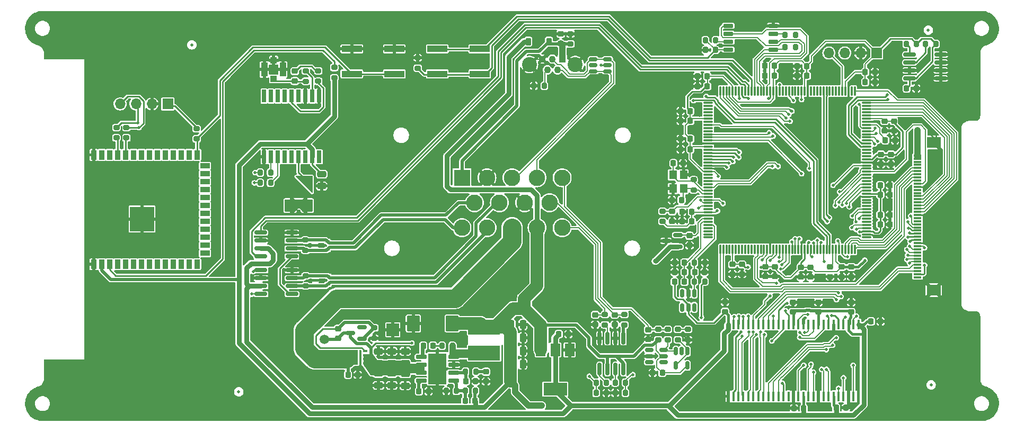
<source format=gbr>
%TF.GenerationSoftware,KiCad,Pcbnew,8.0.8*%
%TF.CreationDate,2025-03-03T12:04:37+03:00*%
%TF.ProjectId,Dash 6.8,44617368-2036-42e3-982e-6b696361645f,rev?*%
%TF.SameCoordinates,Original*%
%TF.FileFunction,Copper,L1,Top*%
%TF.FilePolarity,Positive*%
%FSLAX46Y46*%
G04 Gerber Fmt 4.6, Leading zero omitted, Abs format (unit mm)*
G04 Created by KiCad (PCBNEW 8.0.8) date 2025-03-03 12:04:37*
%MOMM*%
%LPD*%
G01*
G04 APERTURE LIST*
G04 Aperture macros list*
%AMRoundRect*
0 Rectangle with rounded corners*
0 $1 Rounding radius*
0 $2 $3 $4 $5 $6 $7 $8 $9 X,Y pos of 4 corners*
0 Add a 4 corners polygon primitive as box body*
4,1,4,$2,$3,$4,$5,$6,$7,$8,$9,$2,$3,0*
0 Add four circle primitives for the rounded corners*
1,1,$1+$1,$2,$3*
1,1,$1+$1,$4,$5*
1,1,$1+$1,$6,$7*
1,1,$1+$1,$8,$9*
0 Add four rect primitives between the rounded corners*
20,1,$1+$1,$2,$3,$4,$5,0*
20,1,$1+$1,$4,$5,$6,$7,0*
20,1,$1+$1,$6,$7,$8,$9,0*
20,1,$1+$1,$8,$9,$2,$3,0*%
%AMFreePoly0*
4,1,17,1.395000,0.765000,0.855000,0.765000,0.855000,0.535000,1.395000,0.535000,1.395000,0.115000,0.855000,0.115000,0.855000,-0.115000,1.395000,-0.115000,1.395000,-0.535000,0.855000,-0.535000,0.855000,-0.765000,1.395000,-0.765000,1.395000,-1.185000,-0.855000,-1.185000,-0.855000,1.185000,1.395000,1.185000,1.395000,0.765000,1.395000,0.765000,$1*%
%AMFreePoly1*
4,1,15,-0.679289,1.820711,1.820711,-0.679289,1.848769,-0.734357,1.839101,-0.795399,1.795399,-0.839101,1.750000,-0.850000,-0.750000,-0.850000,-0.808779,-0.830902,-0.845106,-0.780902,-0.850000,-0.750000,-0.850000,1.750000,-0.830902,1.808779,-0.780902,1.845106,-0.719098,1.845106,-0.679289,1.820711,-0.679289,1.820711,$1*%
%AMFreePoly2*
4,1,27,-0.691221,1.330902,-0.654894,1.280902,-0.650000,1.250000,-0.650000,0.850000,0.400000,0.850000,0.400000,1.250000,0.419098,1.308779,0.469098,1.345106,0.500000,1.350000,2.000000,1.350000,2.058779,1.330902,2.095106,1.280902,2.100000,1.250000,2.100000,-0.500000,2.080902,-0.558779,2.030902,-0.595106,2.000000,-0.600000,-2.250000,-0.600000,-2.308779,-0.580902,-2.345106,-0.530902,
-2.350000,-0.500000,-2.350000,1.250000,-2.330902,1.308779,-2.280902,1.345106,-2.250000,1.350000,-0.750000,1.350000,-0.691221,1.330902,-0.691221,1.330902,$1*%
G04 Aperture macros list end*
%TA.AperFunction,Conductor*%
%ADD10C,0.200000*%
%TD*%
%TA.AperFunction,SMDPad,CuDef*%
%ADD11R,1.000000X1.000000*%
%TD*%
%TA.AperFunction,SMDPad,CuDef*%
%ADD12R,1.050000X2.200000*%
%TD*%
%TA.AperFunction,SMDPad,CuDef*%
%ADD13R,1.300000X0.300000*%
%TD*%
%TA.AperFunction,SMDPad,CuDef*%
%ADD14R,2.200000X1.800000*%
%TD*%
%TA.AperFunction,SMDPad,CuDef*%
%ADD15RoundRect,0.200000X-0.200000X-0.275000X0.200000X-0.275000X0.200000X0.275000X-0.200000X0.275000X0*%
%TD*%
%TA.AperFunction,SMDPad,CuDef*%
%ADD16RoundRect,0.225000X0.250000X-0.225000X0.250000X0.225000X-0.250000X0.225000X-0.250000X-0.225000X0*%
%TD*%
%TA.AperFunction,SMDPad,CuDef*%
%ADD17RoundRect,0.200000X0.200000X0.275000X-0.200000X0.275000X-0.200000X-0.275000X0.200000X-0.275000X0*%
%TD*%
%TA.AperFunction,SMDPad,CuDef*%
%ADD18RoundRect,0.218750X0.256250X-0.218750X0.256250X0.218750X-0.256250X0.218750X-0.256250X-0.218750X0*%
%TD*%
%TA.AperFunction,SMDPad,CuDef*%
%ADD19C,1.500000*%
%TD*%
%TA.AperFunction,SMDPad,CuDef*%
%ADD20RoundRect,0.225000X0.225000X0.250000X-0.225000X0.250000X-0.225000X-0.250000X0.225000X-0.250000X0*%
%TD*%
%TA.AperFunction,SMDPad,CuDef*%
%ADD21R,3.200000X1.000000*%
%TD*%
%TA.AperFunction,SMDPad,CuDef*%
%ADD22RoundRect,0.150000X-0.825000X-0.150000X0.825000X-0.150000X0.825000X0.150000X-0.825000X0.150000X0*%
%TD*%
%TA.AperFunction,SMDPad,CuDef*%
%ADD23RoundRect,0.225000X-0.225000X-0.250000X0.225000X-0.250000X0.225000X0.250000X-0.225000X0.250000X0*%
%TD*%
%TA.AperFunction,SMDPad,CuDef*%
%ADD24RoundRect,0.075000X-0.675000X-0.075000X0.675000X-0.075000X0.675000X0.075000X-0.675000X0.075000X0*%
%TD*%
%TA.AperFunction,SMDPad,CuDef*%
%ADD25RoundRect,0.075000X-0.075000X-0.675000X0.075000X-0.675000X0.075000X0.675000X-0.075000X0.675000X0*%
%TD*%
%TA.AperFunction,SMDPad,CuDef*%
%ADD26RoundRect,0.200000X-0.275000X0.200000X-0.275000X-0.200000X0.275000X-0.200000X0.275000X0.200000X0*%
%TD*%
%TA.AperFunction,SMDPad,CuDef*%
%ADD27R,2.000000X2.000000*%
%TD*%
%TA.AperFunction,ComponentPad*%
%ADD28R,1.700000X1.700000*%
%TD*%
%TA.AperFunction,ComponentPad*%
%ADD29O,1.700000X1.700000*%
%TD*%
%TA.AperFunction,SMDPad,CuDef*%
%ADD30C,0.500000*%
%TD*%
%TA.AperFunction,SMDPad,CuDef*%
%ADD31R,0.700000X0.420000*%
%TD*%
%TA.AperFunction,SMDPad,CuDef*%
%ADD32FreePoly0,180.000000*%
%TD*%
%TA.AperFunction,SMDPad,CuDef*%
%ADD33RoundRect,0.225000X-0.250000X0.225000X-0.250000X-0.225000X0.250000X-0.225000X0.250000X0.225000X0*%
%TD*%
%TA.AperFunction,SMDPad,CuDef*%
%ADD34RoundRect,0.150000X0.825000X0.150000X-0.825000X0.150000X-0.825000X-0.150000X0.825000X-0.150000X0*%
%TD*%
%TA.AperFunction,SMDPad,CuDef*%
%ADD35R,0.900000X1.500000*%
%TD*%
%TA.AperFunction,SMDPad,CuDef*%
%ADD36R,1.500000X0.900000*%
%TD*%
%TA.AperFunction,HeatsinkPad*%
%ADD37C,0.600000*%
%TD*%
%TA.AperFunction,SMDPad,CuDef*%
%ADD38R,3.900000X3.900000*%
%TD*%
%TA.AperFunction,SMDPad,CuDef*%
%ADD39R,0.700000X0.450000*%
%TD*%
%TA.AperFunction,SMDPad,CuDef*%
%ADD40RoundRect,0.200000X0.275000X-0.200000X0.275000X0.200000X-0.275000X0.200000X-0.275000X-0.200000X0*%
%TD*%
%TA.AperFunction,SMDPad,CuDef*%
%ADD41RoundRect,0.150000X-0.150000X0.512500X-0.150000X-0.512500X0.150000X-0.512500X0.150000X0.512500X0*%
%TD*%
%TA.AperFunction,SMDPad,CuDef*%
%ADD42RoundRect,0.218750X0.218750X0.256250X-0.218750X0.256250X-0.218750X-0.256250X0.218750X-0.256250X0*%
%TD*%
%TA.AperFunction,SMDPad,CuDef*%
%ADD43R,0.458000X1.510000*%
%TD*%
%TA.AperFunction,SMDPad,CuDef*%
%ADD44RoundRect,0.250000X0.787500X1.025000X-0.787500X1.025000X-0.787500X-1.025000X0.787500X-1.025000X0*%
%TD*%
%TA.AperFunction,SMDPad,CuDef*%
%ADD45RoundRect,0.250000X0.475000X-0.250000X0.475000X0.250000X-0.475000X0.250000X-0.475000X-0.250000X0*%
%TD*%
%TA.AperFunction,SMDPad,CuDef*%
%ADD46RoundRect,0.150000X-0.512500X-0.150000X0.512500X-0.150000X0.512500X0.150000X-0.512500X0.150000X0*%
%TD*%
%TA.AperFunction,ComponentPad*%
%ADD47R,2.625000X2.625000*%
%TD*%
%TA.AperFunction,ComponentPad*%
%ADD48C,2.625000*%
%TD*%
%TA.AperFunction,SMDPad,CuDef*%
%ADD49RoundRect,0.250000X-0.250000X-0.475000X0.250000X-0.475000X0.250000X0.475000X-0.250000X0.475000X0*%
%TD*%
%TA.AperFunction,SMDPad,CuDef*%
%ADD50RoundRect,0.150000X-0.150000X0.825000X-0.150000X-0.825000X0.150000X-0.825000X0.150000X0.825000X0*%
%TD*%
%TA.AperFunction,SMDPad,CuDef*%
%ADD51RoundRect,0.225000X-0.225000X-0.375000X0.225000X-0.375000X0.225000X0.375000X-0.225000X0.375000X0*%
%TD*%
%TA.AperFunction,SMDPad,CuDef*%
%ADD52RoundRect,0.150000X0.650000X0.150000X-0.650000X0.150000X-0.650000X-0.150000X0.650000X-0.150000X0*%
%TD*%
%TA.AperFunction,SMDPad,CuDef*%
%ADD53RoundRect,0.150000X0.587500X0.150000X-0.587500X0.150000X-0.587500X-0.150000X0.587500X-0.150000X0*%
%TD*%
%TA.AperFunction,SMDPad,CuDef*%
%ADD54R,0.700000X2.000000*%
%TD*%
%TA.AperFunction,SMDPad,CuDef*%
%ADD55R,5.100000X2.350000*%
%TD*%
%TA.AperFunction,SMDPad,CuDef*%
%ADD56RoundRect,0.250000X-0.475000X0.250000X-0.475000X-0.250000X0.475000X-0.250000X0.475000X0.250000X0*%
%TD*%
%TA.AperFunction,SMDPad,CuDef*%
%ADD57FreePoly1,180.000000*%
%TD*%
%TA.AperFunction,SMDPad,CuDef*%
%ADD58FreePoly2,180.000000*%
%TD*%
%TA.AperFunction,ComponentPad*%
%ADD59R,1.100000X1.100000*%
%TD*%
%TA.AperFunction,ComponentPad*%
%ADD60C,1.100000*%
%TD*%
%TA.AperFunction,ComponentPad*%
%ADD61C,2.400000*%
%TD*%
%TA.AperFunction,SMDPad,CuDef*%
%ADD62R,1.500000X2.000000*%
%TD*%
%TA.AperFunction,SMDPad,CuDef*%
%ADD63R,3.800000X2.000000*%
%TD*%
%TA.AperFunction,SMDPad,CuDef*%
%ADD64R,1.200000X1.400000*%
%TD*%
%TA.AperFunction,SMDPad,CuDef*%
%ADD65RoundRect,0.150000X-0.737500X-0.150000X0.737500X-0.150000X0.737500X0.150000X-0.737500X0.150000X0*%
%TD*%
%TA.AperFunction,ComponentPad*%
%ADD66C,0.500000*%
%TD*%
%TA.AperFunction,SMDPad,CuDef*%
%ADD67R,2.950000X4.900000*%
%TD*%
%TA.AperFunction,ViaPad*%
%ADD68C,0.500000*%
%TD*%
%TA.AperFunction,ViaPad*%
%ADD69C,0.800000*%
%TD*%
%TA.AperFunction,Conductor*%
%ADD70C,0.250000*%
%TD*%
%TA.AperFunction,Conductor*%
%ADD71C,0.800000*%
%TD*%
%TA.AperFunction,Conductor*%
%ADD72C,0.400000*%
%TD*%
%TA.AperFunction,Conductor*%
%ADD73C,0.180000*%
%TD*%
%TA.AperFunction,Conductor*%
%ADD74C,0.500000*%
%TD*%
%TA.AperFunction,Conductor*%
%ADD75C,1.000000*%
%TD*%
%TA.AperFunction,Conductor*%
%ADD76C,2.000000*%
%TD*%
%TA.AperFunction,Conductor*%
%ADD77C,3.000000*%
%TD*%
G04 APERTURE END LIST*
D10*
%TO.N,Net-(U8-SW)*%
X142800000Y-131950000D02*
X145700000Y-131850000D01*
%TO.N,Net-(U8-BST)*%
X137150000Y-131300000D02*
X136900000Y-131300000D01*
X136900000Y-132900000D01*
X136500000Y-132900000D01*
X136500000Y-130550000D01*
X137150000Y-130550000D01*
X137150000Y-131300000D01*
%TA.AperFunction,Conductor*%
G36*
X137150000Y-131300000D02*
G01*
X136900000Y-131300000D01*
X136900000Y-132900000D01*
X136500000Y-132900000D01*
X136500000Y-130550000D01*
X137150000Y-130550000D01*
X137150000Y-131300000D01*
G37*
%TD.AperFunction*%
%TO.N,Net-(U8-SW)*%
X141900000Y-131535000D02*
X145100000Y-131535000D01*
X145100000Y-132735000D01*
X141100000Y-132735000D01*
X141100000Y-130735000D01*
X141900000Y-130735000D01*
X141900000Y-131535000D01*
%TA.AperFunction,Conductor*%
G36*
X141900000Y-131535000D02*
G01*
X145100000Y-131535000D01*
X145100000Y-132735000D01*
X141100000Y-132735000D01*
X141100000Y-130735000D01*
X141900000Y-130735000D01*
X141900000Y-131535000D01*
G37*
%TD.AperFunction*%
%TO.N,/+12v*%
X129450000Y-133350000D02*
X134300000Y-133350000D01*
X134300000Y-133800000D01*
X136950000Y-133800000D01*
X136950000Y-135200000D01*
X134450000Y-135200000D01*
X134450000Y-135500000D01*
X128500000Y-135500000D01*
X127400000Y-133950000D01*
X127400000Y-132350000D01*
X128700000Y-132350000D01*
X129450000Y-133350000D01*
%TA.AperFunction,Conductor*%
G36*
X129450000Y-133350000D02*
G01*
X134300000Y-133350000D01*
X134300000Y-133800000D01*
X136950000Y-133800000D01*
X136950000Y-135200000D01*
X134450000Y-135200000D01*
X134450000Y-135500000D01*
X128500000Y-135500000D01*
X127400000Y-133950000D01*
X127400000Y-132350000D01*
X128700000Y-132350000D01*
X129450000Y-133350000D01*
G37*
%TD.AperFunction*%
%TO.N,+5V*%
X216300000Y-101000000D02*
X215350000Y-101000000D01*
X215350000Y-100350000D01*
X216300000Y-100350000D01*
X216300000Y-101000000D01*
%TA.AperFunction,Conductor*%
G36*
X216300000Y-101000000D02*
G01*
X215350000Y-101000000D01*
X215350000Y-100350000D01*
X216300000Y-100350000D01*
X216300000Y-101000000D01*
G37*
%TD.AperFunction*%
%TD*%
D11*
%TO.P,J3,2*%
%TO.N,GND*%
X112925000Y-85200000D03*
D12*
X114400000Y-86700000D03*
D11*
%TO.P,J3,1*%
%TO.N,Net-(J3-Pad1)*%
X112925000Y-88200000D03*
D12*
%TO.P,J3,2*%
%TO.N,GND*%
X111450000Y-86700000D03*
%TD*%
D13*
%TO.P,J4,1,Pin_1*%
%TO.N,+5V*%
X215800000Y-100450000D03*
%TO.P,J4,2,Pin_2*%
X215800000Y-100950000D03*
%TO.P,J4,3,Pin_3*%
%TO.N,unconnected-(J4-Pin_3-Pad3)*%
X215800000Y-101450000D03*
%TO.P,J4,4,Pin_4*%
%TO.N,unconnected-(J4-Pin_4-Pad4)*%
X215800000Y-101950000D03*
%TO.P,J4,5,Pin_5*%
%TO.N,/H8*%
X215800000Y-102450000D03*
%TO.P,J4,6,Pin_6*%
%TO.N,/H9*%
X215800000Y-102950000D03*
%TO.P,J4,7,Pin_7*%
%TO.N,/H10*%
X215800000Y-103450000D03*
%TO.P,J4,8,Pin_8*%
%TO.N,/H11*%
X215800000Y-103950000D03*
%TO.P,J4,9,Pin_9*%
%TO.N,/B1*%
X215800000Y-104450000D03*
%TO.P,J4,10,Pin_10*%
%TO.N,/G6*%
X215800000Y-104950000D03*
%TO.P,J4,11,Pin_11*%
%TO.N,GND*%
X215800000Y-105450000D03*
%TO.P,J4,12,Pin_12*%
%TO.N,unconnected-(J4-Pin_12-Pad12)*%
X215800000Y-105950000D03*
%TO.P,J4,13,Pin_13*%
%TO.N,unconnected-(J4-Pin_13-Pad13)*%
X215800000Y-106450000D03*
%TO.P,J4,14,Pin_14*%
%TO.N,/H13*%
X215800000Y-106950000D03*
%TO.P,J4,15,Pin_15*%
%TO.N,/H14*%
X215800000Y-107450000D03*
%TO.P,J4,16,Pin_16*%
%TO.N,/H15*%
X215800000Y-107950000D03*
%TO.P,J4,17,Pin_17*%
%TO.N,/I0*%
X215800000Y-108450000D03*
%TO.P,J4,18,Pin_18*%
%TO.N,/I1*%
X215800000Y-108950000D03*
%TO.P,J4,19,Pin_19*%
%TO.N,/I2*%
X215800000Y-109450000D03*
%TO.P,J4,20,Pin_20*%
%TO.N,GND*%
X215800000Y-109950000D03*
%TO.P,J4,21,Pin_21*%
%TO.N,unconnected-(J4-Pin_21-Pad21)*%
X215800000Y-110450000D03*
%TO.P,J4,22,Pin_22*%
%TO.N,unconnected-(J4-Pin_22-Pad22)*%
X215800000Y-110950000D03*
%TO.P,J4,23,Pin_23*%
%TO.N,/D6*%
X215800000Y-111450000D03*
%TO.P,J4,24,Pin_24*%
%TO.N,/G11*%
X215800000Y-111950000D03*
%TO.P,J4,25,Pin_25*%
%TO.N,/I4*%
X215800000Y-112450000D03*
%TO.P,J4,26,Pin_26*%
%TO.N,/I5*%
X215800000Y-112950000D03*
%TO.P,J4,27,Pin_27*%
%TO.N,/I6*%
X215800000Y-113450000D03*
%TO.P,J4,28,Pin_28*%
%TO.N,/I7*%
X215800000Y-113950000D03*
%TO.P,J4,29,Pin_29*%
%TO.N,GND*%
X215800000Y-114450000D03*
%TO.P,J4,30,Pin_30*%
%TO.N,/G7*%
X215800000Y-114950000D03*
%TO.P,J4,31,Pin_31*%
%TO.N,/I10*%
X215800000Y-115450000D03*
%TO.P,J4,32,Pin_32*%
%TO.N,/I9*%
X215800000Y-115950000D03*
%TO.P,J4,33,Pin_33*%
%TO.N,/F10*%
X215800000Y-116450000D03*
%TO.P,J4,34,Pin_34*%
%TO.N,/F8*%
X215800000Y-116950000D03*
%TO.P,J4,35,Pin_35*%
%TO.N,/C13*%
X215800000Y-117450000D03*
%TO.P,J4,36,Pin_36*%
%TO.N,/H5*%
X215800000Y-117950000D03*
%TO.P,J4,37,Pin_37*%
%TO.N,unconnected-(J4-Pin_37-Pad37)*%
X215800000Y-118450000D03*
%TO.P,J4,38,Pin_38*%
%TO.N,/H4*%
X215800000Y-118950000D03*
%TO.P,J4,39,Pin_39*%
%TO.N,/I11*%
X215800000Y-119450000D03*
%TO.P,J4,40,Pin_40*%
%TO.N,unconnected-(J4-Pin_40-Pad40)*%
X215800000Y-119950000D03*
D14*
%TO.P,J4,MP,MountPin*%
%TO.N,GND*%
X218350000Y-98400000D03*
X218350000Y-122000000D03*
%TD*%
D15*
%TO.P,R11,1*%
%TO.N,Net-(U7-IO2)*%
X194625000Y-81150000D03*
%TO.P,R11,2*%
%TO.N,+3.3V*%
X196275000Y-81150000D03*
%TD*%
D16*
%TO.P,C34,1*%
%TO.N,+3.3V*%
X199950000Y-125475000D03*
%TO.P,C34,2*%
%TO.N,GND*%
X199950000Y-123925000D03*
%TD*%
D17*
%TO.P,R18,1*%
%TO.N,Net-(U8-SW)*%
X141475000Y-130885000D03*
%TO.P,R18,2*%
%TO.N,Net-(C51-Pad1)*%
X139825000Y-130885000D03*
%TD*%
D15*
%TO.P,R24,1*%
%TO.N,/G14*%
X164425000Y-136762500D03*
%TO.P,R24,2*%
%TO.N,Net-(R24-Pad2)*%
X166075000Y-136762500D03*
%TD*%
D18*
%TO.P,L2,1,1*%
%TO.N,Net-(J3-Pad1)*%
X116300000Y-88537500D03*
%TO.P,L2,2,2*%
%TO.N,Net-(L2-Pad2)*%
X116300000Y-86962500D03*
%TD*%
D15*
%TO.P,R20,1*%
%TO.N,/A10*%
X110782500Y-103180000D03*
%TO.P,R20,2*%
%TO.N,Net-(U10-TXD0)*%
X112432500Y-103180000D03*
%TD*%
D19*
%TO.P,5v1,1,1*%
%TO.N,+5V*%
X150750000Y-136510000D03*
%TD*%
D20*
%TO.P,C51,1*%
%TO.N,Net-(C51-Pad1)*%
X138375000Y-130885000D03*
%TO.P,C51,2*%
%TO.N,Net-(U8-BST)*%
X136825000Y-130885000D03*
%TD*%
D19*
%TO.P,12v1,1,1*%
%TO.N,/+12v*%
X121050000Y-129850000D03*
%TD*%
D15*
%TO.P,R21,1*%
%TO.N,/A9*%
X110782500Y-104830000D03*
%TO.P,R21,2*%
%TO.N,Net-(U10-RXD0)*%
X112432500Y-104830000D03*
%TD*%
D21*
%TO.P,SW2,1,1*%
%TO.N,GND*%
X125400000Y-83400000D03*
X132200000Y-83400000D03*
%TO.P,SW2,2,2*%
%TO.N,Net-(U5-IO0)*%
X125400000Y-87400000D03*
X132200000Y-87400000D03*
%TD*%
D17*
%TO.P,R14,1*%
%TO.N,+5V*%
X145175000Y-138110000D03*
%TO.P,R14,2*%
%TO.N,Net-(U8-FB)*%
X143525000Y-138110000D03*
%TD*%
D22*
%TO.P,U3,1,TXD*%
%TO.N,/TXDCAN2*%
X110900000Y-118800000D03*
%TO.P,U3,2,GND*%
%TO.N,GND*%
X110900000Y-120070000D03*
%TO.P,U3,3,VCC*%
%TO.N,+5V*%
X110900000Y-121340000D03*
%TO.P,U3,4,RXD*%
%TO.N,/RXDCAN2*%
X110900000Y-122610000D03*
%TO.P,U3,5,VIO*%
%TO.N,+3.3V*%
X115850000Y-122610000D03*
%TO.P,U3,6,CANL*%
%TO.N,/CANL2*%
X115850000Y-121340000D03*
%TO.P,U3,7,CANH*%
%TO.N,/CANH2*%
X115850000Y-120070000D03*
%TO.P,U3,8,S*%
%TO.N,GND*%
X115850000Y-118800000D03*
%TD*%
D23*
%TO.P,C10,1*%
%TO.N,+3.3V*%
X207425000Y-88700000D03*
%TO.P,C10,2*%
%TO.N,GND*%
X208975000Y-88700000D03*
%TD*%
D24*
%TO.P,U4,1,PE2*%
%TO.N,unconnected-(U4-PE2-Pad1)*%
X182325000Y-92050000D03*
%TO.P,U4,2,PE3*%
%TO.N,unconnected-(U4-PE3-Pad2)*%
X182325000Y-92550000D03*
%TO.P,U4,3,PE4*%
%TO.N,unconnected-(U4-PE4-Pad3)*%
X182325000Y-93050000D03*
%TO.P,U4,4,PE5*%
%TO.N,unconnected-(U4-PE5-Pad4)*%
X182325000Y-93550000D03*
%TO.P,U4,5,PE6*%
%TO.N,unconnected-(U4-PE6-Pad5)*%
X182325000Y-94050000D03*
%TO.P,U4,6,VBAT*%
%TO.N,+3.3V*%
X182325000Y-94550000D03*
%TO.P,U4,7,PI8*%
%TO.N,unconnected-(U4-PI8-Pad7)*%
X182325000Y-95050000D03*
%TO.P,U4,8,PC13*%
%TO.N,/C13*%
X182325000Y-95550000D03*
%TO.P,U4,9,PC14*%
%TO.N,unconnected-(U4-PC14-Pad9)*%
X182325000Y-96050000D03*
%TO.P,U4,10,PC15*%
%TO.N,unconnected-(U4-PC15-Pad10)*%
X182325000Y-96550000D03*
%TO.P,U4,11,PI9*%
%TO.N,/I9*%
X182325000Y-97050000D03*
%TO.P,U4,12,PI10*%
%TO.N,/I10*%
X182325000Y-97550000D03*
%TO.P,U4,13,PI11*%
%TO.N,/I11*%
X182325000Y-98050000D03*
%TO.P,U4,14,VSS*%
%TO.N,GND*%
X182325000Y-98550000D03*
%TO.P,U4,15,VDD*%
%TO.N,+3.3V*%
X182325000Y-99050000D03*
%TO.P,U4,16,PF0*%
%TO.N,/F0*%
X182325000Y-99550000D03*
%TO.P,U4,17,PF1*%
%TO.N,/F1*%
X182325000Y-100050000D03*
%TO.P,U4,18,PF2*%
%TO.N,/F2*%
X182325000Y-100550000D03*
%TO.P,U4,19,PF3*%
%TO.N,/F3*%
X182325000Y-101050000D03*
%TO.P,U4,20,PF4*%
%TO.N,/F4*%
X182325000Y-101550000D03*
%TO.P,U4,21,PF5*%
%TO.N,/F5*%
X182325000Y-102050000D03*
%TO.P,U4,22,VSS*%
%TO.N,GND*%
X182325000Y-102550000D03*
%TO.P,U4,23,VDD*%
%TO.N,+3.3V*%
X182325000Y-103050000D03*
%TO.P,U4,24,PF6*%
%TO.N,unconnected-(U4-PF6-Pad24)*%
X182325000Y-103550000D03*
%TO.P,U4,25,PF7*%
%TO.N,unconnected-(U4-PF7-Pad25)*%
X182325000Y-104050000D03*
%TO.P,U4,26,PF8*%
%TO.N,/F8*%
X182325000Y-104550000D03*
%TO.P,U4,27,PF9*%
%TO.N,unconnected-(U4-PF9-Pad27)*%
X182325000Y-105050000D03*
%TO.P,U4,28,PF10*%
%TO.N,/F10*%
X182325000Y-105550000D03*
%TO.P,U4,29,PH0*%
%TO.N,Net-(U4-PH0)*%
X182325000Y-106050000D03*
%TO.P,U4,30,PH1*%
%TO.N,Net-(U4-PH1)*%
X182325000Y-106550000D03*
%TO.P,U4,31,NRST*%
%TO.N,Net-(U4-NRST)*%
X182325000Y-107050000D03*
%TO.P,U4,32,PC0*%
%TO.N,/C0*%
X182325000Y-107550000D03*
%TO.P,U4,33,PC1*%
%TO.N,/C1*%
X182325000Y-108050000D03*
%TO.P,U4,34,PC2*%
%TO.N,/C2*%
X182325000Y-108550000D03*
%TO.P,U4,35,PC3*%
%TO.N,unconnected-(U4-PC3-Pad35)*%
X182325000Y-109050000D03*
%TO.P,U4,36,VDD*%
%TO.N,+3.3V*%
X182325000Y-109550000D03*
%TO.P,U4,37,VSSA*%
%TO.N,GND*%
X182325000Y-110050000D03*
%TO.P,U4,38,VREF+*%
%TO.N,Net-(U1-OUT)*%
X182325000Y-110550000D03*
%TO.P,U4,39,VDDA*%
%TO.N,Net-(U4-VDDA)*%
X182325000Y-111050000D03*
%TO.P,U4,40,PA0*%
%TO.N,/A0*%
X182325000Y-111550000D03*
%TO.P,U4,41,PA1*%
%TO.N,unconnected-(U4-PA1-Pad41)*%
X182325000Y-112050000D03*
%TO.P,U4,42,PA2*%
%TO.N,unconnected-(U4-PA2-Pad42)*%
X182325000Y-112550000D03*
%TO.P,U4,43,PH2*%
%TO.N,unconnected-(U4-PH2-Pad43)*%
X182325000Y-113050000D03*
%TO.P,U4,44,PH3*%
%TO.N,unconnected-(U4-PH3-Pad44)*%
X182325000Y-113550000D03*
D25*
%TO.P,U4,45,PH4*%
%TO.N,/H4*%
X184250000Y-115475000D03*
%TO.P,U4,46,PH5*%
%TO.N,/H5*%
X184750000Y-115475000D03*
%TO.P,U4,47,PA3*%
%TO.N,unconnected-(U4-PA3-Pad47)*%
X185250000Y-115475000D03*
%TO.P,U4,48,BYPASS_REG*%
%TO.N,unconnected-(U4-BYPASS_REG-Pad48)*%
X185750000Y-115475000D03*
%TO.P,U4,49,VDD*%
%TO.N,+3.3V*%
X186250000Y-115475000D03*
%TO.P,U4,50,PA4*%
%TO.N,unconnected-(U4-PA4-Pad50)*%
X186750000Y-115475000D03*
%TO.P,U4,51,PA5*%
%TO.N,unconnected-(U4-PA5-Pad51)*%
X187250000Y-115475000D03*
%TO.P,U4,52,PA6*%
%TO.N,unconnected-(U4-PA6-Pad52)*%
X187750000Y-115475000D03*
%TO.P,U4,53,PA7*%
%TO.N,unconnected-(U4-PA7-Pad53)*%
X188250000Y-115475000D03*
%TO.P,U4,54,PC4*%
%TO.N,unconnected-(U4-PC4-Pad54)*%
X188750000Y-115475000D03*
%TO.P,U4,55,PC5*%
%TO.N,unconnected-(U4-PC5-Pad55)*%
X189250000Y-115475000D03*
%TO.P,U4,56,PB0*%
%TO.N,unconnected-(U4-PB0-Pad56)*%
X189750000Y-115475000D03*
%TO.P,U4,57,PB1*%
%TO.N,/B1*%
X190250000Y-115475000D03*
%TO.P,U4,58,PB2*%
%TO.N,unconnected-(U4-PB2-Pad58)*%
X190750000Y-115475000D03*
%TO.P,U4,59,PF11*%
%TO.N,/F11*%
X191250000Y-115475000D03*
%TO.P,U4,60,PF12*%
%TO.N,/F12*%
X191750000Y-115475000D03*
%TO.P,U4,61,VSS*%
%TO.N,GND*%
X192250000Y-115475000D03*
%TO.P,U4,62,VDD*%
%TO.N,+3.3V*%
X192750000Y-115475000D03*
%TO.P,U4,63,PF13*%
%TO.N,/F13*%
X193250000Y-115475000D03*
%TO.P,U4,64,PF14*%
%TO.N,/F14*%
X193750000Y-115475000D03*
%TO.P,U4,65,PF15*%
%TO.N,/F15*%
X194250000Y-115475000D03*
%TO.P,U4,66,PG0*%
%TO.N,/G0*%
X194750000Y-115475000D03*
%TO.P,U4,67,PG1*%
%TO.N,/G1*%
X195250000Y-115475000D03*
%TO.P,U4,68,PE7*%
%TO.N,/E7*%
X195750000Y-115475000D03*
%TO.P,U4,69,PE8*%
%TO.N,/E8*%
X196250000Y-115475000D03*
%TO.P,U4,70,PE9*%
%TO.N,/E9*%
X196750000Y-115475000D03*
%TO.P,U4,71,VSS*%
%TO.N,GND*%
X197250000Y-115475000D03*
%TO.P,U4,72,VDD*%
%TO.N,+3.3V*%
X197750000Y-115475000D03*
%TO.P,U4,73,PE10*%
%TO.N,/E10*%
X198250000Y-115475000D03*
%TO.P,U4,74,PE11*%
%TO.N,/E11*%
X198750000Y-115475000D03*
%TO.P,U4,75,PE12*%
%TO.N,/E12*%
X199250000Y-115475000D03*
%TO.P,U4,76,PE13*%
%TO.N,/E13*%
X199750000Y-115475000D03*
%TO.P,U4,77,PE14*%
%TO.N,/E14*%
X200250000Y-115475000D03*
%TO.P,U4,78,PE15*%
%TO.N,/E15*%
X200750000Y-115475000D03*
%TO.P,U4,79,PB10*%
%TO.N,/rx-esp*%
X201250000Y-115475000D03*
%TO.P,U4,80,PB11*%
%TO.N,/tx-esp*%
X201750000Y-115475000D03*
%TO.P,U4,81,VCAP_1*%
%TO.N,Net-(U4-VCAP_1)*%
X202250000Y-115475000D03*
%TO.P,U4,82,VDD*%
%TO.N,+3.3V*%
X202750000Y-115475000D03*
%TO.P,U4,83,PH6*%
%TO.N,/H6*%
X203250000Y-115475000D03*
%TO.P,U4,84,PH7*%
%TO.N,/H7*%
X203750000Y-115475000D03*
%TO.P,U4,85,PH8*%
%TO.N,/H8*%
X204250000Y-115475000D03*
%TO.P,U4,86,PH9*%
%TO.N,/H9*%
X204750000Y-115475000D03*
%TO.P,U4,87,PH10*%
%TO.N,/H10*%
X205250000Y-115475000D03*
%TO.P,U4,88,PH11*%
%TO.N,/H11*%
X205750000Y-115475000D03*
D24*
%TO.P,U4,89,PH12*%
%TO.N,unconnected-(U4-PH12-Pad89)*%
X207675000Y-113550000D03*
%TO.P,U4,90,VSS*%
%TO.N,GND*%
X207675000Y-113050000D03*
%TO.P,U4,91,VDD*%
%TO.N,+3.3V*%
X207675000Y-112550000D03*
%TO.P,U4,92,PB12*%
%TO.N,/RXDCAN2*%
X207675000Y-112050000D03*
%TO.P,U4,93,PB13*%
%TO.N,/TXDCAN2*%
X207675000Y-111550000D03*
%TO.P,U4,94,PB14*%
%TO.N,unconnected-(U4-PB14-Pad94)*%
X207675000Y-111050000D03*
%TO.P,U4,95,PB15*%
%TO.N,unconnected-(U4-PB15-Pad95)*%
X207675000Y-110550000D03*
%TO.P,U4,96,PD8*%
%TO.N,/D8*%
X207675000Y-110050000D03*
%TO.P,U4,97,PD9*%
%TO.N,/D9*%
X207675000Y-109550000D03*
%TO.P,U4,98,PD10*%
%TO.N,/D10*%
X207675000Y-109050000D03*
%TO.P,U4,99,PD11*%
%TO.N,unconnected-(U4-PD11-Pad99)*%
X207675000Y-108550000D03*
%TO.P,U4,100,PD12*%
%TO.N,unconnected-(U4-PD12-Pad100)*%
X207675000Y-108050000D03*
%TO.P,U4,101,PD13*%
%TO.N,unconnected-(U4-PD13-Pad101)*%
X207675000Y-107550000D03*
%TO.P,U4,102,VSS*%
%TO.N,GND*%
X207675000Y-107050000D03*
%TO.P,U4,103,VDD*%
%TO.N,+3.3V*%
X207675000Y-106550000D03*
%TO.P,U4,104,PD14*%
%TO.N,/D14*%
X207675000Y-106050000D03*
%TO.P,U4,105,PD15*%
%TO.N,/D15*%
X207675000Y-105550000D03*
%TO.P,U4,106,PG2*%
%TO.N,/G2*%
X207675000Y-105050000D03*
%TO.P,U4,107,PG3*%
%TO.N,unconnected-(U4-PG3-Pad107)*%
X207675000Y-104550000D03*
%TO.P,U4,108,PG4*%
%TO.N,/G4*%
X207675000Y-104050000D03*
%TO.P,U4,109,PG5*%
%TO.N,/G5*%
X207675000Y-103550000D03*
%TO.P,U4,110,PG6*%
%TO.N,/G6*%
X207675000Y-103050000D03*
%TO.P,U4,111,PG7*%
%TO.N,/G7*%
X207675000Y-102550000D03*
%TO.P,U4,112,PG8*%
%TO.N,/G8*%
X207675000Y-102050000D03*
%TO.P,U4,113,VSS*%
%TO.N,GND*%
X207675000Y-101550000D03*
%TO.P,U4,114,VDD*%
%TO.N,+3.3V*%
X207675000Y-101050000D03*
%TO.P,U4,115,PC6*%
%TO.N,unconnected-(U4-PC6-Pad115)*%
X207675000Y-100550000D03*
%TO.P,U4,116,PC7*%
%TO.N,unconnected-(U4-PC7-Pad116)*%
X207675000Y-100050000D03*
%TO.P,U4,117,PC8*%
%TO.N,unconnected-(U4-PC8-Pad117)*%
X207675000Y-99550000D03*
%TO.P,U4,118,PC9*%
%TO.N,/SDA_E*%
X207675000Y-99050000D03*
%TO.P,U4,119,PA8*%
%TO.N,/SCL_E*%
X207675000Y-98550000D03*
%TO.P,U4,120,PA9*%
%TO.N,/A9*%
X207675000Y-98050000D03*
%TO.P,U4,121,PA10*%
%TO.N,/A10*%
X207675000Y-97550000D03*
%TO.P,U4,122,PA11*%
%TO.N,/USB_D-*%
X207675000Y-97050000D03*
%TO.P,U4,123,PA12*%
%TO.N,/USB_D+*%
X207675000Y-96550000D03*
%TO.P,U4,124,PA13*%
%TO.N,/SWDI*%
X207675000Y-96050000D03*
%TO.P,U4,125,VCAP_2*%
%TO.N,Net-(U4-VCAP_2)*%
X207675000Y-95550000D03*
%TO.P,U4,126,VSS*%
%TO.N,GND*%
X207675000Y-95050000D03*
%TO.P,U4,127,VDD*%
%TO.N,+3.3V*%
X207675000Y-94550000D03*
%TO.P,U4,128,PH13*%
%TO.N,/H13*%
X207675000Y-94050000D03*
%TO.P,U4,129,PH14*%
%TO.N,/H14*%
X207675000Y-93550000D03*
%TO.P,U4,130,PH15*%
%TO.N,/H15*%
X207675000Y-93050000D03*
%TO.P,U4,131,PI0*%
%TO.N,/I0*%
X207675000Y-92550000D03*
%TO.P,U4,132,PI1*%
%TO.N,/I1*%
X207675000Y-92050000D03*
D25*
%TO.P,U4,133,PI2*%
%TO.N,/I2*%
X205750000Y-90125000D03*
%TO.P,U4,134,PI3*%
%TO.N,unconnected-(U4-PI3-Pad134)*%
X205250000Y-90125000D03*
%TO.P,U4,135,VSS*%
%TO.N,GND*%
X204750000Y-90125000D03*
%TO.P,U4,136,VDD*%
%TO.N,+3.3V*%
X204250000Y-90125000D03*
%TO.P,U4,137,PA14*%
%TO.N,/SWCLC*%
X203750000Y-90125000D03*
%TO.P,U4,138,PA15*%
%TO.N,unconnected-(U4-PA15-Pad138)*%
X203250000Y-90125000D03*
%TO.P,U4,139,PC10*%
%TO.N,unconnected-(U4-PC10-Pad139)*%
X202750000Y-90125000D03*
%TO.P,U4,140,PC11*%
%TO.N,unconnected-(U4-PC11-Pad140)*%
X202250000Y-90125000D03*
%TO.P,U4,141,PC12*%
%TO.N,unconnected-(U4-PC12-Pad141)*%
X201750000Y-90125000D03*
%TO.P,U4,142,PD0*%
%TO.N,/D0*%
X201250000Y-90125000D03*
%TO.P,U4,143,PD1*%
%TO.N,/D1*%
X200750000Y-90125000D03*
%TO.P,U4,144,PD2*%
%TO.N,unconnected-(U4-PD2-Pad144)*%
X200250000Y-90125000D03*
%TO.P,U4,145,PD3*%
%TO.N,unconnected-(U4-PD3-Pad145)*%
X199750000Y-90125000D03*
%TO.P,U4,146,PD4*%
%TO.N,unconnected-(U4-PD4-Pad146)*%
X199250000Y-90125000D03*
%TO.P,U4,147,PD5*%
%TO.N,unconnected-(U4-PD5-Pad147)*%
X198750000Y-90125000D03*
%TO.P,U4,148,VSS*%
%TO.N,GND*%
X198250000Y-90125000D03*
%TO.P,U4,149,VDD*%
%TO.N,+3.3V*%
X197750000Y-90125000D03*
%TO.P,U4,150,PD6*%
%TO.N,/D6*%
X197250000Y-90125000D03*
%TO.P,U4,151,PD7*%
%TO.N,unconnected-(U4-PD7-Pad151)*%
X196750000Y-90125000D03*
%TO.P,U4,152,PG9*%
%TO.N,unconnected-(U4-PG9-Pad152)*%
X196250000Y-90125000D03*
%TO.P,U4,153,PG10*%
%TO.N,unconnected-(U4-PG10-Pad153)*%
X195750000Y-90125000D03*
%TO.P,U4,154,PG11*%
%TO.N,/G11*%
X195250000Y-90125000D03*
%TO.P,U4,155,PG12*%
%TO.N,unconnected-(U4-PG12-Pad155)*%
X194750000Y-90125000D03*
%TO.P,U4,156,PG13*%
%TO.N,unconnected-(U4-PG13-Pad156)*%
X194250000Y-90125000D03*
%TO.P,U4,157,PG14*%
%TO.N,/G14*%
X193750000Y-90125000D03*
%TO.P,U4,158,VSS*%
%TO.N,GND*%
X193250000Y-90125000D03*
%TO.P,U4,159,VDD*%
%TO.N,+3.3V*%
X192750000Y-90125000D03*
%TO.P,U4,160,PG15*%
%TO.N,/G15*%
X192250000Y-90125000D03*
%TO.P,U4,161,PB3*%
%TO.N,/B3*%
X191750000Y-90125000D03*
%TO.P,U4,162,PB4*%
%TO.N,/B4*%
X191250000Y-90125000D03*
%TO.P,U4,163,PB5*%
%TO.N,/B5*%
X190750000Y-90125000D03*
%TO.P,U4,164,PB6*%
%TO.N,unconnected-(U4-PB6-Pad164)*%
X190250000Y-90125000D03*
%TO.P,U4,165,PB7*%
%TO.N,/B7*%
X189750000Y-90125000D03*
%TO.P,U4,166,BOOT0*%
%TO.N,Net-(U4-BOOT0)*%
X189250000Y-90125000D03*
%TO.P,U4,167,PB8*%
%TO.N,/RXDCAN1*%
X188750000Y-90125000D03*
%TO.P,U4,168,PB9*%
%TO.N,/TXDCAN1*%
X188250000Y-90125000D03*
%TO.P,U4,169,PE0*%
%TO.N,/E0*%
X187750000Y-90125000D03*
%TO.P,U4,170,PE1*%
%TO.N,/E1*%
X187250000Y-90125000D03*
%TO.P,U4,171,PDR_ON*%
%TO.N,unconnected-(U4-PDR_ON-Pad171)*%
X186750000Y-90125000D03*
%TO.P,U4,172,VDD*%
%TO.N,+3.3V*%
X186250000Y-90125000D03*
%TO.P,U4,173,PI4*%
%TO.N,/I4*%
X185750000Y-90125000D03*
%TO.P,U4,174,PI5*%
%TO.N,/I5*%
X185250000Y-90125000D03*
%TO.P,U4,175,PI6*%
%TO.N,/I6*%
X184750000Y-90125000D03*
%TO.P,U4,176,PI7*%
%TO.N,/I7*%
X184250000Y-90125000D03*
%TD*%
D23*
%TO.P,C45,1*%
%TO.N,/A0*%
X180187500Y-119100000D03*
%TO.P,C45,2*%
%TO.N,GND*%
X181737500Y-119100000D03*
%TD*%
D16*
%TO.P,C39,1*%
%TO.N,+3.3V*%
X205200000Y-125475000D03*
%TO.P,C39,2*%
%TO.N,GND*%
X205200000Y-123925000D03*
%TD*%
D20*
%TO.P,C23,1*%
%TO.N,+3.3V*%
X182175000Y-87800000D03*
%TO.P,C23,2*%
%TO.N,GND*%
X180625000Y-87800000D03*
%TD*%
D16*
%TO.P,C38,1*%
%TO.N,GND*%
X176600000Y-110950000D03*
%TO.P,C38,2*%
%TO.N,Net-(U4-NRST)*%
X176600000Y-109400000D03*
%TD*%
D26*
%TO.P,R31,1*%
%TO.N,/C1*%
X177487500Y-128262500D03*
%TO.P,R31,2*%
%TO.N,Net-(U12--)*%
X177487500Y-129912500D03*
%TD*%
D21*
%TO.P,SW1,1,1*%
%TO.N,Net-(U4-BOOT0)*%
X145850000Y-87400000D03*
X139050000Y-87400000D03*
%TO.P,SW1,2,2*%
%TO.N,+3.3V*%
X145850000Y-83400000D03*
X139050000Y-83400000D03*
%TD*%
D16*
%TO.P,C43,1*%
%TO.N,+3.3V*%
X195900000Y-125475000D03*
%TO.P,C43,2*%
%TO.N,GND*%
X195900000Y-123925000D03*
%TD*%
D17*
%TO.P,R36,1*%
%TO.N,+3.3V*%
X218725000Y-82600000D03*
%TO.P,R36,2*%
%TO.N,/SCL_E*%
X217075000Y-82600000D03*
%TD*%
D27*
%TO.P,GND1,1,1*%
%TO.N,GND*%
X131950000Y-128310000D03*
%TD*%
D23*
%TO.P,C17,1*%
%TO.N,+3.3V*%
X209825000Y-105200000D03*
%TO.P,C17,2*%
%TO.N,GND*%
X211375000Y-105200000D03*
%TD*%
%TO.P,C32,1*%
%TO.N,GND*%
X176987500Y-117550000D03*
%TO.P,C32,2*%
%TO.N,Net-(U4-VDDA)*%
X178537500Y-117550000D03*
%TD*%
D28*
%TO.P,J6,1,Pin_1*%
%TO.N,+3.3V*%
X96020000Y-92200000D03*
D29*
%TO.P,J6,2,Pin_2*%
%TO.N,GND*%
X93480000Y-92200000D03*
%TO.P,J6,3,Pin_3*%
%TO.N,/tx-esp*%
X90940000Y-92200000D03*
%TO.P,J6,4,Pin_4*%
%TO.N,/rx-esp*%
X88400000Y-92200000D03*
%TD*%
D17*
%TO.P,R33,1*%
%TO.N,GND*%
X166075000Y-138412500D03*
%TO.P,R33,2*%
%TO.N,/G14*%
X164425000Y-138412500D03*
%TD*%
D26*
%TO.P,R2,1*%
%TO.N,/CANH2*%
X118030000Y-119675000D03*
%TO.P,R2,2*%
%TO.N,/CANL2*%
X118030000Y-121325000D03*
%TD*%
%TO.P,R8,1*%
%TO.N,Net-(U4-PH0)*%
X180000000Y-104325000D03*
%TO.P,R8,2*%
%TO.N,Net-(U4-PH1)*%
X180000000Y-105975000D03*
%TD*%
D17*
%TO.P,R10,1*%
%TO.N,Net-(U7-IO3)*%
X183525000Y-82000000D03*
%TO.P,R10,2*%
%TO.N,+3.3V*%
X181875000Y-82000000D03*
%TD*%
D20*
%TO.P,C6,1*%
%TO.N,+3.3V*%
X192925000Y-86120000D03*
%TO.P,C6,2*%
%TO.N,GND*%
X191375000Y-86120000D03*
%TD*%
D26*
%TO.P,R3,1*%
%TO.N,Net-(U4-NRST)*%
X175050000Y-109350000D03*
%TO.P,R3,2*%
%TO.N,+3.3V*%
X175050000Y-111000000D03*
%TD*%
D30*
%TO.P,FD4,*%
%TO.N,*%
X107350000Y-138250000D03*
%TD*%
D31*
%TO.P,Q1,1,S*%
%TO.N,/+12v*%
X127505000Y-133675000D03*
%TO.P,Q1,2,S*%
X127505000Y-133025000D03*
%TO.P,Q1,3,S*%
X127505000Y-132375000D03*
%TO.P,Q1,4,G*%
%TO.N,Net-(D6-A)*%
X127505000Y-131725000D03*
D32*
%TO.P,Q1,5,D*%
%TO.N,+BATT*%
X125550000Y-132700000D03*
%TD*%
D33*
%TO.P,C19,1*%
%TO.N,+3.3V*%
X193000000Y-118225000D03*
%TO.P,C19,2*%
%TO.N,GND*%
X193000000Y-119775000D03*
%TD*%
D17*
%TO.P,R32,1*%
%TO.N,/C2*%
X169125000Y-138412500D03*
%TO.P,R32,2*%
%TO.N,GND*%
X167475000Y-138412500D03*
%TD*%
D16*
%TO.P,C44,1*%
%TO.N,+5C*%
X158775000Y-82550000D03*
%TO.P,C44,2*%
%TO.N,GND*%
X158775000Y-81000000D03*
%TD*%
D34*
%TO.P,U15,1,A0*%
%TO.N,GND*%
X219475000Y-88105000D03*
%TO.P,U15,2,A1*%
X219475000Y-86835000D03*
%TO.P,U15,3,A2*%
X219475000Y-85565000D03*
%TO.P,U15,4,GND*%
X219475000Y-84295000D03*
%TO.P,U15,5,SDA*%
%TO.N,/SDA_E*%
X214525000Y-84295000D03*
%TO.P,U15,6,SCL*%
%TO.N,/SCL_E*%
X214525000Y-85565000D03*
%TO.P,U15,7,WP*%
%TO.N,GND*%
X214525000Y-86835000D03*
%TO.P,U15,8,VCC*%
%TO.N,+3.3V*%
X214525000Y-88105000D03*
%TD*%
D35*
%TO.P,U5,1,GND*%
%TO.N,GND*%
X84180000Y-117850000D03*
%TO.P,U5,2,3V3*%
%TO.N,+3.3V*%
X85450000Y-117850000D03*
%TO.P,U5,3,EN*%
%TO.N,Net-(U5-EN)*%
X86720000Y-117850000D03*
%TO.P,U5,4,IO4*%
%TO.N,unconnected-(U5-IO4-Pad4)*%
X87990000Y-117850000D03*
%TO.P,U5,5,IO5*%
%TO.N,unconnected-(U5-IO5-Pad5)*%
X89260000Y-117850000D03*
%TO.P,U5,6,IO6*%
%TO.N,unconnected-(U5-IO6-Pad6)*%
X90530000Y-117850000D03*
%TO.P,U5,7,IO7*%
%TO.N,unconnected-(U5-IO7-Pad7)*%
X91800000Y-117850000D03*
%TO.P,U5,8,IO15*%
%TO.N,unconnected-(U5-IO15-Pad8)*%
X93070000Y-117850000D03*
%TO.P,U5,9,IO16*%
%TO.N,unconnected-(U5-IO16-Pad9)*%
X94340000Y-117850000D03*
%TO.P,U5,10,IO17*%
%TO.N,unconnected-(U5-IO17-Pad10)*%
X95610000Y-117850000D03*
%TO.P,U5,11,IO18*%
%TO.N,unconnected-(U5-IO18-Pad11)*%
X96880000Y-117850000D03*
%TO.P,U5,12,IO8*%
%TO.N,unconnected-(U5-IO8-Pad12)*%
X98150000Y-117850000D03*
%TO.P,U5,13,IO19*%
%TO.N,unconnected-(U5-IO19-Pad13)*%
X99420000Y-117850000D03*
%TO.P,U5,14,IO20*%
%TO.N,unconnected-(U5-IO20-Pad14)*%
X100690000Y-117850000D03*
D36*
%TO.P,U5,15,IO3*%
%TO.N,unconnected-(U5-IO3-Pad15)*%
X101940000Y-116085000D03*
%TO.P,U5,16,IO46*%
%TO.N,unconnected-(U5-IO46-Pad16)*%
X101940000Y-114815000D03*
%TO.P,U5,17,IO9*%
%TO.N,unconnected-(U5-IO9-Pad17)*%
X101940000Y-113545000D03*
%TO.P,U5,18,IO10*%
%TO.N,unconnected-(U5-IO10-Pad18)*%
X101940000Y-112275000D03*
%TO.P,U5,19,IO11*%
%TO.N,unconnected-(U5-IO11-Pad19)*%
X101940000Y-111005000D03*
%TO.P,U5,20,IO12*%
%TO.N,unconnected-(U5-IO12-Pad20)*%
X101940000Y-109735000D03*
%TO.P,U5,21,IO13*%
%TO.N,unconnected-(U5-IO13-Pad21)*%
X101940000Y-108465000D03*
%TO.P,U5,22,IO14*%
%TO.N,unconnected-(U5-IO14-Pad22)*%
X101940000Y-107195000D03*
%TO.P,U5,23,IO21*%
%TO.N,unconnected-(U5-IO21-Pad23)*%
X101940000Y-105925000D03*
%TO.P,U5,24,IO47*%
%TO.N,unconnected-(U5-IO47-Pad24)*%
X101940000Y-104655000D03*
%TO.P,U5,25,IO48*%
%TO.N,unconnected-(U5-IO48-Pad25)*%
X101940000Y-103385000D03*
%TO.P,U5,26,IO45*%
%TO.N,unconnected-(U5-IO45-Pad26)*%
X101940000Y-102115000D03*
D35*
%TO.P,U5,27,IO0*%
%TO.N,Net-(U5-IO0)*%
X100690000Y-100350000D03*
%TO.P,U5,28,IO35*%
%TO.N,unconnected-(U5-IO35-Pad28)*%
X99420000Y-100350000D03*
%TO.P,U5,29,IO36*%
%TO.N,unconnected-(U5-IO36-Pad29)*%
X98150000Y-100350000D03*
%TO.P,U5,30,IO37*%
%TO.N,unconnected-(U5-IO37-Pad30)*%
X96880000Y-100350000D03*
%TO.P,U5,31,IO38*%
%TO.N,unconnected-(U5-IO38-Pad31)*%
X95610000Y-100350000D03*
%TO.P,U5,32,IO39*%
%TO.N,unconnected-(U5-IO39-Pad32)*%
X94340000Y-100350000D03*
%TO.P,U5,33,IO40*%
%TO.N,unconnected-(U5-IO40-Pad33)*%
X93070000Y-100350000D03*
%TO.P,U5,34,IO41*%
%TO.N,unconnected-(U5-IO41-Pad34)*%
X91800000Y-100350000D03*
%TO.P,U5,35,IO42*%
%TO.N,unconnected-(U5-IO42-Pad35)*%
X90530000Y-100350000D03*
%TO.P,U5,36,RXD0*%
%TO.N,Net-(U5-RXD0)*%
X89260000Y-100350000D03*
%TO.P,U5,37,TXD0*%
%TO.N,Net-(U5-TXD0)*%
X87990000Y-100350000D03*
%TO.P,U5,38,IO2*%
%TO.N,unconnected-(U5-IO2-Pad38)*%
X86720000Y-100350000D03*
%TO.P,U5,39,IO1*%
%TO.N,unconnected-(U5-IO1-Pad39)*%
X85450000Y-100350000D03*
%TO.P,U5,40,GND*%
%TO.N,GND*%
X84180000Y-100350000D03*
D37*
%TO.P,U5,41,GND*%
X91200000Y-112000000D03*
X92600000Y-112000000D03*
X90500000Y-111300000D03*
X91900000Y-111300000D03*
X93300000Y-111300000D03*
X91200000Y-110600000D03*
D38*
X91900000Y-110600000D03*
D37*
X92600000Y-110600000D03*
X90500000Y-109900000D03*
X91900000Y-109900000D03*
X93300000Y-109900000D03*
X91200000Y-109200000D03*
X92600000Y-109200000D03*
%TD*%
D39*
%TO.P,D2,1,A1*%
%TO.N,/CANL2*%
X121600000Y-121050000D03*
%TO.P,D2,2,A2*%
%TO.N,/CANH2*%
X121600000Y-119750000D03*
%TO.P,D2,3,common*%
%TO.N,GND*%
X119600000Y-120400000D03*
%TD*%
D16*
%TO.P,C50,1*%
%TO.N,/+12v*%
X123220000Y-129720000D03*
%TO.P,C50,2*%
%TO.N,Net-(D6-A)*%
X123220000Y-128170000D03*
%TD*%
D26*
%TO.P,R27,1*%
%TO.N,/rx-esp*%
X89400000Y-95975000D03*
%TO.P,R27,2*%
%TO.N,Net-(U5-RXD0)*%
X89400000Y-97625000D03*
%TD*%
D33*
%TO.P,C22,1*%
%TO.N,+3.3V*%
X205200000Y-118275000D03*
%TO.P,C22,2*%
%TO.N,GND*%
X205200000Y-119825000D03*
%TD*%
%TO.P,C18,1*%
%TO.N,+3.3V*%
X198700000Y-118325000D03*
%TO.P,C18,2*%
%TO.N,GND*%
X198700000Y-119875000D03*
%TD*%
%TO.P,C71,1*%
%TO.N,/IN2*%
X164300000Y-125937500D03*
%TO.P,C71,2*%
%TO.N,GND*%
X164300000Y-127487500D03*
%TD*%
D40*
%TO.P,R5,1*%
%TO.N,+5C*%
X160350000Y-82625000D03*
%TO.P,R5,2*%
%TO.N,GND*%
X160350000Y-80975000D03*
%TD*%
D41*
%TO.P,U12,1*%
%TO.N,Net-(U12--)*%
X179037500Y-131750000D03*
%TO.P,U12,2,V-*%
%TO.N,GND*%
X178087500Y-131750000D03*
%TO.P,U12,3,+*%
%TO.N,Net-(D5-IO4)*%
X177137500Y-131750000D03*
%TO.P,U12,4,-*%
%TO.N,Net-(U12--)*%
X177137500Y-134025000D03*
%TO.P,U12,5,V+*%
%TO.N,+5V*%
X179037500Y-134025000D03*
%TD*%
D20*
%TO.P,C30,1*%
%TO.N,+3.3V*%
X179475000Y-99447500D03*
%TO.P,C30,2*%
%TO.N,GND*%
X177925000Y-99447500D03*
%TD*%
D33*
%TO.P,C7,1*%
%TO.N,+3.3V*%
X209950000Y-100275000D03*
%TO.P,C7,2*%
%TO.N,GND*%
X209950000Y-101825000D03*
%TD*%
D15*
%TO.P,R9,1*%
%TO.N,/A0*%
X180137500Y-117600000D03*
%TO.P,R9,2*%
%TO.N,GND*%
X181787500Y-117600000D03*
%TD*%
D42*
%TO.P,FB1,1*%
%TO.N,Net-(U4-VDDA)*%
X178550000Y-120650000D03*
%TO.P,FB1,2*%
%TO.N,+3.3V*%
X176975000Y-120650000D03*
%TD*%
D33*
%TO.P,C8,1*%
%TO.N,+3.3V*%
X203650000Y-118275000D03*
%TO.P,C8,2*%
%TO.N,GND*%
X203650000Y-119825000D03*
%TD*%
D20*
%TO.P,C28,1*%
%TO.N,+3.3V*%
X192925000Y-87670000D03*
%TO.P,C28,2*%
%TO.N,GND*%
X191375000Y-87670000D03*
%TD*%
D26*
%TO.P,R35,1*%
%TO.N,+3.3V*%
X100600000Y-96150000D03*
%TO.P,R35,2*%
%TO.N,Net-(U5-IO0)*%
X100600000Y-97800000D03*
%TD*%
D43*
%TO.P,U14,1,VDD*%
%TO.N,+3.3V*%
X206350000Y-127475000D03*
%TO.P,U14,2,DQ0*%
%TO.N,/D14*%
X205550000Y-127475000D03*
%TO.P,U14,3,VDDQ*%
%TO.N,+3.3V*%
X204750000Y-127475000D03*
%TO.P,U14,4,DQ1*%
%TO.N,/D15*%
X203950000Y-127475000D03*
%TO.P,U14,5,DQ2*%
%TO.N,/D0*%
X203150000Y-127475000D03*
%TO.P,U14,6,VSSQ*%
%TO.N,GND*%
X202350000Y-127475000D03*
%TO.P,U14,7,DQ3*%
%TO.N,/D1*%
X201550000Y-127475000D03*
%TO.P,U14,8,DQ4*%
%TO.N,/E7*%
X200750000Y-127475000D03*
%TO.P,U14,9,VDDQ*%
%TO.N,+3.3V*%
X199950000Y-127475000D03*
%TO.P,U14,10,DQ5*%
%TO.N,/E8*%
X199150000Y-127475000D03*
%TO.P,U14,11,DQ6*%
%TO.N,/E9*%
X198350000Y-127475000D03*
%TO.P,U14,12,VSSQ*%
%TO.N,GND*%
X197550000Y-127475000D03*
%TO.P,U14,13,DQ7*%
%TO.N,/E10*%
X196750000Y-127475000D03*
%TO.P,U14,14,VDD*%
%TO.N,+3.3V*%
X195950000Y-127475000D03*
%TO.P,U14,15,LDQM*%
%TO.N,/E0*%
X195150000Y-127475000D03*
%TO.P,U14,16,~{WE}*%
%TO.N,/C0*%
X194350000Y-127475000D03*
%TO.P,U14,17,~{CAS}*%
%TO.N,/G15*%
X193550000Y-127475000D03*
%TO.P,U14,18,~{RAS}*%
%TO.N,/F11*%
X192750000Y-127475000D03*
%TO.P,U14,19,~{CS}*%
%TO.N,/H6*%
X191950000Y-127475000D03*
%TO.P,U14,20,BS0*%
%TO.N,/G4*%
X191150000Y-127475000D03*
%TO.P,U14,21,BS1*%
%TO.N,/G5*%
X190350000Y-127475000D03*
%TO.P,U14,22,A10/AP*%
%TO.N,/G0*%
X189550000Y-127475000D03*
%TO.P,U14,23,A0*%
%TO.N,/F0*%
X188750000Y-127475000D03*
%TO.P,U14,24,A1*%
%TO.N,/F1*%
X187950000Y-127475000D03*
%TO.P,U14,25,A2*%
%TO.N,/F2*%
X187150000Y-127475000D03*
%TO.P,U14,26,A3*%
%TO.N,/F3*%
X186350000Y-127475000D03*
%TO.P,U14,27,VDD*%
%TO.N,+3.3V*%
X185550000Y-127475000D03*
%TO.P,U14,28,VSS*%
%TO.N,GND*%
X185550000Y-138975000D03*
%TO.P,U14,29,A4*%
%TO.N,/F4*%
X186350000Y-138975000D03*
%TO.P,U14,30,A5*%
%TO.N,/F5*%
X187150000Y-138975000D03*
%TO.P,U14,31,A6*%
%TO.N,/F12*%
X187950000Y-138975000D03*
%TO.P,U14,32,A7*%
%TO.N,/F13*%
X188750000Y-138975000D03*
%TO.P,U14,33,A8*%
%TO.N,/F14*%
X189550000Y-138975000D03*
%TO.P,U14,34,A9*%
%TO.N,/F15*%
X190350000Y-138975000D03*
%TO.P,U14,35,A11*%
%TO.N,/G1*%
X191150000Y-138975000D03*
%TO.P,U14,36,A12*%
%TO.N,/G2*%
X191950000Y-138975000D03*
%TO.P,U14,37,CKE*%
%TO.N,/H7*%
X192750000Y-138975000D03*
%TO.P,U14,38,CLK*%
%TO.N,/G8*%
X193550000Y-138975000D03*
%TO.P,U14,39,UDQM*%
%TO.N,/E1*%
X194350000Y-138975000D03*
%TO.P,U14,40,NC*%
%TO.N,unconnected-(U14-NC-Pad40)*%
X195150000Y-138975000D03*
%TO.P,U14,41,VSS*%
%TO.N,GND*%
X195950000Y-138975000D03*
%TO.P,U14,42,DQ8*%
%TO.N,/E11*%
X196750000Y-138975000D03*
%TO.P,U14,43,VDDQ*%
%TO.N,+3.3V*%
X197550000Y-138975000D03*
%TO.P,U14,44,DQ9*%
%TO.N,/E12*%
X198350000Y-138975000D03*
%TO.P,U14,45,DQ10*%
%TO.N,/E13*%
X199150000Y-138975000D03*
%TO.P,U14,46,VSSQ*%
%TO.N,GND*%
X199950000Y-138975000D03*
%TO.P,U14,47,DQ11*%
%TO.N,/E14*%
X200750000Y-138975000D03*
%TO.P,U14,48,DQ12*%
%TO.N,/E15*%
X201550000Y-138975000D03*
%TO.P,U14,49,VDDQ*%
%TO.N,+3.3V*%
X202350000Y-138975000D03*
%TO.P,U14,50,DQ13*%
%TO.N,/D8*%
X203150000Y-138975000D03*
%TO.P,U14,51,DQ14*%
%TO.N,/D9*%
X203950000Y-138975000D03*
%TO.P,U14,52,VSSQ*%
%TO.N,GND*%
X204750000Y-138975000D03*
%TO.P,U14,53,DQ15*%
%TO.N,/D10*%
X205550000Y-138975000D03*
%TO.P,U14,54,VSS*%
%TO.N,GND*%
X206350000Y-138975000D03*
%TD*%
D44*
%TO.P,C67,1*%
%TO.N,+5V*%
X141462500Y-127310000D03*
%TO.P,C67,2*%
%TO.N,GND*%
X135237500Y-127310000D03*
%TD*%
D26*
%TO.P,R1,1*%
%TO.N,/CANH1*%
X118000000Y-113975000D03*
%TO.P,R1,2*%
%TO.N,/CANL1*%
X118000000Y-115625000D03*
%TD*%
D40*
%TO.P,R4,1*%
%TO.N,Net-(U4-BOOT0)*%
X135950000Y-86475000D03*
%TO.P,R4,2*%
%TO.N,GND*%
X135950000Y-84825000D03*
%TD*%
D45*
%TO.P,C53,1*%
%TO.N,/+12v*%
X129687500Y-133665000D03*
%TO.P,C53,2*%
%TO.N,GND*%
X129687500Y-131765000D03*
%TD*%
D23*
%TO.P,C59,1*%
%TO.N,+3.3V*%
X158450000Y-129030000D03*
%TO.P,C59,2*%
%TO.N,GND*%
X160000000Y-129030000D03*
%TD*%
D46*
%TO.P,U6,1,I/O1*%
%TO.N,/USB_D+*%
X163987500Y-85075000D03*
%TO.P,U6,2,GND*%
%TO.N,GND*%
X163987500Y-86025000D03*
%TO.P,U6,3,I/O2*%
%TO.N,/USB_D-*%
X163987500Y-86975000D03*
%TO.P,U6,4,I/O2*%
X166262500Y-86975000D03*
%TO.P,U6,5,VBUS*%
%TO.N,+5C*%
X166262500Y-86025000D03*
%TO.P,U6,6,I/O1*%
%TO.N,/USB_D+*%
X166262500Y-85075000D03*
%TD*%
D45*
%TO.P,C69,1*%
%TO.N,GND*%
X120607500Y-105330000D03*
%TO.P,C69,2*%
%TO.N,+3.3V*%
X120607500Y-103430000D03*
%TD*%
D33*
%TO.P,C36,1*%
%TO.N,Net-(U4-VCAP_1)*%
X201800000Y-118275000D03*
%TO.P,C36,2*%
%TO.N,GND*%
X201800000Y-119825000D03*
%TD*%
D47*
%TO.P,J5,1,1*%
%TO.N,+5C*%
X143000000Y-104000000D03*
D48*
%TO.P,J5,2,2*%
%TO.N,GND*%
X147000000Y-104000000D03*
%TO.P,J5,3,3*%
%TO.N,/USB_D-*%
X151000000Y-104000000D03*
%TO.P,J5,4,4*%
%TO.N,/USB_D+*%
X155000000Y-104000000D03*
%TO.P,J5,5,5*%
%TO.N,/ADC1*%
X159000000Y-104000000D03*
%TO.P,J5,6,6*%
%TO.N,/CANH1*%
X145000000Y-108000000D03*
%TO.P,J5,7,7*%
%TO.N,/CANH2*%
X149000000Y-108000000D03*
%TO.P,J5,8,8*%
%TO.N,GND*%
X153000000Y-108000000D03*
%TO.P,J5,9,9*%
%TO.N,/IN1*%
X157000000Y-108000000D03*
%TO.P,J5,10,10*%
%TO.N,/CANL1*%
X143000000Y-112000000D03*
%TO.P,J5,11,11*%
%TO.N,/CANL2*%
X147000000Y-112000000D03*
%TO.P,J5,12,12*%
%TO.N,+BATT*%
X151000000Y-112000000D03*
%TO.P,J5,13,13*%
%TO.N,+5V*%
X155000000Y-112000000D03*
%TO.P,J5,14,14*%
%TO.N,/IN2*%
X159000000Y-112000000D03*
%TD*%
D23*
%TO.P,C40,1*%
%TO.N,+3.3V*%
X202775000Y-140800000D03*
%TO.P,C40,2*%
%TO.N,GND*%
X204325000Y-140800000D03*
%TD*%
D17*
%TO.P,R6,1*%
%TO.N,Net-(J1-ID)*%
X156150000Y-89325000D03*
%TO.P,R6,2*%
%TO.N,GND*%
X154500000Y-89325000D03*
%TD*%
D49*
%TO.P,C64,1*%
%TO.N,+5V*%
X150850000Y-129610000D03*
%TO.P,C64,2*%
%TO.N,GND*%
X152750000Y-129610000D03*
%TD*%
D40*
%TO.P,R28,1*%
%TO.N,+5V*%
X174337500Y-129912500D03*
%TO.P,R28,2*%
%TO.N,/ADC1*%
X174337500Y-128262500D03*
%TD*%
D33*
%TO.P,C27,1*%
%TO.N,+3.3V*%
X211500000Y-100275000D03*
%TO.P,C27,2*%
%TO.N,GND*%
X211500000Y-101825000D03*
%TD*%
D20*
%TO.P,C31,1*%
%TO.N,Net-(U4-VDDA)*%
X178537500Y-119100000D03*
%TO.P,C31,2*%
%TO.N,GND*%
X176987500Y-119100000D03*
%TD*%
D49*
%TO.P,C65,1*%
%TO.N,+5V*%
X150837500Y-131700000D03*
%TO.P,C65,2*%
%TO.N,GND*%
X152737500Y-131700000D03*
%TD*%
D20*
%TO.P,C48,1*%
%TO.N,+3.3V*%
X183475000Y-83585000D03*
%TO.P,C48,2*%
%TO.N,GND*%
X181925000Y-83585000D03*
%TD*%
D17*
%TO.P,R37,1*%
%TO.N,+3.3V*%
X215625000Y-82600000D03*
%TO.P,R37,2*%
%TO.N,/SDA_E*%
X213975000Y-82600000D03*
%TD*%
D23*
%TO.P,C58,1*%
%TO.N,Net-(U8-SS)*%
X136125000Y-138160000D03*
%TO.P,C58,2*%
%TO.N,GND*%
X137675000Y-138160000D03*
%TD*%
%TO.P,C35,1*%
%TO.N,+3.3V*%
X208325000Y-127000000D03*
%TO.P,C35,2*%
%TO.N,GND*%
X209875000Y-127000000D03*
%TD*%
D50*
%TO.P,U11,1*%
%TO.N,Net-(R22-Pad2)*%
X168810000Y-129650000D03*
%TO.P,U11,2*%
%TO.N,GND*%
X167540000Y-129650000D03*
%TO.P,U11,3*%
%TO.N,Net-(R23-Pad2)*%
X166270000Y-129650000D03*
%TO.P,U11,4*%
%TO.N,GND*%
X165000000Y-129650000D03*
%TO.P,U11,5*%
%TO.N,Net-(R24-Pad2)*%
X165000000Y-134600000D03*
%TO.P,U11,6*%
%TO.N,+5V*%
X166270000Y-134600000D03*
%TO.P,U11,7*%
%TO.N,Net-(R26-Pad2)*%
X167540000Y-134600000D03*
%TO.P,U11,8*%
%TO.N,+5V*%
X168810000Y-134600000D03*
%TD*%
D23*
%TO.P,C46,1*%
%TO.N,Net-(U4-PH0)*%
X176775000Y-101700000D03*
%TO.P,C46,2*%
%TO.N,GND*%
X178325000Y-101700000D03*
%TD*%
D46*
%TO.P,D5,1,IO1*%
%TO.N,unconnected-(D5-IO1-Pad1)*%
X172962500Y-131577017D03*
%TO.P,D5,2,VN*%
%TO.N,GND*%
X172962500Y-132527017D03*
%TO.P,D5,3,IO2*%
%TO.N,unconnected-(D5-IO2-Pad3)*%
X172962500Y-133477017D03*
%TO.P,D5,4,IO3*%
%TO.N,unconnected-(D5-IO3-Pad4)*%
X175237500Y-133477017D03*
%TO.P,D5,5,VP*%
%TO.N,+5V*%
X175237500Y-132527017D03*
%TO.P,D5,6,IO4*%
%TO.N,Net-(D5-IO4)*%
X175237500Y-131577017D03*
%TD*%
D17*
%TO.P,R17,1*%
%TO.N,Net-(U8-FB)*%
X142125000Y-138110000D03*
%TO.P,R17,2*%
%TO.N,GND*%
X140475000Y-138110000D03*
%TD*%
D45*
%TO.P,C52,1*%
%TO.N,/+12v*%
X131787500Y-133665000D03*
%TO.P,C52,2*%
%TO.N,GND*%
X131787500Y-131765000D03*
%TD*%
D17*
%TO.P,R12,1*%
%TO.N,+3.3V*%
X196275000Y-83150000D03*
%TO.P,R12,2*%
%TO.N,/B7*%
X194625000Y-83150000D03*
%TD*%
D23*
%TO.P,C49,1*%
%TO.N,+BATT*%
X124795000Y-135495000D03*
%TO.P,C49,2*%
%TO.N,GND*%
X126345000Y-135495000D03*
%TD*%
D20*
%TO.P,C24,1*%
%TO.N,+3.3V*%
X198075000Y-87700000D03*
%TO.P,C24,2*%
%TO.N,GND*%
X196525000Y-87700000D03*
%TD*%
D30*
%TO.P,FD1,*%
%TO.N,*%
X217500000Y-80400000D03*
%TD*%
D39*
%TO.P,D1,1,A1*%
%TO.N,/CANL1*%
X121500000Y-115500000D03*
%TO.P,D1,2,A2*%
%TO.N,/CANH1*%
X121500000Y-114200000D03*
%TO.P,D1,3,common*%
%TO.N,GND*%
X119500000Y-114850000D03*
%TD*%
D20*
%TO.P,C5,1*%
%TO.N,+3.3V*%
X182175000Y-89400000D03*
%TO.P,C5,2*%
%TO.N,GND*%
X180625000Y-89400000D03*
%TD*%
D51*
%TO.P,D3,1,K*%
%TO.N,+5V*%
X153600000Y-82250000D03*
%TO.P,D3,2,A*%
%TO.N,+5C*%
X156900000Y-82250000D03*
%TD*%
D23*
%TO.P,C16,1*%
%TO.N,+3.3V*%
X209825000Y-106700000D03*
%TO.P,C16,2*%
%TO.N,GND*%
X211375000Y-106700000D03*
%TD*%
D33*
%TO.P,C20,1*%
%TO.N,+3.3V*%
X187750000Y-117875000D03*
%TO.P,C20,2*%
%TO.N,GND*%
X187750000Y-119425000D03*
%TD*%
%TO.P,C61,1*%
%TO.N,Net-(C61-Pad1)*%
X146850000Y-135035000D03*
%TO.P,C61,2*%
%TO.N,GND*%
X146850000Y-136585000D03*
%TD*%
D52*
%TO.P,U7,1,~{CS}*%
%TO.N,/B7*%
X192750000Y-83505000D03*
%TO.P,U7,2,DO(IO1)*%
%TO.N,/B4*%
X192750000Y-82235000D03*
%TO.P,U7,3,IO2*%
%TO.N,Net-(U7-IO2)*%
X192750000Y-80965000D03*
%TO.P,U7,4,GND*%
%TO.N,GND*%
X192750000Y-79695000D03*
%TO.P,U7,5,DI(IO0)*%
%TO.N,/B5*%
X185550000Y-79695000D03*
%TO.P,U7,6,CLK*%
%TO.N,/B3*%
X185550000Y-80965000D03*
%TO.P,U7,7,IO3*%
%TO.N,Net-(U7-IO3)*%
X185550000Y-82235000D03*
%TO.P,U7,8,VCC*%
%TO.N,+3.3V*%
X185550000Y-83505000D03*
%TD*%
D20*
%TO.P,C62,1*%
%TO.N,+5V*%
X145075000Y-139660000D03*
%TO.P,C62,2*%
%TO.N,Net-(U8-FB)*%
X143525000Y-139660000D03*
%TD*%
D53*
%TO.P,D6,1,A*%
%TO.N,Net-(D6-A)*%
X127057500Y-129795000D03*
%TO.P,D6,2,NC*%
%TO.N,unconnected-(D6-NC-Pad2)*%
X127057500Y-127895000D03*
%TO.P,D6,3,K*%
%TO.N,/+12v*%
X125182500Y-128845000D03*
%TD*%
D30*
%TO.P,FD3,*%
%TO.N,*%
X217950000Y-137150000D03*
%TD*%
D22*
%TO.P,U2,1,TXD*%
%TO.N,/TXDCAN1*%
X110875000Y-112795000D03*
%TO.P,U2,2,GND*%
%TO.N,GND*%
X110875000Y-114065000D03*
%TO.P,U2,3,VCC*%
%TO.N,+5V*%
X110875000Y-115335000D03*
%TO.P,U2,4,RXD*%
%TO.N,/RXDCAN1*%
X110875000Y-116605000D03*
%TO.P,U2,5,VIO*%
%TO.N,+3.3V*%
X115825000Y-116605000D03*
%TO.P,U2,6,CANL*%
%TO.N,/CANL1*%
X115825000Y-115335000D03*
%TO.P,U2,7,CANH*%
%TO.N,/CANH1*%
X115825000Y-114065000D03*
%TO.P,U2,8,S*%
%TO.N,GND*%
X115825000Y-112795000D03*
%TD*%
D20*
%TO.P,C47,1*%
%TO.N,Net-(U4-PH1)*%
X178075000Y-107550000D03*
%TO.P,C47,2*%
%TO.N,GND*%
X176525000Y-107550000D03*
%TD*%
%TO.P,C3,1*%
%TO.N,+3.3V*%
X179475000Y-97800000D03*
%TO.P,C3,2*%
%TO.N,GND*%
X177925000Y-97800000D03*
%TD*%
D17*
%TO.P,R7,1*%
%TO.N,/+12v*%
X181787500Y-120600000D03*
%TO.P,R7,2*%
%TO.N,/A0*%
X180137500Y-120600000D03*
%TD*%
D40*
%TO.P,R25,1*%
%TO.N,+3.3V*%
X122600000Y-88025000D03*
%TO.P,R25,2*%
%TO.N,Net-(U5-EN)*%
X122600000Y-86375000D03*
%TD*%
D53*
%TO.P,U1,1,IN*%
%TO.N,+5V*%
X177487500Y-115050000D03*
%TO.P,U1,2,OUT*%
%TO.N,Net-(U1-OUT)*%
X177487500Y-113150000D03*
%TO.P,U1,3,GND*%
%TO.N,GND*%
X175612500Y-114100000D03*
%TD*%
D54*
%TO.P,U10,1,GND*%
%TO.N,GND*%
X111400000Y-100650000D03*
%TO.P,U10,2,TXD0*%
%TO.N,Net-(U10-TXD0)*%
X112500000Y-100650000D03*
%TO.P,U10,3,RXD0*%
%TO.N,Net-(U10-RXD0)*%
X113600000Y-100650000D03*
%TO.P,U10,4,1PPS*%
%TO.N,unconnected-(U10-1PPS-Pad4)*%
X114700000Y-100650000D03*
%TO.P,U10,5,ON/OFF*%
%TO.N,unconnected-(U10-ON{slash}OFF-Pad5)*%
X115800000Y-100650000D03*
%TO.P,U10,6,VBAT*%
%TO.N,Net-(U10-VBAT)*%
X116900000Y-100650000D03*
%TO.P,U10,7,NC*%
%TO.N,unconnected-(U10-NC-Pad7)*%
X118000000Y-100650000D03*
%TO.P,U10,8,Vcc*%
%TO.N,+3.3V*%
X119100000Y-100650000D03*
%TO.P,U10,9,~{RESET}*%
%TO.N,unconnected-(U10-~{RESET}-Pad9)*%
X120200000Y-100650000D03*
%TO.P,U10,10,GND*%
%TO.N,GND*%
X120200000Y-90950000D03*
%TO.P,U10,11,RF_IN*%
%TO.N,Net-(U10-RF_IN)*%
X119100000Y-90950000D03*
%TO.P,U10,12,GND*%
%TO.N,GND*%
X118000000Y-90950000D03*
%TO.P,U10,13,ANTON*%
%TO.N,unconnected-(U10-ANTON-Pad13)*%
X116900000Y-90950000D03*
%TO.P,U10,14,Vcc_RF*%
%TO.N,Net-(U10-Vcc_RF)*%
X115800000Y-90950000D03*
%TO.P,U10,15,NC*%
%TO.N,unconnected-(U10-NC-Pad15)*%
X114700000Y-90950000D03*
%TO.P,U10,16,TXD1/SDA*%
%TO.N,unconnected-(U10-TXD1{slash}SDA-Pad16)*%
X113600000Y-90950000D03*
%TO.P,U10,17,RXD1/SCL*%
%TO.N,unconnected-(U10-RXD1{slash}SCL-Pad17)*%
X112500000Y-90950000D03*
%TO.P,U10,18,NC*%
%TO.N,unconnected-(U10-NC-Pad18)*%
X111400000Y-90950000D03*
%TD*%
D55*
%TO.P,L1,1,1*%
%TO.N,Net-(U8-SW)*%
X146550000Y-132035000D03*
%TO.P,L1,2,2*%
%TO.N,+5V*%
X146550000Y-127885000D03*
%TD*%
D16*
%TO.P,C42,1*%
%TO.N,+3.3V*%
X185000000Y-125425000D03*
%TO.P,C42,2*%
%TO.N,GND*%
X185000000Y-123875000D03*
%TD*%
D26*
%TO.P,R30,1*%
%TO.N,/C1*%
X179087500Y-128262500D03*
%TO.P,R30,2*%
%TO.N,GND*%
X179087500Y-129912500D03*
%TD*%
%TO.P,R13,1*%
%TO.N,Net-(D6-A)*%
X129020000Y-128020000D03*
%TO.P,R13,2*%
%TO.N,GND*%
X129020000Y-129670000D03*
%TD*%
D23*
%TO.P,C25,1*%
%TO.N,+3.3V*%
X207425000Y-87100000D03*
%TO.P,C25,2*%
%TO.N,GND*%
X208975000Y-87100000D03*
%TD*%
D20*
%TO.P,C4,1*%
%TO.N,+3.3V*%
X179475000Y-93350000D03*
%TO.P,C4,2*%
%TO.N,GND*%
X177925000Y-93350000D03*
%TD*%
D33*
%TO.P,C14,1*%
%TO.N,+3.3V*%
X186200000Y-117875000D03*
%TO.P,C14,2*%
%TO.N,GND*%
X186200000Y-119425000D03*
%TD*%
%TO.P,C12,1*%
%TO.N,+3.3V*%
X191500000Y-118225000D03*
%TO.P,C12,2*%
%TO.N,GND*%
X191500000Y-119775000D03*
%TD*%
%TO.P,C26,1*%
%TO.N,+3.3V*%
X212000000Y-94955000D03*
%TO.P,C26,2*%
%TO.N,GND*%
X212000000Y-96505000D03*
%TD*%
%TO.P,C11,1*%
%TO.N,+3.3V*%
X197150000Y-118325000D03*
%TO.P,C11,2*%
%TO.N,GND*%
X197150000Y-119875000D03*
%TD*%
D23*
%TO.P,C74,1*%
%TO.N,+3.3V*%
X214025000Y-89700000D03*
%TO.P,C74,2*%
%TO.N,GND*%
X215575000Y-89700000D03*
%TD*%
D30*
%TO.P,FD2,*%
%TO.N,*%
X99850000Y-82750000D03*
%TD*%
D40*
%TO.P,R29,1*%
%TO.N,Net-(D5-IO4)*%
X175887500Y-129912500D03*
%TO.P,R29,2*%
%TO.N,/ADC1*%
X175887500Y-128262500D03*
%TD*%
D56*
%TO.P,C55,1*%
%TO.N,/+12v*%
X131787500Y-135315000D03*
%TO.P,C55,2*%
%TO.N,GND*%
X131787500Y-137215000D03*
%TD*%
D57*
%TO.P,C68,1*%
%TO.N,Net-(U10-VBAT)*%
X118295000Y-104580000D03*
D58*
%TO.P,C68,2*%
%TO.N,GND*%
X116795000Y-108080000D03*
%TD*%
D20*
%TO.P,C1,1*%
%TO.N,+3.3V*%
X179720000Y-109425000D03*
%TO.P,C1,2*%
%TO.N,GND*%
X178170000Y-109425000D03*
%TD*%
D16*
%TO.P,C70,1*%
%TO.N,GND*%
X167400000Y-127487500D03*
%TO.P,C70,2*%
%TO.N,/IN1*%
X167400000Y-125937500D03*
%TD*%
D23*
%TO.P,C60,1*%
%TO.N,Net-(U8-COMP)*%
X143625000Y-136560000D03*
%TO.P,C60,2*%
%TO.N,GND*%
X145175000Y-136560000D03*
%TD*%
D59*
%TO.P,J1,1,VBUS*%
%TO.N,+5C*%
X159050000Y-85025000D03*
D60*
%TO.P,J1,2,D-*%
%TO.N,/USB_D-*%
X158250000Y-86775000D03*
%TO.P,J1,3,D+*%
%TO.N,/USB_D+*%
X157450000Y-85025000D03*
%TO.P,J1,4,ID*%
%TO.N,Net-(J1-ID)*%
X156650000Y-86775000D03*
%TO.P,J1,5,GND*%
%TO.N,GND*%
X155850000Y-85025000D03*
D61*
%TO.P,J1,6,Shield*%
X161100000Y-85900000D03*
X153800000Y-85900000D03*
%TD*%
D33*
%TO.P,C33,1*%
%TO.N,Net-(U1-OUT)*%
X179350000Y-113275000D03*
%TO.P,C33,2*%
%TO.N,GND*%
X179350000Y-114825000D03*
%TD*%
%TO.P,C73,1*%
%TO.N,/ADC1*%
X172737500Y-128320000D03*
%TO.P,C73,2*%
%TO.N,GND*%
X172737500Y-129870000D03*
%TD*%
D62*
%TO.P,U9,1,GND*%
%TO.N,GND*%
X160200000Y-131530000D03*
%TO.P,U9,2,VO*%
%TO.N,+3.3V*%
X157900000Y-131530000D03*
D63*
X157900000Y-137830000D03*
D62*
%TO.P,U9,3,VI*%
%TO.N,+5V*%
X155600000Y-131530000D03*
%TD*%
D64*
%TO.P,Y1,1,1*%
%TO.N,Net-(U4-PH0)*%
X176700000Y-103550000D03*
%TO.P,Y1,2,2*%
%TO.N,GND*%
X176700000Y-105750000D03*
%TO.P,Y1,3,3*%
%TO.N,Net-(U4-PH1)*%
X178400000Y-105750000D03*
%TO.P,Y1,4,4*%
%TO.N,GND*%
X178400000Y-103550000D03*
%TD*%
D17*
%TO.P,R26,1*%
%TO.N,/C2*%
X169125000Y-136762500D03*
%TO.P,R26,2*%
%TO.N,Net-(R26-Pad2)*%
X167475000Y-136762500D03*
%TD*%
D15*
%TO.P,R15,1*%
%TO.N,Net-(U8-COMP)*%
X143575000Y-135010000D03*
%TO.P,R15,2*%
%TO.N,Net-(C61-Pad1)*%
X145225000Y-135010000D03*
%TD*%
D20*
%TO.P,C2,1*%
%TO.N,+3.3V*%
X179475000Y-94900000D03*
%TO.P,C2,2*%
%TO.N,GND*%
X177925000Y-94900000D03*
%TD*%
D41*
%TO.P,D4,1,IO1*%
%TO.N,/A0*%
X180100000Y-122462500D03*
%TO.P,D4,2,VN*%
%TO.N,GND*%
X179150000Y-122462500D03*
%TO.P,D4,3,IO2*%
%TO.N,unconnected-(D4-IO2-Pad3)*%
X178200000Y-122462500D03*
%TO.P,D4,4,IO3*%
%TO.N,unconnected-(D4-IO3-Pad4)*%
X178200000Y-124737500D03*
%TO.P,D4,5,VP*%
%TO.N,+3.3V*%
X179150000Y-124737500D03*
%TO.P,D4,6,IO4*%
%TO.N,unconnected-(D4-IO4-Pad6)*%
X180100000Y-124737500D03*
%TD*%
D26*
%TO.P,R22,1*%
%TO.N,/IN1*%
X168950000Y-125887500D03*
%TO.P,R22,2*%
%TO.N,Net-(R22-Pad2)*%
X168950000Y-127537500D03*
%TD*%
D65*
%TO.P,U8,1,BST*%
%TO.N,Net-(U8-BST)*%
X136525000Y-132660000D03*
%TO.P,U8,2,VIN*%
%TO.N,/+12v*%
X136525000Y-133930000D03*
%TO.P,U8,3,EN*%
X136525000Y-135200000D03*
%TO.P,U8,4,SS*%
%TO.N,Net-(U8-SS)*%
X136525000Y-136470000D03*
%TO.P,U8,5,FB*%
%TO.N,Net-(U8-FB)*%
X141650000Y-136470000D03*
%TO.P,U8,6,COMP*%
%TO.N,Net-(U8-COMP)*%
X141650000Y-135200000D03*
%TO.P,U8,7,GND*%
%TO.N,GND*%
X141650000Y-133930000D03*
%TO.P,U8,8,SW*%
%TO.N,Net-(U8-SW)*%
X141650000Y-132660000D03*
D66*
%TO.P,U8,9,EP*%
%TO.N,GND*%
X138437500Y-132615000D03*
X138437500Y-133915000D03*
X138437500Y-135215000D03*
X138437500Y-136515000D03*
D67*
X139087500Y-134565000D03*
D66*
X139737500Y-132615000D03*
X139737500Y-133915000D03*
X139737500Y-135215000D03*
X139737500Y-136515000D03*
%TD*%
D49*
%TO.P,C66,1*%
%TO.N,+5V*%
X150850000Y-133800000D03*
%TO.P,C66,2*%
%TO.N,GND*%
X152750000Y-133800000D03*
%TD*%
D28*
%TO.P,J2,1,Pin_1*%
%TO.N,+3.3V*%
X209240000Y-84050000D03*
D29*
%TO.P,J2,2,Pin_2*%
%TO.N,GND*%
X206700000Y-84050000D03*
%TO.P,J2,3,Pin_3*%
%TO.N,/SWDI*%
X204160000Y-84050000D03*
%TO.P,J2,4,Pin_4*%
%TO.N,/SWCLC*%
X201620000Y-84050000D03*
%TD*%
D20*
%TO.P,C41,1*%
%TO.N,+3.3V*%
X197600000Y-140900000D03*
%TO.P,C41,2*%
%TO.N,GND*%
X196050000Y-140900000D03*
%TD*%
D45*
%TO.P,C57,1*%
%TO.N,/+12v*%
X133937500Y-133665000D03*
%TO.P,C57,2*%
%TO.N,GND*%
X133937500Y-131765000D03*
%TD*%
D20*
%TO.P,C9,1*%
%TO.N,+3.3V*%
X198075000Y-86150000D03*
%TO.P,C9,2*%
%TO.N,GND*%
X196525000Y-86150000D03*
%TD*%
D23*
%TO.P,C37,1*%
%TO.N,Net-(U4-VCAP_2)*%
X210625000Y-98000000D03*
%TO.P,C37,2*%
%TO.N,GND*%
X212175000Y-98000000D03*
%TD*%
D49*
%TO.P,C63,1*%
%TO.N,+5V*%
X150850000Y-127500000D03*
%TO.P,C63,2*%
%TO.N,GND*%
X152750000Y-127500000D03*
%TD*%
D40*
%TO.P,R19,1*%
%TO.N,Net-(J3-Pad1)*%
X118065000Y-88582500D03*
%TO.P,R19,2*%
%TO.N,Net-(U10-RF_IN)*%
X118065000Y-86932500D03*
%TD*%
D23*
%TO.P,C13,1*%
%TO.N,+3.3V*%
X209825000Y-111450000D03*
%TO.P,C13,2*%
%TO.N,GND*%
X211375000Y-111450000D03*
%TD*%
%TO.P,C21,1*%
%TO.N,+3.3V*%
X209825000Y-109950000D03*
%TO.P,C21,2*%
%TO.N,GND*%
X211375000Y-109950000D03*
%TD*%
D26*
%TO.P,R34,1*%
%TO.N,/tx-esp*%
X87800000Y-95975000D03*
%TO.P,R34,2*%
%TO.N,Net-(U5-TXD0)*%
X87800000Y-97625000D03*
%TD*%
D33*
%TO.P,C15,1*%
%TO.N,+3.3V*%
X210500000Y-94955000D03*
%TO.P,C15,2*%
%TO.N,GND*%
X210500000Y-96505000D03*
%TD*%
D26*
%TO.P,R16,1*%
%TO.N,Net-(L2-Pad2)*%
X120050000Y-86925000D03*
%TO.P,R16,2*%
%TO.N,Net-(U10-Vcc_RF)*%
X120050000Y-88575000D03*
%TD*%
D56*
%TO.P,C56,1*%
%TO.N,/+12v*%
X129687500Y-135315000D03*
%TO.P,C56,2*%
%TO.N,GND*%
X129687500Y-137215000D03*
%TD*%
%TO.P,C54,1*%
%TO.N,/+12v*%
X133937500Y-135365000D03*
%TO.P,C54,2*%
%TO.N,GND*%
X133937500Y-137265000D03*
%TD*%
D23*
%TO.P,C72,1*%
%TO.N,GND*%
X173462500Y-135187500D03*
%TO.P,C72,2*%
%TO.N,+5V*%
X175012500Y-135187500D03*
%TD*%
D20*
%TO.P,C29,1*%
%TO.N,+3.3V*%
X179725000Y-110975000D03*
%TO.P,C29,2*%
%TO.N,GND*%
X178175000Y-110975000D03*
%TD*%
D26*
%TO.P,R23,1*%
%TO.N,/IN2*%
X165850000Y-125887500D03*
%TO.P,R23,2*%
%TO.N,Net-(R23-Pad2)*%
X165850000Y-127537500D03*
%TD*%
D68*
%TO.N,+3.3V*%
X190800000Y-118300000D03*
X206576468Y-112654286D03*
X207350000Y-117200000D03*
X183800000Y-109300000D03*
X207179000Y-139700000D03*
X211800000Y-94955000D03*
X188700000Y-118300000D03*
X115850000Y-122650000D03*
X183900000Y-103800000D03*
X107400000Y-103400000D03*
X207224000Y-127524000D03*
X196300000Y-81100000D03*
X196250000Y-83200000D03*
X107400000Y-102200000D03*
X107400000Y-117550000D03*
X207200000Y-138900000D03*
X183600000Y-83400000D03*
%TO.N,GND*%
X189200000Y-87350000D03*
X222500000Y-129800000D03*
X188000000Y-87900000D03*
X100000000Y-109800000D03*
X180400000Y-127950000D03*
X116200000Y-103200000D03*
X183500000Y-120300000D03*
X166000000Y-79400000D03*
X135300000Y-119000000D03*
X180700000Y-98100000D03*
X161600000Y-96000000D03*
X176800000Y-126800000D03*
X203521752Y-92278248D03*
X212400000Y-99050000D03*
X139400000Y-125800000D03*
X101400000Y-85950000D03*
X212500000Y-80400000D03*
X112500000Y-140950000D03*
X118250000Y-82400000D03*
X124500000Y-102100000D03*
X214400000Y-127000000D03*
X154000000Y-128450000D03*
X209100000Y-103900000D03*
X199700000Y-85100000D03*
X152700000Y-135700000D03*
X192600000Y-92400000D03*
X133000000Y-119000000D03*
X188500000Y-102500000D03*
X190000000Y-102700000D03*
X212600000Y-123700000D03*
X202000000Y-96800000D03*
X183400000Y-88600000D03*
X123500000Y-99600000D03*
X211500000Y-129750000D03*
X109700000Y-86600000D03*
X177750000Y-137550000D03*
X164250000Y-127500000D03*
X179600000Y-84000000D03*
X204900000Y-81650000D03*
X193800000Y-98700000D03*
X150900000Y-117700000D03*
X170950000Y-128600000D03*
X194200000Y-87400000D03*
X162600000Y-91800000D03*
X195200000Y-88700000D03*
X190774053Y-119001070D03*
X151824785Y-79624785D03*
X171400000Y-81700000D03*
X211400000Y-103900000D03*
X165450000Y-131700000D03*
X188850000Y-79450000D03*
X204325000Y-140800000D03*
X202500000Y-110000000D03*
X119500000Y-112150000D03*
X202200000Y-106500000D03*
X206200000Y-100800000D03*
X206050000Y-86350000D03*
X212200000Y-82600000D03*
X181900000Y-130200000D03*
X96400000Y-115950000D03*
X195000000Y-102900000D03*
X191900000Y-130900000D03*
X116300000Y-85100000D03*
X142300000Y-107200000D03*
X200175000Y-91600000D03*
X148550000Y-134000000D03*
X181900000Y-132600000D03*
X103900000Y-104000000D03*
X191375000Y-87670000D03*
X101400000Y-91950000D03*
X191750000Y-133000000D03*
X201500000Y-129400000D03*
X195200000Y-129100000D03*
X96400000Y-121950000D03*
X216300000Y-90800000D03*
X130800000Y-131800000D03*
X180400000Y-123600000D03*
X217600000Y-101600000D03*
X124300000Y-125900000D03*
X142200000Y-139850000D03*
X188400000Y-123200000D03*
X187300000Y-82600000D03*
X209511091Y-116711091D03*
X158450000Y-89350000D03*
X194800000Y-119400000D03*
X85800000Y-92000000D03*
X200500000Y-113500000D03*
X202600000Y-105900000D03*
X127000000Y-96400000D03*
X180700000Y-96400000D03*
X178750000Y-87850000D03*
X190100000Y-133700000D03*
X209500000Y-122700000D03*
X203700000Y-81650000D03*
X218800000Y-91000000D03*
X209900000Y-99100000D03*
X174600000Y-95200000D03*
X191375000Y-85850000D03*
X179100000Y-129900000D03*
X190100000Y-131000000D03*
X163950000Y-86050000D03*
X139750000Y-100350000D03*
X169000000Y-89400000D03*
X210900000Y-89100000D03*
X101800000Y-98800000D03*
X156700000Y-80700000D03*
X212200000Y-85300000D03*
X182100000Y-123600000D03*
X192200000Y-103000000D03*
X134100000Y-92200000D03*
X161100000Y-133400000D03*
X178950000Y-80800000D03*
X217750000Y-112950000D03*
X175600000Y-101600000D03*
X211000000Y-83500000D03*
X198600000Y-88800000D03*
X214300000Y-108700000D03*
X150500000Y-123200000D03*
X186000000Y-129500000D03*
X152350000Y-93950000D03*
X211100000Y-117000000D03*
X205950000Y-81650000D03*
X206010205Y-96889795D03*
X127950000Y-83450000D03*
X199793252Y-134902577D03*
X190000000Y-99000000D03*
X213850000Y-95800000D03*
X110250000Y-129250000D03*
X170000000Y-83250000D03*
X213000000Y-90900000D03*
X111550000Y-114050000D03*
X160000000Y-94200000D03*
X173500000Y-103500000D03*
X201900000Y-93000000D03*
X174900000Y-84000000D03*
X196500000Y-96700000D03*
X209000000Y-112100000D03*
X195600000Y-106000000D03*
X197500000Y-130400000D03*
X184900000Y-94900000D03*
X100300000Y-115950000D03*
X145150000Y-124950000D03*
X191100000Y-114100000D03*
X198200000Y-91400000D03*
X167900000Y-141750000D03*
X199800000Y-136627017D03*
X205971752Y-94728248D03*
X174650000Y-97627017D03*
X174300000Y-80800000D03*
X148350000Y-140450000D03*
X212900000Y-103000000D03*
X148624785Y-82824785D03*
X148500000Y-136700000D03*
X176600000Y-110950000D03*
X127750000Y-136750000D03*
X142100000Y-92150000D03*
X177150000Y-116250000D03*
X170800000Y-96000000D03*
X198600000Y-110700000D03*
X171400000Y-136500000D03*
X91400000Y-133950000D03*
X119650000Y-92750000D03*
X127800000Y-98700000D03*
X181000000Y-137700000D03*
X127700000Y-118900000D03*
X197672844Y-126679285D03*
X199000000Y-79150000D03*
X128250000Y-88800000D03*
X195600000Y-109000000D03*
X188500000Y-113900000D03*
X184250000Y-134150000D03*
X147200000Y-99950000D03*
X127400000Y-114700000D03*
X130200000Y-109300000D03*
X140900000Y-120400000D03*
X116850000Y-124350000D03*
X189100000Y-118927017D03*
X151700000Y-101350000D03*
X183500000Y-117400000D03*
X192200000Y-123881496D03*
X114800000Y-105500000D03*
X212200000Y-118100000D03*
X119400000Y-118100000D03*
X217400000Y-123900000D03*
X157000000Y-115600000D03*
X118800000Y-92750000D03*
X186150000Y-137500000D03*
X168200000Y-78300000D03*
X116200000Y-105500000D03*
X204900000Y-86300000D03*
X202800000Y-86400000D03*
X91400000Y-127950000D03*
X195600000Y-137000000D03*
X125600000Y-94000000D03*
X101400000Y-133950000D03*
X186100000Y-134600000D03*
X130600000Y-119000000D03*
X192100000Y-99100000D03*
X208700000Y-138800000D03*
X161951041Y-117748959D03*
X195500000Y-92500000D03*
X202000000Y-104500000D03*
X198000000Y-92800000D03*
X162300000Y-131500000D03*
X194300000Y-120500000D03*
X177400000Y-135850000D03*
X197850000Y-124050000D03*
X133500000Y-88800000D03*
X155950000Y-96350000D03*
X166100000Y-118000000D03*
X209500000Y-118400000D03*
X188200000Y-99417543D03*
X198500000Y-104200000D03*
X164300000Y-80800000D03*
X150400000Y-78200000D03*
X205500000Y-129900000D03*
X184700000Y-105500000D03*
X195200000Y-87400000D03*
X118850000Y-94750000D03*
X205050000Y-131050000D03*
X204200000Y-95100000D03*
X146200000Y-139850000D03*
X124600000Y-91800000D03*
X204400000Y-119900000D03*
X96400000Y-103950000D03*
X159100000Y-134800000D03*
X91400000Y-97950000D03*
X186700000Y-98900000D03*
X160900000Y-119400000D03*
X209461091Y-120861091D03*
X177750000Y-119850000D03*
X146850000Y-92100000D03*
X138050000Y-129300000D03*
X86400000Y-103950000D03*
X218450000Y-96900000D03*
X198500000Y-106000000D03*
X192200000Y-109000000D03*
X146550000Y-137700000D03*
X101400000Y-127950000D03*
X205850000Y-132950000D03*
X192200000Y-101000000D03*
X210800000Y-86200000D03*
X217600000Y-96850000D03*
X157450000Y-83650000D03*
X114000000Y-128800000D03*
X190500000Y-92450000D03*
X204200000Y-98900000D03*
X188500000Y-110300000D03*
X128500000Y-92127017D03*
X189900000Y-105300000D03*
X154000000Y-131700000D03*
X132900000Y-131800000D03*
X86400000Y-85950000D03*
X202500000Y-113498207D03*
X182100000Y-122000000D03*
X197800000Y-102700000D03*
X222000000Y-94650000D03*
X156100000Y-133900000D03*
X116300000Y-135500000D03*
X145600000Y-115800000D03*
X198400000Y-98600000D03*
X181000000Y-94000000D03*
X213200000Y-100650000D03*
X178150000Y-116250000D03*
X183900000Y-125500000D03*
X121400000Y-118100000D03*
X209280000Y-113400000D03*
X182100000Y-116300000D03*
X175600000Y-103500000D03*
X129350000Y-129650000D03*
X192700000Y-111800000D03*
X184300000Y-103100000D03*
X173600000Y-116200000D03*
X214400000Y-101700000D03*
X203300000Y-133200000D03*
X86400000Y-109950000D03*
X86400000Y-121950000D03*
X177300000Y-114050000D03*
D69*
X179600000Y-96400000D03*
D68*
X178100000Y-131750000D03*
X206200000Y-99500000D03*
X195000000Y-132000000D03*
X186200000Y-88500000D03*
X194500000Y-92400000D03*
X184100000Y-96200000D03*
X109300000Y-108200000D03*
X174750000Y-92300000D03*
X154900000Y-137700000D03*
X163300000Y-94200000D03*
X96400000Y-133950000D03*
X184205578Y-127032595D03*
X193600000Y-133400000D03*
X184300000Y-110500000D03*
X109700000Y-85700000D03*
X148300000Y-120500000D03*
X200031838Y-94868162D03*
X135200000Y-139850000D03*
X130700000Y-111400000D03*
X170150000Y-134000000D03*
X159100000Y-114600000D03*
X214600000Y-98000000D03*
X181825000Y-128000000D03*
X178600000Y-90000000D03*
X217700000Y-111200000D03*
X202850000Y-131200000D03*
X151100000Y-140400000D03*
X198600000Y-109000000D03*
X121400000Y-117000000D03*
X220650000Y-133200000D03*
X187900000Y-92450000D03*
X111850000Y-94850000D03*
X197500000Y-137527017D03*
X100000000Y-104000000D03*
X129800000Y-125900000D03*
X188400000Y-137300000D03*
X154000000Y-134000000D03*
X197700000Y-134800000D03*
X188500000Y-130800000D03*
X145700000Y-123300000D03*
X214800000Y-141700000D03*
X180450000Y-114000000D03*
X205550000Y-79200000D03*
X204300000Y-122500000D03*
X176700000Y-128987500D03*
X91400000Y-121950000D03*
X163900000Y-89400000D03*
X120600000Y-114800000D03*
X176000000Y-122000000D03*
X188400000Y-133700000D03*
X166100000Y-120100000D03*
X120700000Y-120400000D03*
X173500000Y-105900000D03*
X86400000Y-97950000D03*
X190300000Y-96400000D03*
X180800000Y-99800000D03*
X189100000Y-116800000D03*
X180100000Y-133050000D03*
X106100000Y-106000000D03*
X125400000Y-113700000D03*
X189900000Y-111900000D03*
X201300000Y-86600000D03*
X188500000Y-107300000D03*
X158350000Y-100650000D03*
X153000000Y-115600000D03*
X161300000Y-141750000D03*
X214600000Y-97000000D03*
X179600000Y-107300000D03*
X210800000Y-99100000D03*
X184600000Y-88600000D03*
X113100000Y-124400000D03*
X91400000Y-85950000D03*
X168850000Y-131650000D03*
X175600000Y-107500000D03*
X188600000Y-121027017D03*
X154800000Y-80700000D03*
X195800000Y-100700000D03*
X174900000Y-141800000D03*
X175900000Y-113000000D03*
X96400000Y-85950000D03*
X188700000Y-96400000D03*
X214700000Y-132950000D03*
X178200000Y-110950000D03*
X160100000Y-133400000D03*
X81400000Y-133950000D03*
X182100000Y-125200000D03*
X187800000Y-85850000D03*
X178600000Y-100600000D03*
X165850000Y-92800000D03*
X119400000Y-117000000D03*
X195100000Y-113800000D03*
X86400000Y-115950000D03*
X180200000Y-135000000D03*
X175600000Y-105700000D03*
X183600000Y-93500000D03*
X188400000Y-116800000D03*
X111800000Y-126800000D03*
X180800000Y-100900000D03*
X105900000Y-101500000D03*
X195600000Y-135400000D03*
X182600000Y-136000000D03*
X86400000Y-133950000D03*
X197900000Y-113500000D03*
X160250000Y-137617809D03*
X101400000Y-121950000D03*
X162000000Y-80800000D03*
X187100000Y-84100000D03*
X184700000Y-107027017D03*
X126500000Y-125900000D03*
X128100000Y-125900000D03*
X173500000Y-101700000D03*
X205600000Y-140550000D03*
X109700000Y-87600000D03*
X205700000Y-108900000D03*
X202000000Y-108000000D03*
X189000000Y-125400000D03*
X152900000Y-137600000D03*
X159100000Y-133400000D03*
X217600000Y-102950000D03*
X177000000Y-124200000D03*
X176800000Y-100600000D03*
X213400000Y-119900000D03*
X126250000Y-137800000D03*
X96400000Y-109950000D03*
X173300000Y-121050000D03*
X165900000Y-91800000D03*
X190000000Y-82650000D03*
X190100000Y-137300000D03*
X189000000Y-84100000D03*
X222200000Y-110000000D03*
X191800000Y-136000000D03*
X195400000Y-95700000D03*
X218350000Y-98400000D03*
X161500000Y-129200000D03*
X169600000Y-86500000D03*
X180500000Y-92627017D03*
X157800000Y-126550000D03*
X176300000Y-90300000D03*
X96400000Y-97950000D03*
X183700000Y-98800000D03*
X212800000Y-97200000D03*
X214600000Y-99200000D03*
X167950000Y-84800000D03*
X180800000Y-110200000D03*
X122600000Y-97100000D03*
X167400000Y-127550000D03*
X214300000Y-122600000D03*
X113300000Y-82450000D03*
X184300000Y-114000000D03*
X200000000Y-100200000D03*
X203300000Y-136500000D03*
X96400000Y-127950000D03*
X173500000Y-136500000D03*
X167100000Y-131600000D03*
X184300000Y-121800000D03*
X158400000Y-96000000D03*
X209100000Y-99300000D03*
X135200000Y-81200000D03*
X189900000Y-109000000D03*
X214300000Y-106400000D03*
X91400000Y-115950000D03*
X204400000Y-134800000D03*
X131300000Y-125900000D03*
X221400000Y-141750000D03*
X91400000Y-103950000D03*
X189000000Y-85850000D03*
X204000000Y-128900000D03*
X106000000Y-133800000D03*
X208200000Y-142100000D03*
X201900000Y-134400000D03*
X203800000Y-124000000D03*
X173100000Y-96000000D03*
X206000000Y-88550000D03*
X199000000Y-83100000D03*
X144450000Y-133900000D03*
X203300000Y-128800000D03*
X143550000Y-129950000D03*
X192400000Y-129000000D03*
X202400000Y-131800000D03*
X172700000Y-108900000D03*
X220650000Y-126650000D03*
X128850000Y-139850000D03*
X221100000Y-80400000D03*
X165900000Y-96100000D03*
X86400000Y-127950000D03*
X147800000Y-80600000D03*
X162000000Y-83250000D03*
X111400000Y-108200000D03*
X192200000Y-105300000D03*
X175800000Y-116800000D03*
X179800000Y-102600000D03*
X203000000Y-88200000D03*
X123150000Y-138600000D03*
X211500000Y-125700000D03*
X222100000Y-106800000D03*
%TO.N,+5C*%
X165200000Y-86000000D03*
X160250000Y-82600000D03*
D69*
%TO.N,+5V*%
X215800000Y-96450000D03*
X215800000Y-97400000D03*
X153750000Y-140450000D03*
X154700000Y-140450000D03*
X155750000Y-140450000D03*
X215800000Y-98350000D03*
X173900000Y-117350000D03*
D68*
%TO.N,/USB_D-*%
X209195000Y-96900000D03*
%TO.N,/USB_D+*%
X208967817Y-96090000D03*
%TO.N,/TXDCAN2*%
X109638509Y-118988508D03*
X205300000Y-112000000D03*
%TO.N,/RXDCAN2*%
X109450000Y-122610000D03*
X205989954Y-112272183D03*
%TO.N,/F0*%
X187272342Y-99927658D03*
X188750000Y-126150000D03*
%TO.N,/F1*%
X187225001Y-100756682D03*
X187931430Y-126205714D03*
%TO.N,/F2*%
X186377573Y-100722427D03*
X187200000Y-126150000D03*
%TO.N,/F3*%
X186502415Y-126208132D03*
X186258486Y-101416514D03*
%TO.N,/F4*%
X185582820Y-101625000D03*
X187581127Y-128657711D03*
%TO.N,/F5*%
X185325000Y-102300659D03*
X187716631Y-129344473D03*
%TO.N,/C0*%
X184700000Y-108127017D03*
X192500000Y-130100000D03*
%TO.N,/F11*%
X193279242Y-120879242D03*
X192750000Y-126100000D03*
%TO.N,/F12*%
X188800046Y-128680002D03*
X190921752Y-117121752D03*
%TO.N,/F13*%
X192215041Y-117255850D03*
X189500000Y-128688083D03*
%TO.N,/F14*%
X190060287Y-129107704D03*
X193655258Y-116694938D03*
%TO.N,/F15*%
X190700000Y-128663427D03*
X193700000Y-117393507D03*
%TO.N,/G0*%
X192200000Y-122900000D03*
X194133844Y-117942854D03*
%TO.N,/G1*%
X193907353Y-118605202D03*
X191325000Y-129125000D03*
%TO.N,/E7*%
X196952397Y-129542347D03*
X195700000Y-114250000D03*
%TO.N,/E8*%
X196220308Y-113781723D03*
X196968934Y-128781066D03*
%TO.N,/E9*%
X196925000Y-113775000D03*
X197707843Y-128742157D03*
%TO.N,/E10*%
X198250000Y-125900000D03*
X198369161Y-114372948D03*
%TO.N,/E11*%
X197600000Y-134000000D03*
X198950000Y-116625848D03*
%TO.N,/E12*%
X199200001Y-114430484D03*
X198774048Y-133851154D03*
%TO.N,/E13*%
X199776805Y-113991959D03*
X199132325Y-135133184D03*
%TO.N,/E14*%
X200447182Y-134652818D03*
X200384139Y-114362934D03*
%TO.N,/E15*%
X200846957Y-117377319D03*
X201236091Y-134663909D03*
%TO.N,/H6*%
X203038513Y-114111487D03*
X202833712Y-123519317D03*
%TO.N,/H7*%
X204550000Y-116660346D03*
X202200000Y-130800000D03*
%TO.N,/D8*%
X206450000Y-110553540D03*
X203150000Y-137700000D03*
%TO.N,/D9*%
X203950000Y-136000000D03*
X205950000Y-111043437D03*
%TO.N,/D10*%
X205350000Y-110100000D03*
X205500000Y-134000000D03*
%TO.N,/D14*%
X206000000Y-126161019D03*
X204881073Y-108648000D03*
%TO.N,/D15*%
X204412162Y-108128263D03*
X204271001Y-126306817D03*
%TO.N,/SCL_E*%
X214525000Y-85565000D03*
X211003173Y-91510000D03*
%TO.N,/SDA_E*%
X210936408Y-90763592D03*
X214500000Y-84300000D03*
%TO.N,/SWDI*%
X206419239Y-92230330D03*
%TO.N,/G2*%
X203759732Y-108381914D03*
X202800000Y-129600000D03*
%TO.N,/G4*%
X203210503Y-107944220D03*
X203550034Y-122992839D03*
%TO.N,/G5*%
X203177817Y-122400000D03*
X202650000Y-108463861D03*
%TO.N,/G8*%
X202300000Y-105200000D03*
X201200000Y-131500000D03*
%TO.N,/D0*%
X201700000Y-110400000D03*
X202051821Y-126069285D03*
%TO.N,/D1*%
X201350000Y-126150000D03*
X201350000Y-111006219D03*
%TO.N,/G15*%
X191961091Y-91361091D03*
X194975000Y-124058535D03*
%TO.N,/E0*%
X188738172Y-91325000D03*
X194700000Y-125300000D03*
%TO.N,/E1*%
X194200000Y-136900000D03*
X187344064Y-91350001D03*
%TO.N,/D6*%
X197250000Y-91500000D03*
X214700000Y-110100000D03*
%TO.N,/G11*%
X195950000Y-91650000D03*
X214260000Y-111019449D03*
%TO.N,/I4*%
X214339461Y-112060539D03*
X195700000Y-93360000D03*
%TO.N,/I5*%
X214518403Y-112875000D03*
X195200000Y-93885244D03*
%TO.N,/I6*%
X214269846Y-113529388D03*
X194783339Y-94447736D03*
%TO.N,/I7*%
X195400000Y-94965244D03*
X214600000Y-114200000D03*
%TO.N,/G7*%
X216882687Y-115176375D03*
X203355365Y-106243721D03*
%TO.N,/I10*%
X214500000Y-114950000D03*
X192688909Y-97311091D03*
%TO.N,/I9*%
X214063024Y-115499500D03*
X192075000Y-96800000D03*
%TO.N,/F10*%
X214200280Y-116400000D03*
X192600000Y-102200000D03*
%TO.N,/F8*%
X193500000Y-102200000D03*
X214084886Y-117090426D03*
%TO.N,/C13*%
X214511091Y-117650000D03*
X198500000Y-102540000D03*
%TO.N,/I11*%
X216899999Y-118000001D03*
X197250000Y-103350000D03*
%TO.N,/+12v*%
X181250000Y-126350000D03*
X135000000Y-130450000D03*
%TO.N,/G14*%
X163350000Y-135750000D03*
X193750001Y-89141149D03*
%TO.N,/A10*%
X209421680Y-98182661D03*
X109950000Y-103180000D03*
%TO.N,/A9*%
X208875000Y-98619861D03*
X109830000Y-104830000D03*
%TO.N,/C2*%
X170306066Y-135499570D03*
X180788278Y-108900000D03*
%TO.N,/C1*%
X179087500Y-128262500D03*
X181125001Y-107615487D03*
%TO.N,/rx-esp*%
X179992305Y-91675000D03*
X91400000Y-96000000D03*
%TO.N,/tx-esp*%
X91200000Y-95200000D03*
X182000000Y-91000000D03*
%TD*%
D70*
%TO.N,Net-(J3-Pad1)*%
X113262500Y-88537500D02*
X112925000Y-88200000D01*
X116300000Y-88537500D02*
X113262500Y-88537500D01*
%TO.N,GND*%
X218350000Y-98400000D02*
X218750000Y-98000000D01*
X218750000Y-98000000D02*
X218750000Y-97200000D01*
D10*
%TO.N,+3.3V*%
X183600000Y-83400000D02*
X183475000Y-83525000D01*
D71*
X159115000Y-141735000D02*
X160400000Y-140450000D01*
D10*
X205050000Y-125525000D02*
X205100000Y-125525000D01*
D71*
X207179000Y-137900000D02*
X207179000Y-128900000D01*
D72*
X204750000Y-127475000D02*
X204900000Y-127325000D01*
D70*
X211490000Y-81800000D02*
X209240000Y-84050000D01*
D72*
X200175000Y-125250000D02*
X204825000Y-125250000D01*
D10*
X193777384Y-119155202D02*
X193679535Y-119155202D01*
X181875000Y-81985000D02*
X181875000Y-81835000D01*
D71*
X118200000Y-98600000D02*
X122600000Y-94200000D01*
X202800000Y-140825000D02*
X202775000Y-140800000D01*
D70*
X197750000Y-117000000D02*
X197150000Y-117600000D01*
D10*
X183300000Y-103050000D02*
X183900000Y-103650000D01*
D71*
X118670787Y-141735001D02*
X159115000Y-141735000D01*
X174335660Y-140450000D02*
X175950000Y-140450000D01*
D70*
X183225000Y-127200000D02*
X180550000Y-127200000D01*
D10*
X175050000Y-111000000D02*
X175800000Y-111750000D01*
D70*
X206576468Y-112654286D02*
X206752950Y-112654286D01*
D10*
X195900000Y-125475000D02*
X195875000Y-125500000D01*
D70*
X113900000Y-121036751D02*
X113900000Y-118530000D01*
D10*
X179720000Y-109425000D02*
X179845000Y-109550000D01*
D72*
X202350000Y-138975000D02*
X202350000Y-140375000D01*
D10*
X207425000Y-88650000D02*
X207425000Y-85865000D01*
X182325000Y-99050000D02*
X179872500Y-99050000D01*
D70*
X183600000Y-83400000D02*
X182200000Y-84800000D01*
D10*
X204250000Y-90125000D02*
X204250000Y-88600000D01*
X198800000Y-84527017D02*
X201127017Y-82200000D01*
X179825000Y-94550000D02*
X182325000Y-94550000D01*
D72*
X197150000Y-118325000D02*
X197150000Y-118300000D01*
D10*
X205750000Y-87100000D02*
X207425000Y-87100000D01*
D70*
X113900000Y-118530000D02*
X115825000Y-116605000D01*
D72*
X185550000Y-127475000D02*
X185550000Y-125975000D01*
D10*
X190800000Y-118300000D02*
X190650000Y-118300000D01*
X179725000Y-110975000D02*
X179725000Y-109430000D01*
D71*
X118200000Y-98600000D02*
X119100000Y-99500000D01*
D70*
X115850000Y-122650000D02*
X115473249Y-122610000D01*
X179800000Y-90200000D02*
X179000000Y-91000000D01*
D10*
X183725000Y-83525000D02*
X185550000Y-83525000D01*
D70*
X178246751Y-123450000D02*
X177400000Y-123450000D01*
D10*
X179725000Y-109430000D02*
X179720000Y-109425000D01*
D71*
X184900000Y-131700000D02*
X184900000Y-128900000D01*
D73*
X207675000Y-94550000D02*
X210095000Y-94550000D01*
D70*
X176975000Y-123025000D02*
X176975000Y-120650000D01*
X206752950Y-112654286D02*
X206857236Y-112550000D01*
D10*
X197750000Y-88025000D02*
X198075000Y-87700000D01*
X179475000Y-97800000D02*
X178700000Y-97025000D01*
D71*
X110800000Y-98600000D02*
X118200000Y-98600000D01*
D10*
X203650000Y-118275000D02*
X202750000Y-117375000D01*
D70*
X214525000Y-88105000D02*
X215499999Y-88105000D01*
X217925000Y-81800000D02*
X218725000Y-82600000D01*
X213400000Y-96555000D02*
X213400000Y-99150000D01*
D74*
X199775000Y-125300000D02*
X198639950Y-125300000D01*
D72*
X205200000Y-118275000D02*
X203650000Y-118275000D01*
D71*
X185500000Y-127496000D02*
X185521000Y-127475000D01*
D73*
X210500000Y-94955000D02*
X211800000Y-94955000D01*
D10*
X192750000Y-87845000D02*
X192750000Y-90125000D01*
D73*
X210095000Y-94550000D02*
X210500000Y-94955000D01*
D10*
X199950000Y-127475000D02*
X199950000Y-125175000D01*
D74*
X198539950Y-125200000D02*
X197960050Y-125200000D01*
D71*
X157900000Y-129580000D02*
X158450000Y-129030000D01*
D70*
X208629160Y-112550000D02*
X208879160Y-112800000D01*
X211800000Y-94955000D02*
X213400000Y-96555000D01*
X209950000Y-100275000D02*
X211500000Y-100275000D01*
D10*
X186250000Y-117975000D02*
X186350000Y-117875000D01*
D71*
X174335660Y-140450000D02*
X176150000Y-140450000D01*
X157900000Y-131530000D02*
X157900000Y-129580000D01*
D70*
X197150000Y-117600000D02*
X197150000Y-118325000D01*
X216425000Y-81800000D02*
X217925000Y-81800000D01*
X120607500Y-103430000D02*
X119100000Y-101922500D01*
D10*
X186250000Y-115475000D02*
X186250000Y-117975000D01*
D74*
X86900000Y-120300000D02*
X107400000Y-120300000D01*
D70*
X100600000Y-96150000D02*
X100600000Y-96000000D01*
X166500000Y-78200000D02*
X151800000Y-78200000D01*
D10*
X199400000Y-119025000D02*
X198700000Y-118325000D01*
D70*
X188225000Y-118300000D02*
X187775000Y-117850000D01*
X214825000Y-81800000D02*
X211490000Y-81800000D01*
D71*
X207179000Y-140330000D02*
X207179000Y-137900000D01*
D70*
X119100000Y-101922500D02*
X119100000Y-100650000D01*
D10*
X202900000Y-119025000D02*
X199400000Y-119025000D01*
D70*
X179150000Y-124353249D02*
X178246751Y-123450000D01*
X212275000Y-100275000D02*
X211500000Y-100275000D01*
D10*
X193679535Y-119155202D02*
X192774333Y-118250000D01*
X182250000Y-89225000D02*
X182200000Y-89175000D01*
X183900000Y-103650000D02*
X183900000Y-103800000D01*
D74*
X85450000Y-117850000D02*
X85450000Y-118850000D01*
D70*
X179000000Y-91000000D02*
X179000000Y-92875000D01*
D10*
X179475000Y-94900000D02*
X179475000Y-93350000D01*
X179872500Y-99050000D02*
X179475000Y-99447500D01*
X202750000Y-117375000D02*
X202750000Y-115475000D01*
X192925000Y-86120000D02*
X193695000Y-85350000D01*
D74*
X85450000Y-118850000D02*
X86900000Y-120300000D01*
D10*
X192750000Y-91350000D02*
X192750000Y-90125000D01*
D71*
X197600000Y-141875000D02*
X197600000Y-140900000D01*
X157900000Y-137830000D02*
X157900000Y-137950000D01*
D72*
X195950000Y-127475000D02*
X195950000Y-125525000D01*
D71*
X107400000Y-102000000D02*
X110800000Y-98600000D01*
D10*
X186250000Y-90125000D02*
X186250000Y-91050000D01*
D72*
X207179000Y-128900000D02*
X207079000Y-129000000D01*
D10*
X197150000Y-118325000D02*
X195525000Y-119950000D01*
X195525000Y-119950000D02*
X194572182Y-119950000D01*
X197750000Y-90125000D02*
X197750000Y-88025000D01*
X194572182Y-119950000D02*
X193777384Y-119155202D01*
X178950000Y-111750000D02*
X179725000Y-110975000D01*
D72*
X202350000Y-140375000D02*
X202775000Y-140800000D01*
D10*
X182175000Y-87800000D02*
X182175000Y-87700000D01*
D71*
X202800000Y-141975000D02*
X202800000Y-140825000D01*
D72*
X205100000Y-126320000D02*
X205100000Y-125525000D01*
D70*
X218175000Y-85429999D02*
X218175000Y-83150000D01*
D71*
X107400000Y-120800000D02*
X107400000Y-130464214D01*
D70*
X173100000Y-84800000D02*
X166500000Y-78200000D01*
D72*
X204900000Y-127325000D02*
X204900000Y-126520000D01*
D10*
X182200000Y-87725000D02*
X182375000Y-87550000D01*
X186250000Y-91050000D02*
X187100000Y-91900000D01*
D72*
X199950000Y-125475000D02*
X199950000Y-127475000D01*
X197550000Y-140850000D02*
X197600000Y-140900000D01*
D71*
X207179000Y-128900000D02*
X207179000Y-128275000D01*
D72*
X199950000Y-125475000D02*
X200175000Y-125250000D01*
D71*
X107400000Y-117550000D02*
X107400000Y-103400000D01*
D10*
X187100000Y-91900000D02*
X191722182Y-91900000D01*
D72*
X207079000Y-129000000D02*
X205320000Y-129000000D01*
D70*
X207675000Y-112550000D02*
X208629160Y-112550000D01*
D10*
X183475000Y-83585000D02*
X181875000Y-81985000D01*
D70*
X209675000Y-106550000D02*
X209825000Y-106700000D01*
D71*
X157900000Y-137950000D02*
X160400000Y-140450000D01*
X185500000Y-128300000D02*
X185500000Y-127496000D01*
D70*
X182200000Y-84800000D02*
X173100000Y-84800000D01*
D71*
X175950000Y-140450000D02*
X177475000Y-141975000D01*
D10*
X193695000Y-85350000D02*
X197275000Y-85350000D01*
D70*
X177400000Y-123450000D02*
X176975000Y-123025000D01*
X206857236Y-112550000D02*
X207675000Y-112550000D01*
D10*
X192925000Y-87670000D02*
X192750000Y-87845000D01*
X185982410Y-89075000D02*
X185975000Y-89075000D01*
D72*
X205150000Y-125475000D02*
X205100000Y-125525000D01*
D10*
X197275000Y-85350000D02*
X198075000Y-86150000D01*
D70*
X197750000Y-115475000D02*
X197750000Y-117000000D01*
D71*
X197700000Y-141975000D02*
X197600000Y-141875000D01*
D70*
X146500000Y-83500000D02*
X139050000Y-83500000D01*
D71*
X107400000Y-103400000D02*
X107400000Y-102000000D01*
D10*
X191600000Y-118225000D02*
X191600000Y-117038782D01*
X178700000Y-97025000D02*
X178700000Y-95675000D01*
D70*
X180550000Y-127200000D02*
X179150000Y-125800000D01*
X209500000Y-112800000D02*
X209825000Y-112475000D01*
D71*
X207179000Y-139700000D02*
X207179000Y-140330000D01*
D70*
X215625000Y-82600000D02*
X216425000Y-81800000D01*
D10*
X182325000Y-109550000D02*
X183550000Y-109550000D01*
X192113782Y-116525000D02*
X192482410Y-116525000D01*
D70*
X188700000Y-118300000D02*
X188225000Y-118300000D01*
D10*
X198800000Y-85425000D02*
X198800000Y-84527017D01*
D71*
X122600000Y-94200000D02*
X122600000Y-88025000D01*
D70*
X207675000Y-106550000D02*
X209675000Y-106550000D01*
D10*
X198075000Y-87700000D02*
X198075000Y-86150000D01*
D70*
X207675000Y-101050000D02*
X208490685Y-101050000D01*
D10*
X191733273Y-91911091D02*
X192188909Y-91911091D01*
D72*
X207224000Y-127524000D02*
X207748000Y-127000000D01*
D70*
X115850000Y-122610000D02*
X115850000Y-122650000D01*
D72*
X205200000Y-125475000D02*
X205150000Y-125475000D01*
D70*
X179150000Y-125800000D02*
X179150000Y-124737500D01*
D71*
X207179000Y-138879000D02*
X207179000Y-137900000D01*
D10*
X204250000Y-88600000D02*
X205750000Y-87100000D01*
X192925000Y-86120000D02*
X192925000Y-87670000D01*
D70*
X208879160Y-112800000D02*
X209500000Y-112800000D01*
D10*
X198700000Y-118325000D02*
X197150000Y-118325000D01*
D70*
X208490685Y-101050000D02*
X209265685Y-100275000D01*
D72*
X185550000Y-125975000D02*
X185000000Y-125425000D01*
D10*
X201127017Y-82200000D02*
X207390000Y-82200000D01*
X192750000Y-116257410D02*
X192750000Y-115475000D01*
X175800000Y-111750000D02*
X178950000Y-111750000D01*
X192482410Y-116525000D02*
X192750000Y-116257410D01*
X186250000Y-89342590D02*
X185982410Y-89075000D01*
X191800000Y-118250000D02*
X191950000Y-118250000D01*
D70*
X100600000Y-96000000D02*
X97125000Y-92525000D01*
X151800000Y-78200000D02*
X146500000Y-83500000D01*
X182175000Y-89200000D02*
X181175000Y-90200000D01*
D74*
X198639950Y-125300000D02*
X198539950Y-125200000D01*
D10*
X182325000Y-103050000D02*
X181544670Y-103050000D01*
D70*
X215625000Y-82600000D02*
X214825000Y-81800000D01*
D71*
X107400000Y-130464214D02*
X118670787Y-141735001D01*
D72*
X195950000Y-125525000D02*
X195900000Y-125475000D01*
D10*
X183475000Y-83525000D02*
X183475000Y-83585000D01*
X186250000Y-90125000D02*
X186250000Y-89342590D01*
D71*
X207200000Y-138900000D02*
X207179000Y-138879000D01*
D72*
X204750000Y-128430000D02*
X204750000Y-127475000D01*
D10*
X179475000Y-94900000D02*
X179825000Y-94550000D01*
D70*
X214525000Y-89200000D02*
X214025000Y-89700000D01*
X179150000Y-124737500D02*
X179150000Y-124353249D01*
D72*
X206275000Y-118275000D02*
X205200000Y-118275000D01*
X207748000Y-127000000D02*
X208325000Y-127000000D01*
D10*
X207425000Y-85865000D02*
X209240000Y-84050000D01*
X191722182Y-91900000D02*
X191733273Y-91911091D01*
D74*
X197960050Y-125200000D02*
X197860050Y-125300000D01*
D71*
X207179000Y-140330000D02*
X205534000Y-141975000D01*
D70*
X185000000Y-125425000D02*
X183225000Y-127200000D01*
D71*
X207179000Y-128275000D02*
X206379000Y-127475000D01*
D70*
X97125000Y-92525000D02*
X96161827Y-92525000D01*
D10*
X192774333Y-118250000D02*
X191950000Y-118250000D01*
D70*
X218175000Y-83150000D02*
X218725000Y-82600000D01*
X197150000Y-118325000D02*
X197018335Y-118456665D01*
X115473249Y-122610000D02*
X113900000Y-121036751D01*
X181175000Y-90200000D02*
X179800000Y-90200000D01*
D74*
X197860050Y-125300000D02*
X196075000Y-125300000D01*
D70*
X215499999Y-88105000D02*
X218175000Y-85429999D01*
D71*
X177475000Y-141975000D02*
X197700000Y-141975000D01*
D10*
X181544670Y-103050000D02*
X179475000Y-100980330D01*
D74*
X199950000Y-125475000D02*
X199775000Y-125300000D01*
D10*
X203650000Y-118275000D02*
X202900000Y-119025000D01*
D72*
X207224000Y-127524000D02*
X207175000Y-127475000D01*
D10*
X198075000Y-86150000D02*
X198800000Y-85425000D01*
X186350000Y-117875000D02*
X187700000Y-117875000D01*
D70*
X214525000Y-88105000D02*
X214525000Y-89200000D01*
D10*
X179475000Y-99447500D02*
X179475000Y-97800000D01*
D70*
X179000000Y-92875000D02*
X179475000Y-93350000D01*
X209825000Y-106700000D02*
X209825000Y-105200000D01*
D10*
X182200000Y-89175000D02*
X182200000Y-87725000D01*
X179475000Y-100980330D02*
X179475000Y-99447500D01*
D70*
X209265685Y-100275000D02*
X209950000Y-100275000D01*
X209825000Y-112475000D02*
X209825000Y-106700000D01*
D72*
X197550000Y-138975000D02*
X197550000Y-140850000D01*
D70*
X213400000Y-99150000D02*
X212275000Y-100275000D01*
D10*
X190800000Y-118300000D02*
X191750000Y-118300000D01*
D74*
X196075000Y-125300000D02*
X195900000Y-125475000D01*
D10*
X182325000Y-103050000D02*
X183300000Y-103050000D01*
X191625000Y-118250000D02*
X191600000Y-118225000D01*
D71*
X107400000Y-117550000D02*
X107400000Y-120800000D01*
X160400000Y-140450000D02*
X174335660Y-140450000D01*
D72*
X207350000Y-117200000D02*
X206275000Y-118275000D01*
D71*
X119100000Y-99500000D02*
X119100000Y-100650000D01*
X184900000Y-128900000D02*
X185500000Y-128300000D01*
D10*
X185975000Y-89075000D02*
X184700000Y-87800000D01*
X191600000Y-117038782D02*
X192113782Y-116525000D01*
D72*
X204825000Y-125250000D02*
X205100000Y-125525000D01*
X197150000Y-118300000D02*
X197100000Y-118250000D01*
D10*
X192188909Y-91911091D02*
X192750000Y-91350000D01*
X178700000Y-95675000D02*
X179475000Y-94900000D01*
X185100000Y-125525000D02*
X185100000Y-125225000D01*
X191950000Y-118250000D02*
X191625000Y-118250000D01*
X183550000Y-109550000D02*
X183800000Y-109300000D01*
D72*
X205320000Y-129000000D02*
X204750000Y-128430000D01*
X207175000Y-127475000D02*
X206350000Y-127475000D01*
D10*
X207390000Y-82200000D02*
X209240000Y-84050000D01*
X179845000Y-109550000D02*
X182325000Y-109550000D01*
X183600000Y-83400000D02*
X183725000Y-83525000D01*
D72*
X204900000Y-126520000D02*
X205100000Y-126320000D01*
D10*
X184700000Y-87800000D02*
X182175000Y-87800000D01*
D71*
X205534000Y-141975000D02*
X197700000Y-141975000D01*
X157900000Y-131530000D02*
X157900000Y-137830000D01*
D10*
X191750000Y-118300000D02*
X191800000Y-118250000D01*
D71*
X176150000Y-140450000D02*
X184900000Y-131700000D01*
D70*
%TO.N,GND*%
X176700000Y-128987500D02*
X178187500Y-128987500D01*
X218750000Y-97200000D02*
X218450000Y-96900000D01*
X215800000Y-114450000D02*
X216750000Y-114450000D01*
D10*
X155850000Y-85025000D02*
X154675000Y-85025000D01*
D70*
X191375000Y-87670000D02*
X191375000Y-86120000D01*
D74*
X119650000Y-92750000D02*
X119700000Y-92800000D01*
X118750000Y-92800000D02*
X118800000Y-92750000D01*
X202350000Y-128559000D02*
X202350000Y-127475000D01*
X209925000Y-101825000D02*
X209850000Y-101750000D01*
D70*
X206857236Y-107050000D02*
X207675000Y-107050000D01*
X222200000Y-110000000D02*
X222150000Y-109950000D01*
X191375000Y-85850000D02*
X191375000Y-86120000D01*
X207020711Y-107025000D02*
X206970711Y-107075000D01*
D10*
X154675000Y-85025000D02*
X153800000Y-85900000D01*
D70*
X173620000Y-128987500D02*
X172737500Y-129870000D01*
D10*
X147000000Y-104000000D02*
X154500000Y-96500000D01*
D70*
X177750000Y-121143979D02*
X177750000Y-119850000D01*
X208842764Y-113400000D02*
X208492764Y-113050000D01*
X188500000Y-102500000D02*
X188000000Y-103000000D01*
X206350000Y-138975000D02*
X206350000Y-139800000D01*
X206350000Y-139800000D02*
X205600000Y-140550000D01*
X176700000Y-128987500D02*
X173620000Y-128987500D01*
X217600000Y-104586898D02*
X217600000Y-102950000D01*
X178056021Y-121450000D02*
X177750000Y-121143979D01*
X179150000Y-122078249D02*
X178521751Y-121450000D01*
D74*
X118000000Y-92350000D02*
X118450000Y-92800000D01*
X204750000Y-138975000D02*
X204750000Y-140375000D01*
X119950000Y-92800000D02*
X120200000Y-92550000D01*
D10*
X154500000Y-89325000D02*
X154500000Y-86600000D01*
D70*
X208492764Y-113050000D02*
X207675000Y-113050000D01*
D74*
X204750000Y-140375000D02*
X204325000Y-140800000D01*
X119700000Y-92800000D02*
X119950000Y-92800000D01*
D70*
X179150000Y-122462500D02*
X179150000Y-122078249D01*
D74*
X118450000Y-92800000D02*
X118750000Y-92800000D01*
D70*
X207675000Y-107050000D02*
X207650000Y-107025000D01*
X188200000Y-99417543D02*
X188200000Y-99400000D01*
X197672844Y-126679285D02*
X197550000Y-126802129D01*
X215800000Y-105450000D02*
X216736898Y-105450000D01*
D74*
X118000000Y-90950000D02*
X118000000Y-92350000D01*
D70*
X218750000Y-98000000D02*
X217600000Y-96850000D01*
D10*
X197250000Y-115475000D02*
X197250000Y-114650000D01*
D70*
X222150000Y-109950000D02*
X215800000Y-109950000D01*
X205509315Y-88550000D02*
X206000000Y-88550000D01*
D10*
X154500000Y-86600000D02*
X153800000Y-85900000D01*
D74*
X118850000Y-92800000D02*
X119600000Y-92800000D01*
D70*
X216736898Y-105450000D02*
X217600000Y-104586898D01*
D73*
X209385444Y-95050000D02*
X210840444Y-96505000D01*
X207675000Y-95050000D02*
X209385444Y-95050000D01*
D74*
X209950000Y-101825000D02*
X209925000Y-101825000D01*
D70*
X216750000Y-114450000D02*
X217750000Y-113450000D01*
D10*
X154500000Y-96500000D02*
X154500000Y-89325000D01*
D70*
X209280000Y-113400000D02*
X208842764Y-113400000D01*
X178521751Y-121450000D02*
X178056021Y-121450000D01*
D10*
X197250000Y-116257410D02*
X197250000Y-115475000D01*
D74*
X119600000Y-92800000D02*
X119650000Y-92750000D01*
X203300000Y-128800000D02*
X202591000Y-128800000D01*
D10*
X197250000Y-114650000D02*
X197900000Y-114000000D01*
D70*
X209675000Y-101550000D02*
X209950000Y-101825000D01*
X185211168Y-103000000D02*
X184761168Y-102550000D01*
X178187500Y-128987500D02*
X179100000Y-129900000D01*
X207675000Y-101550000D02*
X209675000Y-101550000D01*
X204725000Y-89334315D02*
X205509315Y-88550000D01*
D74*
X202591000Y-128800000D02*
X202350000Y-128559000D01*
D70*
X217750000Y-113450000D02*
X217750000Y-112950000D01*
D73*
X210840444Y-96505000D02*
X211630000Y-96505000D01*
D10*
X197900000Y-114000000D02*
X197900000Y-113500000D01*
D74*
X118800000Y-92750000D02*
X118850000Y-92800000D01*
X120200000Y-92550000D02*
X120200000Y-90950000D01*
D70*
X188000000Y-103000000D02*
X185211168Y-103000000D01*
X197550000Y-126802129D02*
X197550000Y-127475000D01*
X184761168Y-102550000D02*
X182325000Y-102550000D01*
X204725000Y-89850000D02*
X204725000Y-89334315D01*
D74*
%TO.N,+5C*%
X160275000Y-82550000D02*
X160350000Y-82625000D01*
X153300000Y-83800000D02*
X151800000Y-85300000D01*
X155350000Y-83800000D02*
X153300000Y-83800000D01*
X156900000Y-82250000D02*
X155350000Y-83800000D01*
X158775000Y-82550000D02*
X158725000Y-82600000D01*
D75*
X159050000Y-82825000D02*
X158775000Y-82550000D01*
D74*
X151800000Y-85300000D02*
X151800000Y-92500000D01*
X158725000Y-82600000D02*
X157250000Y-82600000D01*
X160250000Y-82600000D02*
X160275000Y-82550000D01*
X151800000Y-92500000D02*
X143000000Y-101300000D01*
D75*
X159050000Y-85025000D02*
X159050000Y-82825000D01*
D70*
X166262500Y-86025000D02*
X165225000Y-86025000D01*
D74*
X143000000Y-101300000D02*
X143000000Y-104000000D01*
X157250000Y-82600000D02*
X156900000Y-82250000D01*
X158775000Y-82550000D02*
X160250000Y-82600000D01*
D70*
X165225000Y-86025000D02*
X165200000Y-86000000D01*
D75*
%TO.N,+5V*%
X155750000Y-140450000D02*
X154700000Y-140450000D01*
D76*
X149935000Y-127885000D02*
X150750000Y-128700000D01*
X145975000Y-127310000D02*
X146550000Y-127885000D01*
D75*
X153750000Y-140450000D02*
X153650000Y-140450000D01*
D74*
X167675203Y-132525203D02*
X170437297Y-132525203D01*
X145075000Y-138210000D02*
X145175000Y-138110000D01*
D10*
X174150000Y-134325000D02*
X175012500Y-135187500D01*
D74*
X163300000Y-130900406D02*
X163300000Y-129600000D01*
D76*
X150750000Y-128700000D02*
X150750000Y-136510000D01*
D10*
X173912500Y-130337500D02*
X174337500Y-129912500D01*
D71*
X141162500Y-105912500D02*
X147792184Y-105912500D01*
X109010000Y-121340000D02*
X108600000Y-121750000D01*
D75*
X154700000Y-140450000D02*
X153750000Y-140450000D01*
D71*
X145185000Y-140700000D02*
X146560000Y-140700000D01*
X119085000Y-140735000D02*
X145150000Y-140735000D01*
D10*
X174863604Y-132537500D02*
X175227017Y-132537500D01*
D71*
X112850000Y-116150000D02*
X112850000Y-117200000D01*
X153600000Y-82250000D02*
X152950000Y-82250000D01*
D10*
X216300000Y-100350000D02*
X215350000Y-100350000D01*
X175237500Y-132527017D02*
X174884448Y-132527017D01*
D74*
X174000000Y-130250000D02*
X174337500Y-129912500D01*
D10*
X175012500Y-135187500D02*
X177875000Y-135187500D01*
D71*
X150195316Y-105900000D02*
X150207816Y-105912500D01*
D74*
X163300000Y-129600000D02*
X161274390Y-127574390D01*
D75*
X151500000Y-137260000D02*
X150750000Y-136510000D01*
D71*
X154050000Y-105900000D02*
X155000000Y-106850000D01*
D10*
X174000000Y-131642569D02*
X174000000Y-130250000D01*
D76*
X152975610Y-124950000D02*
X151150000Y-124950000D01*
D10*
X216300000Y-101000000D02*
X216300000Y-100350000D01*
X174863604Y-132537500D02*
X174150000Y-133251104D01*
D74*
X166270000Y-134600000D02*
X166270000Y-132595203D01*
D71*
X112035000Y-115335000D02*
X112850000Y-116150000D01*
X151804684Y-105900000D02*
X154050000Y-105900000D01*
X173900000Y-117350000D02*
X176200000Y-115050000D01*
D74*
X166270000Y-132595203D02*
X166200000Y-132525203D01*
D71*
X140600000Y-100500000D02*
X140600000Y-105350000D01*
D74*
X161274390Y-127574390D02*
X155600000Y-127574390D01*
D10*
X174150000Y-133251104D02*
X174150000Y-134325000D01*
D74*
X173450000Y-130800000D02*
X174000000Y-130250000D01*
D71*
X112850000Y-117200000D02*
X112300000Y-117750000D01*
D74*
X167675203Y-132525203D02*
X164924797Y-132525203D01*
D71*
X150500000Y-90600000D02*
X140600000Y-100500000D01*
D76*
X141462500Y-127310000D02*
X145975000Y-127310000D01*
D71*
X108600000Y-130250000D02*
X119085000Y-140735000D01*
D76*
X155600000Y-131530000D02*
X155600000Y-127574390D01*
D75*
X215800000Y-100450000D02*
X215800000Y-98350000D01*
X151500000Y-138300000D02*
X151500000Y-137260000D01*
D76*
X155600000Y-127574390D02*
X152975610Y-124950000D01*
D71*
X112300000Y-117750000D02*
X109297918Y-117750000D01*
D76*
X146550000Y-127885000D02*
X149935000Y-127885000D01*
D74*
X166200000Y-132525203D02*
X164924797Y-132525203D01*
D71*
X151792184Y-105912500D02*
X151804684Y-105900000D01*
D74*
X145075000Y-139660000D02*
X145075000Y-138210000D01*
D71*
X150500000Y-84700000D02*
X150500000Y-90600000D01*
D10*
X175212500Y-132537500D02*
X174863604Y-132537500D01*
D71*
X145150000Y-140735000D02*
X145185000Y-140700000D01*
D10*
X215350000Y-101000000D02*
X216300000Y-101000000D01*
D74*
X168810000Y-134600000D02*
X168810000Y-133660000D01*
X164924797Y-132525203D02*
X163300000Y-130900406D01*
D71*
X145150000Y-140735000D02*
X145150000Y-139735000D01*
X147792184Y-105912500D02*
X147804684Y-105900000D01*
D76*
X152975610Y-123324390D02*
X152975610Y-124950000D01*
D71*
X108600000Y-118447918D02*
X108600000Y-120930000D01*
X146560000Y-140700000D02*
X150750000Y-136510000D01*
D10*
X177875000Y-135187500D02*
X179037500Y-134025000D01*
X215350000Y-100350000D02*
X215350000Y-101000000D01*
D71*
X152950000Y-82250000D02*
X150500000Y-84700000D01*
D10*
X174884448Y-132527017D02*
X174000000Y-131642569D01*
D71*
X110900000Y-121340000D02*
X109010000Y-121340000D01*
D76*
X155000000Y-121300000D02*
X152975610Y-123324390D01*
D71*
X108600000Y-121750000D02*
X108600000Y-130250000D01*
D10*
X175227017Y-132537500D02*
X175237500Y-132527017D01*
D76*
X151150000Y-124950000D02*
X148215000Y-127885000D01*
D71*
X150207816Y-105912500D02*
X151792184Y-105912500D01*
X155000000Y-106850000D02*
X155000000Y-112000000D01*
X110875000Y-115335000D02*
X112035000Y-115335000D01*
X176200000Y-115050000D02*
X177487500Y-115050000D01*
D76*
X155000000Y-112000000D02*
X155000000Y-121300000D01*
D75*
X215800000Y-98350000D02*
X215800000Y-96450000D01*
D74*
X170437297Y-132525203D02*
X172162500Y-130800000D01*
X172162500Y-130800000D02*
X173450000Y-130800000D01*
D76*
X148215000Y-127885000D02*
X146550000Y-127885000D01*
D71*
X109297918Y-117750000D02*
X108600000Y-118447918D01*
X147804684Y-105900000D02*
X150195316Y-105900000D01*
X108600000Y-120930000D02*
X109010000Y-121340000D01*
D75*
X153650000Y-140450000D02*
X151500000Y-138300000D01*
D71*
X140600000Y-105350000D02*
X141162500Y-105912500D01*
D10*
X175212500Y-132537500D02*
X175748896Y-132537500D01*
D74*
X168810000Y-133660000D02*
X167675203Y-132525203D01*
D71*
X145150000Y-139735000D02*
X145075000Y-139660000D01*
D10*
%TO.N,/USB_D-*%
X166825000Y-88725000D02*
X166825000Y-87537500D01*
X166825000Y-87537500D02*
X166262500Y-86975000D01*
D73*
X159025000Y-86825000D02*
X159990000Y-87790000D01*
D10*
X151550000Y-104000000D02*
X166825000Y-88725000D01*
D73*
X162711544Y-87790000D02*
X163415000Y-87086544D01*
X163415000Y-86975000D02*
X163987500Y-86975000D01*
X158250000Y-86825000D02*
X159025000Y-86825000D01*
X163987500Y-86975000D02*
X166262500Y-86975000D01*
X159990000Y-87790000D02*
X162711544Y-87790000D01*
X163415000Y-87086544D02*
X163415000Y-86975000D01*
D10*
X151000000Y-104000000D02*
X151550000Y-104000000D01*
X209045000Y-97050000D02*
X207675000Y-97050000D01*
X166611396Y-86975000D02*
X166262500Y-86975000D01*
X209195000Y-96900000D02*
X209045000Y-97050000D01*
%TO.N,Net-(U4-VDDA)*%
X178550000Y-120650000D02*
X178550000Y-117562500D01*
X182325000Y-111050000D02*
X181465686Y-111050000D01*
X181150000Y-115300000D02*
X178900000Y-117550000D01*
X178900000Y-117550000D02*
X178537500Y-117550000D01*
X181465686Y-111050000D02*
X181150000Y-111365686D01*
X181150000Y-111365686D02*
X181150000Y-115300000D01*
X178550000Y-117562500D02*
X178537500Y-117550000D01*
%TO.N,Net-(U1-OUT)*%
X181400000Y-110550000D02*
X182325000Y-110550000D01*
X179350000Y-113275000D02*
X180325000Y-113275000D01*
X179225000Y-113150000D02*
X179350000Y-113275000D01*
X180750000Y-111200000D02*
X181400000Y-110550000D01*
X180750000Y-112850000D02*
X180750000Y-111200000D01*
X180325000Y-113275000D02*
X180750000Y-112850000D01*
X177487500Y-113150000D02*
X179225000Y-113150000D01*
%TO.N,Net-(U4-NRST)*%
X176550000Y-109350000D02*
X176600000Y-109400000D01*
X179063509Y-108650000D02*
X180663509Y-107050000D01*
X175050000Y-109350000D02*
X176550000Y-109350000D01*
X180663509Y-107050000D02*
X182325000Y-107050000D01*
X177350000Y-108650000D02*
X179063509Y-108650000D01*
X176600000Y-109400000D02*
X177350000Y-108650000D01*
D70*
%TO.N,Net-(U4-BOOT0)*%
X172913604Y-85250000D02*
X166313604Y-78650000D01*
X146700000Y-87500000D02*
X136975000Y-87500000D01*
X147800000Y-82836396D02*
X147800000Y-86400000D01*
X151986396Y-78650000D02*
X147800000Y-82836396D01*
X189250000Y-88250000D02*
X186250000Y-85250000D01*
X136975000Y-87500000D02*
X135950000Y-86475000D01*
X186250000Y-85250000D02*
X172913604Y-85250000D01*
X147800000Y-86400000D02*
X146700000Y-87500000D01*
X189250000Y-90125000D02*
X189250000Y-88250000D01*
X166313604Y-78650000D02*
X151986396Y-78650000D01*
D10*
%TO.N,/USB_D+*%
X162550000Y-87400000D02*
X160250000Y-87400000D01*
X160250000Y-87400000D02*
X159550000Y-86700000D01*
D73*
X157450000Y-85075000D02*
X158275000Y-85900000D01*
D10*
X163987500Y-85075000D02*
X163638604Y-85075000D01*
X208672182Y-96550000D02*
X207675000Y-96550000D01*
X166262500Y-85075000D02*
X166611396Y-85075000D01*
X163987500Y-85075000D02*
X166262500Y-85075000D01*
X167225000Y-85688604D02*
X167225000Y-88890686D01*
D73*
X158275000Y-85900000D02*
X158750000Y-85900000D01*
D10*
X208967817Y-96090000D02*
X208967817Y-96254365D01*
X166611396Y-85075000D02*
X167225000Y-85688604D01*
X163025000Y-86925000D02*
X162550000Y-87400000D01*
D73*
X158750000Y-85900000D02*
X159550000Y-86700000D01*
D10*
X163638604Y-85075000D02*
X163025000Y-85688604D01*
X163025000Y-85688604D02*
X163025000Y-86925000D01*
X155000000Y-101115686D02*
X155000000Y-104000000D01*
X155950000Y-104000000D02*
X155000000Y-104000000D01*
X167225000Y-88890686D02*
X155000000Y-101115686D01*
X208967817Y-96254365D02*
X208672182Y-96550000D01*
%TO.N,Net-(J1-ID)*%
X156650000Y-86775000D02*
X156250000Y-87175000D01*
X156250000Y-89225000D02*
X156150000Y-89325000D01*
X156250000Y-87175000D02*
X156250000Y-89225000D01*
D70*
%TO.N,/TXDCAN1*%
X164763604Y-80000000D02*
X153236396Y-80000000D01*
X187992764Y-89050000D02*
X187600000Y-89050000D01*
X111750000Y-110850000D02*
X110875000Y-111725000D01*
X110875000Y-111725000D02*
X110875000Y-112795000D01*
X188250000Y-90125000D02*
X188250000Y-89307236D01*
X188250000Y-89307236D02*
X187992764Y-89050000D01*
X153236396Y-80000000D02*
X149250000Y-83986396D01*
X149250000Y-83986396D02*
X149250000Y-87950000D01*
X185250000Y-86700000D02*
X171463604Y-86700000D01*
X126350000Y-110850000D02*
X111750000Y-110850000D01*
X171463604Y-86700000D02*
X164763604Y-80000000D01*
X149250000Y-87950000D02*
X126350000Y-110850000D01*
X187600000Y-89050000D02*
X185250000Y-86700000D01*
%TO.N,/RXDCAN1*%
X148800000Y-83800000D02*
X148800000Y-87763604D01*
X188179160Y-88600000D02*
X187786396Y-88600000D01*
X187786396Y-88600000D02*
X185436396Y-86250000D01*
X109400000Y-112563604D02*
X109400000Y-115900000D01*
X148800000Y-87763604D02*
X126163604Y-110400000D01*
X188750000Y-90125000D02*
X188750000Y-89170840D01*
X153050000Y-79550000D02*
X148800000Y-83800000D01*
X171650000Y-86250000D02*
X164950000Y-79550000D01*
X126163604Y-110400000D02*
X111563604Y-110400000D01*
X185436396Y-86250000D02*
X171650000Y-86250000D01*
X109400000Y-115900000D02*
X110105000Y-116605000D01*
X110105000Y-116605000D02*
X110875000Y-116605000D01*
X188750000Y-89170840D02*
X188179160Y-88600000D01*
X111563604Y-110400000D02*
X109400000Y-112563604D01*
X164950000Y-79550000D02*
X153050000Y-79550000D01*
D10*
%TO.N,/TXDCAN2*%
X109827017Y-118800000D02*
X109638509Y-118988508D01*
X205300000Y-112000000D02*
X205714373Y-111585627D01*
X205714373Y-111585627D02*
X205722182Y-111593437D01*
X110900000Y-118800000D02*
X109827017Y-118800000D01*
X207631563Y-111593437D02*
X207675000Y-111550000D01*
X205722182Y-111593437D02*
X207631563Y-111593437D01*
%TO.N,/RXDCAN2*%
X205989954Y-112272183D02*
X206127817Y-112272183D01*
X206127817Y-112272183D02*
X206350000Y-112050000D01*
X109450000Y-122610000D02*
X110900000Y-122610000D01*
X206350000Y-112050000D02*
X207675000Y-112050000D01*
D70*
%TO.N,/F0*%
X186894684Y-99550000D02*
X182325000Y-99550000D01*
X188750000Y-126150000D02*
X188750000Y-127475000D01*
X187272342Y-99927658D02*
X186894684Y-99550000D01*
D10*
%TO.N,/IN1*%
X167400000Y-125937500D02*
X164750000Y-123287500D01*
X168900000Y-125937500D02*
X168950000Y-125887500D01*
X164750000Y-114534314D02*
X158215686Y-108000000D01*
X158215686Y-108000000D02*
X157000000Y-108000000D01*
X164750000Y-123287500D02*
X164750000Y-114534314D01*
X167400000Y-125937500D02*
X168900000Y-125937500D01*
%TO.N,/IN2*%
X165800000Y-125937500D02*
X165800000Y-124903186D01*
X164350000Y-123453186D02*
X164350000Y-114700000D01*
X165800000Y-125937500D02*
X165850000Y-125887500D01*
X161650000Y-112000000D02*
X159000000Y-112000000D01*
X165800000Y-124903186D02*
X164350000Y-123453186D01*
X164350000Y-114700000D02*
X161650000Y-112000000D01*
X164300000Y-125937500D02*
X165800000Y-125937500D01*
%TO.N,unconnected-(U4-PC3-Pad35)*%
X182325000Y-109050000D02*
X182300000Y-109050000D01*
D70*
%TO.N,/F1*%
X187931430Y-127456430D02*
X187950000Y-127475000D01*
X187225001Y-100756682D02*
X186518319Y-100050000D01*
X187931430Y-126205714D02*
X187931430Y-127456430D01*
X186518319Y-100050000D02*
X182325000Y-100050000D01*
%TO.N,/F2*%
X186377573Y-100722427D02*
X186205146Y-100550000D01*
X187200000Y-126150000D02*
X187200000Y-127425000D01*
X187200000Y-127425000D02*
X187150000Y-127475000D01*
X186205146Y-100550000D02*
X182325000Y-100550000D01*
%TO.N,/F3*%
X185891972Y-101050000D02*
X182325000Y-101050000D01*
X186258486Y-101416514D02*
X185891972Y-101050000D01*
D73*
X186502415Y-126208132D02*
X186350000Y-126360547D01*
X186350000Y-126360547D02*
X186350000Y-127475000D01*
D70*
%TO.N,/F4*%
X185582820Y-101625000D02*
X185507820Y-101550000D01*
X186725000Y-129475000D02*
X186725000Y-137895000D01*
X187581127Y-128657711D02*
X187542289Y-128657711D01*
X187542289Y-128657711D02*
X186725000Y-129475000D01*
X185507820Y-101550000D02*
X182325000Y-101550000D01*
X186350000Y-138270000D02*
X186350000Y-138975000D01*
X186725000Y-137895000D02*
X186350000Y-138270000D01*
%TO.N,/F5*%
X185074341Y-102050000D02*
X182325000Y-102050000D01*
D10*
X187150000Y-130050000D02*
X187150000Y-138975000D01*
X187716631Y-129483369D02*
X187150000Y-130050000D01*
X187716631Y-129344473D02*
X187716631Y-129483369D01*
D70*
X185325000Y-102300659D02*
X185074341Y-102050000D01*
D10*
%TO.N,/C0*%
X192809000Y-129800000D02*
X194350000Y-128259000D01*
X184700000Y-108127017D02*
X184122983Y-107550000D01*
X194350000Y-128259000D02*
X194350000Y-127475000D01*
X184122983Y-107550000D02*
X182325000Y-107550000D01*
X192800000Y-129800000D02*
X192809000Y-129800000D01*
X192500000Y-130100000D02*
X192800000Y-129800000D01*
%TO.N,/F11*%
X190982410Y-116525000D02*
X191250000Y-116257410D01*
X191250000Y-116257410D02*
X191250000Y-115475000D01*
X193227017Y-120827017D02*
X191027017Y-120827017D01*
X190200000Y-117065686D02*
X190740686Y-116525000D01*
X193279242Y-120879242D02*
X193227017Y-120827017D01*
X192750000Y-127475000D02*
X192750000Y-126100000D01*
X190740686Y-116525000D02*
X190982410Y-116525000D01*
X191027017Y-120827017D02*
X190200000Y-120000000D01*
X190200000Y-120000000D02*
X190200000Y-117065686D01*
%TO.N,/F12*%
X191750000Y-116323096D02*
X191750000Y-115475000D01*
X188800046Y-129298132D02*
X187700000Y-130398178D01*
X188800046Y-128680002D02*
X188800046Y-129298132D01*
X190921752Y-117121752D02*
X190951344Y-117121752D01*
X187700000Y-138725000D02*
X187950000Y-138975000D01*
X187700000Y-130398178D02*
X187700000Y-138725000D01*
X190951344Y-117121752D02*
X191750000Y-116323096D01*
%TO.N,/F13*%
X189500000Y-129163864D02*
X189100000Y-129563864D01*
X189100000Y-137920000D02*
X188750000Y-138270000D01*
X193250000Y-116323096D02*
X193250000Y-115475000D01*
X192215041Y-117255850D02*
X192545891Y-116925000D01*
X189100000Y-129563864D02*
X189100000Y-137920000D01*
X192648096Y-116925000D02*
X193250000Y-116323096D01*
X189500000Y-128688083D02*
X189500000Y-129163864D01*
X192545891Y-116925000D02*
X192648096Y-116925000D01*
X188750000Y-138270000D02*
X188750000Y-138975000D01*
%TO.N,/F14*%
X190060287Y-129107704D02*
X190060287Y-129169262D01*
X189550000Y-129679549D02*
X189550000Y-138975000D01*
X190060287Y-129169262D02*
X189550000Y-129679549D01*
X193750000Y-116600196D02*
X193750000Y-115475000D01*
X193655258Y-116694938D02*
X193750000Y-116600196D01*
%TO.N,/F15*%
X190650000Y-128713427D02*
X190650000Y-129477818D01*
X190700000Y-129527818D02*
X190700000Y-137920000D01*
X190700000Y-137920000D02*
X190350000Y-138270000D01*
X190350000Y-138270000D02*
X190350000Y-138975000D01*
X190700000Y-128663427D02*
X190650000Y-128713427D01*
X193934311Y-117393507D02*
X194250000Y-117077818D01*
X190650000Y-129477818D02*
X190700000Y-129527818D01*
X193700000Y-117393507D02*
X193934311Y-117393507D01*
X194250000Y-117077818D02*
X194250000Y-115475000D01*
%TO.N,/G0*%
X189550000Y-126052942D02*
X189550000Y-127475000D01*
X191350000Y-124252942D02*
X189550000Y-126052942D01*
X194750000Y-117326698D02*
X194750000Y-115475000D01*
X192200000Y-122900000D02*
X191350000Y-123750000D01*
X194133844Y-117942854D02*
X194750000Y-117326698D01*
X191350000Y-123750000D02*
X191350000Y-124252942D01*
%TO.N,/G1*%
X191200000Y-138220000D02*
X191150000Y-138270000D01*
X191325000Y-129125000D02*
X191200000Y-129250000D01*
X194249314Y-118605202D02*
X195250000Y-117604516D01*
X191200000Y-129250000D02*
X191200000Y-138220000D01*
X193907353Y-118605202D02*
X194249314Y-118605202D01*
X195250000Y-117604516D02*
X195250000Y-115475000D01*
X191150000Y-138270000D02*
X191150000Y-138975000D01*
%TO.N,/E7*%
X195750000Y-114300000D02*
X195750000Y-115475000D01*
X196952397Y-129542347D02*
X197110050Y-129700000D01*
X197110050Y-129700000D02*
X199309000Y-129700000D01*
X199309000Y-129700000D02*
X200750000Y-128259000D01*
X200750000Y-128259000D02*
X200750000Y-127475000D01*
X195700000Y-114250000D02*
X195750000Y-114300000D01*
%TO.N,/E8*%
X197487868Y-129300000D02*
X198400000Y-129300000D01*
X196250000Y-113811415D02*
X196250000Y-115475000D01*
X196968934Y-128781066D02*
X197487868Y-129300000D01*
X198400000Y-129300000D02*
X199150000Y-128550000D01*
X196220308Y-113781723D02*
X196250000Y-113811415D01*
X199150000Y-128550000D02*
X199150000Y-127475000D01*
%TO.N,/E9*%
X196750000Y-113950000D02*
X196750000Y-115475000D01*
X198073529Y-128742157D02*
X198350000Y-128465686D01*
X196925000Y-113775000D02*
X196750000Y-113950000D01*
X197707843Y-128742157D02*
X198073529Y-128742157D01*
X198350000Y-128465686D02*
X198350000Y-127475000D01*
D70*
%TO.N,Net-(U5-RXD0)*%
X89260000Y-97765000D02*
X89400000Y-97625000D01*
X89260000Y-100350000D02*
X89260000Y-97765000D01*
%TO.N,Net-(U5-TXD0)*%
X87990000Y-97815000D02*
X87800000Y-97625000D01*
X87990000Y-100350000D02*
X87990000Y-97815000D01*
D10*
%TO.N,/E10*%
X197541000Y-125900000D02*
X196750000Y-126691000D01*
X198369161Y-114372948D02*
X198250000Y-114492109D01*
X198250000Y-125900000D02*
X197541000Y-125900000D01*
X196750000Y-126691000D02*
X196750000Y-127475000D01*
X198250000Y-114492109D02*
X198250000Y-115475000D01*
%TO.N,/E11*%
X198950000Y-116625848D02*
X198875848Y-116625848D01*
X197600000Y-134000000D02*
X196750000Y-134850000D01*
X196750000Y-134850000D02*
X196750000Y-138975000D01*
X198875848Y-116625848D02*
X198700000Y-116450000D01*
X198700000Y-115525000D02*
X198750000Y-115475000D01*
X198700000Y-116450000D02*
X198700000Y-115525000D01*
%TO.N,/E12*%
X199200001Y-114430484D02*
X199250000Y-114480483D01*
X198350000Y-134677017D02*
X198350000Y-138975000D01*
X198774048Y-133851154D02*
X198774048Y-134252969D01*
X199250000Y-114480483D02*
X199250000Y-115475000D01*
X198774048Y-134252969D02*
X198350000Y-134677017D01*
%TO.N,/E13*%
X199750000Y-114018764D02*
X199750000Y-115475000D01*
X199132325Y-135133184D02*
X199150000Y-135150859D01*
X199776805Y-113991959D02*
X199750000Y-114018764D01*
X199150000Y-135150859D02*
X199150000Y-138975000D01*
%TO.N,/E14*%
X200358361Y-114362934D02*
X200250000Y-114471295D01*
X200750000Y-134955636D02*
X200750000Y-138975000D01*
X200384139Y-114362934D02*
X200358361Y-114362934D01*
X200250000Y-114471295D02*
X200250000Y-115475000D01*
X200447182Y-134652818D02*
X200750000Y-134955636D01*
%TO.N,/E15*%
X201236091Y-134663909D02*
X201550000Y-134977818D01*
X200846957Y-117377319D02*
X200750000Y-117280362D01*
X201550000Y-134977818D02*
X201550000Y-138975000D01*
X200750000Y-117280362D02*
X200750000Y-115475000D01*
%TO.N,/H6*%
X203038513Y-114111487D02*
X203250000Y-114322974D01*
X191950000Y-126122182D02*
X191950000Y-127475000D01*
X195022182Y-123050000D02*
X191950000Y-126122182D01*
X202833712Y-123519317D02*
X202364395Y-123050000D01*
X203250000Y-114322974D02*
X203250000Y-115475000D01*
X202364395Y-123050000D02*
X195022182Y-123050000D01*
%TO.N,/H7*%
X200972182Y-130950000D02*
X200822182Y-131100000D01*
X204550000Y-116660346D02*
X204152936Y-116660346D01*
X204152936Y-116660346D02*
X203750000Y-116257410D01*
X192750000Y-136656496D02*
X192750000Y-138975000D01*
X200822182Y-131100000D02*
X198306496Y-131100000D01*
X202050000Y-130950000D02*
X200972182Y-130950000D01*
X202200000Y-130800000D02*
X202050000Y-130950000D01*
X198306496Y-131100000D02*
X192750000Y-136656496D01*
X203750000Y-116257410D02*
X203750000Y-115475000D01*
%TO.N,/D8*%
X206892590Y-110050000D02*
X207675000Y-110050000D01*
X206625000Y-110317590D02*
X206892590Y-110050000D01*
X203150000Y-137700000D02*
X203150000Y-138975000D01*
X206450000Y-110553540D02*
X206625000Y-110378540D01*
X206625000Y-110378540D02*
X206625000Y-110317590D01*
%TO.N,/D9*%
X206403142Y-109550000D02*
X207675000Y-109550000D01*
X205950000Y-111043437D02*
X205900000Y-110993437D01*
X205900000Y-110993437D02*
X205900000Y-110053142D01*
X203950000Y-136000000D02*
X203950000Y-138975000D01*
X205900000Y-110053142D02*
X206403142Y-109550000D01*
%TO.N,/D10*%
X205350000Y-110100000D02*
X205500000Y-109950000D01*
X205500000Y-134000000D02*
X205550000Y-134050000D01*
X206337456Y-109050000D02*
X207675000Y-109050000D01*
X205500000Y-109950000D02*
X205500000Y-109887456D01*
X205500000Y-109887456D02*
X206337456Y-109050000D01*
X205550000Y-134050000D02*
X205550000Y-138975000D01*
%TO.N,/D14*%
X204962162Y-107980428D02*
X206892590Y-106050000D01*
X206000000Y-126161019D02*
X205550000Y-126611019D01*
X205550000Y-126611019D02*
X205550000Y-127475000D01*
X204962162Y-108566911D02*
X204962162Y-107980428D01*
X204881073Y-108648000D02*
X204962162Y-108566911D01*
X206892590Y-106050000D02*
X207675000Y-106050000D01*
%TO.N,/D15*%
X204271001Y-126306817D02*
X203950000Y-126627818D01*
X203950000Y-126627818D02*
X203950000Y-127475000D01*
X206715686Y-105550000D02*
X207675000Y-105550000D01*
X204412162Y-108128263D02*
X204412162Y-107853524D01*
X204412162Y-107853524D02*
X206715686Y-105550000D01*
D70*
%TO.N,/SCL_E*%
X205225000Y-92611396D02*
X205225000Y-96917764D01*
X210938173Y-91575000D02*
X206261396Y-91575000D01*
X211003173Y-91510000D02*
X210938173Y-91575000D01*
X206857236Y-98550000D02*
X207675000Y-98550000D01*
X214525000Y-85565000D02*
X215499999Y-85565000D01*
X206261396Y-91575000D02*
X205225000Y-92611396D01*
X217075000Y-83989999D02*
X217075000Y-82600000D01*
X215499999Y-85565000D02*
X217075000Y-83989999D01*
X205225000Y-96917764D02*
X206857236Y-98550000D01*
%TO.N,/SDA_E*%
X210936408Y-90763592D02*
X210600000Y-91100000D01*
X204775000Y-92425000D02*
X204775000Y-97104160D01*
X214525000Y-84295000D02*
X214525000Y-83150000D01*
X204775000Y-97104160D02*
X206720840Y-99050000D01*
X206100000Y-91100000D02*
X204775000Y-92425000D01*
X206720840Y-99050000D02*
X207675000Y-99050000D01*
X210600000Y-91100000D02*
X206100000Y-91100000D01*
X214525000Y-83150000D02*
X213975000Y-82600000D01*
%TO.N,Net-(U10-VBAT)*%
X118295000Y-104580000D02*
X116900000Y-103185000D01*
X116900000Y-103185000D02*
X116900000Y-100650000D01*
%TO.N,Net-(J3-Pad1)*%
X118065000Y-88582500D02*
X116345000Y-88582500D01*
X116300000Y-88537500D02*
X116162500Y-88400000D01*
D74*
X112950000Y-88200000D02*
X112925000Y-88200000D01*
D70*
X116345000Y-88582500D02*
X116300000Y-88537500D01*
D10*
%TO.N,/ADC1*%
X165150000Y-114368628D02*
X159400000Y-108618628D01*
X172737500Y-128320000D02*
X172737500Y-127687500D01*
X175830000Y-128320000D02*
X175887500Y-128262500D01*
X170050000Y-125000000D02*
X167028186Y-125000000D01*
X159400000Y-108618628D02*
X159400000Y-104400000D01*
X172737500Y-128320000D02*
X175830000Y-128320000D01*
X165150000Y-123121814D02*
X165150000Y-114368628D01*
X159400000Y-104400000D02*
X159000000Y-104000000D01*
X167028186Y-125000000D02*
X165150000Y-123121814D01*
X172737500Y-127687500D02*
X170050000Y-125000000D01*
%TO.N,/SWDI*%
X206625000Y-92436091D02*
X206625000Y-95782410D01*
X206419239Y-92230330D02*
X206625000Y-92436091D01*
X206892590Y-96050000D02*
X207675000Y-96050000D01*
X206625000Y-95782410D02*
X206892590Y-96050000D01*
%TO.N,/G2*%
X201672182Y-130550000D02*
X200806497Y-130550000D01*
X198140810Y-130700000D02*
X191950000Y-136890810D01*
X200806497Y-130550000D02*
X200656497Y-130700000D01*
X202800000Y-129600000D02*
X202622182Y-129600000D01*
X191950000Y-136890810D02*
X191950000Y-138975000D01*
X203759732Y-108381914D02*
X203760503Y-108381143D01*
X203760503Y-107939497D02*
X206650000Y-105050000D01*
X202622182Y-129600000D02*
X201672182Y-130550000D01*
X203760503Y-108381143D02*
X203760503Y-107939497D01*
X200656497Y-130700000D02*
X198140810Y-130700000D01*
X206650000Y-105050000D02*
X207675000Y-105050000D01*
%TO.N,/G4*%
X202650000Y-122650000D02*
X194856496Y-122650000D01*
X191150000Y-126356496D02*
X191150000Y-127475000D01*
X206892590Y-104050000D02*
X207675000Y-104050000D01*
X202992839Y-122992839D02*
X202650000Y-122650000D01*
X203550034Y-122992839D02*
X202992839Y-122992839D01*
X203210503Y-107732087D02*
X206892590Y-104050000D01*
X194856496Y-122650000D02*
X191150000Y-126356496D01*
X203210503Y-107944220D02*
X203210503Y-107732087D01*
%TO.N,/SWCLC*%
X203750000Y-86180000D02*
X203750000Y-90125000D01*
X201620000Y-84050000D02*
X203750000Y-86180000D01*
%TO.N,/G5*%
X190350000Y-126590810D02*
X190350000Y-127475000D01*
X206826904Y-103550000D02*
X207675000Y-103550000D01*
X194690810Y-122250000D02*
X190350000Y-126590810D01*
X202660503Y-107716401D02*
X206826904Y-103550000D01*
X203027817Y-122250000D02*
X194690810Y-122250000D01*
X202660503Y-108453358D02*
X202660503Y-107716401D01*
X202650000Y-108463861D02*
X202660503Y-108453358D01*
X203177817Y-122400000D02*
X203027817Y-122250000D01*
%TO.N,/G8*%
X193550000Y-136422182D02*
X193550000Y-138975000D01*
X205550000Y-102050000D02*
X207675000Y-102050000D01*
X202400000Y-105200000D02*
X205550000Y-102050000D01*
X202300000Y-105200000D02*
X202400000Y-105200000D01*
X194122182Y-135850000D02*
X193550000Y-136422182D01*
X201200000Y-131500000D02*
X198500000Y-131500000D01*
X198500000Y-131500000D02*
X194150000Y-135850000D01*
X194150000Y-135850000D02*
X194122182Y-135850000D01*
D70*
%TO.N,/D0*%
X202578285Y-126069285D02*
X203150000Y-126641000D01*
X201200000Y-90992764D02*
X201250000Y-90942764D01*
X203150000Y-126641000D02*
X203150000Y-127475000D01*
X201200000Y-109900000D02*
X201200000Y-90992764D01*
X202051821Y-126069285D02*
X202578285Y-126069285D01*
X201250000Y-90942764D02*
X201250000Y-90125000D01*
X201700000Y-110400000D02*
X201200000Y-109900000D01*
%TO.N,/D1*%
X201350000Y-111006219D02*
X200750000Y-110406219D01*
X201550000Y-126350000D02*
X201550000Y-127475000D01*
X200750000Y-110406219D02*
X200750000Y-90125000D01*
X201350000Y-126150000D02*
X201550000Y-126350000D01*
%TO.N,/G15*%
X193550000Y-125200000D02*
X193550000Y-127475000D01*
X191961091Y-91361091D02*
X192038909Y-91361091D01*
X194975000Y-124058535D02*
X194691465Y-124058535D01*
X192250000Y-91150000D02*
X192250000Y-90125000D01*
X192038909Y-91361091D02*
X192250000Y-91150000D01*
X194691465Y-124058535D02*
X193550000Y-125200000D01*
%TO.N,/E0*%
X188007236Y-91200000D02*
X187750000Y-90942764D01*
X187750000Y-90942764D02*
X187750000Y-90125000D01*
X194700000Y-125534052D02*
X195150000Y-125984052D01*
X188738172Y-91325000D02*
X188613172Y-91200000D01*
X194700000Y-125300000D02*
X194700000Y-125534052D01*
X195150000Y-125984052D02*
X195150000Y-127475000D01*
X188613172Y-91200000D02*
X188007236Y-91200000D01*
%TO.N,/E1*%
X187250000Y-91122087D02*
X187250000Y-90125000D01*
X194350000Y-137050000D02*
X194350000Y-138975000D01*
X187344064Y-91216151D02*
X187250000Y-91122087D01*
X194200000Y-136900000D02*
X194350000Y-137050000D01*
X187344064Y-91350001D02*
X187344064Y-91216151D01*
D10*
%TO.N,/A0*%
X180100000Y-122462500D02*
X180100000Y-120637500D01*
X183105330Y-111550000D02*
X183375000Y-111819670D01*
X183375000Y-111819670D02*
X183375000Y-113780330D01*
X182325000Y-111550000D02*
X183105330Y-111550000D01*
X182325000Y-111550000D02*
X181750000Y-111550000D01*
X181750000Y-111550000D02*
X181700000Y-111600000D01*
X180137500Y-120600000D02*
X180137500Y-117600000D01*
X183375000Y-113780330D02*
X180137500Y-117017830D01*
X180100000Y-120637500D02*
X180137500Y-120600000D01*
X180137500Y-117017830D02*
X180137500Y-117600000D01*
%TO.N,Net-(U4-PH0)*%
X176775000Y-103475000D02*
X176700000Y-103550000D01*
X177500000Y-104550000D02*
X179775000Y-104550000D01*
X176775000Y-101700000D02*
X176775000Y-103475000D01*
X179775000Y-104550000D02*
X180000000Y-104325000D01*
X180000000Y-104600000D02*
X180000000Y-104325000D01*
X176700000Y-103750000D02*
X177500000Y-104550000D01*
X182325000Y-106050000D02*
X181450000Y-106050000D01*
X181450000Y-106050000D02*
X180000000Y-104600000D01*
X176700000Y-103550000D02*
X176700000Y-103750000D01*
%TO.N,Net-(U4-PH1)*%
X182325000Y-106550000D02*
X181350000Y-106550000D01*
X180775000Y-105975000D02*
X180000000Y-105975000D01*
X178375000Y-105775000D02*
X178400000Y-105750000D01*
X178400000Y-105750000D02*
X179775000Y-105750000D01*
X179775000Y-105750000D02*
X180000000Y-105975000D01*
X178375000Y-107550000D02*
X178375000Y-105775000D01*
X181350000Y-106550000D02*
X180775000Y-105975000D01*
%TO.N,Net-(U7-IO3)*%
X185550000Y-82255000D02*
X183945000Y-82255000D01*
X183945000Y-82255000D02*
X183525000Y-81835000D01*
%TO.N,Net-(U7-IO2)*%
X192800000Y-81035000D02*
X192750000Y-80985000D01*
X194625000Y-81035000D02*
X192800000Y-81035000D01*
%TO.N,/B7*%
X192750000Y-83525000D02*
X191275000Y-83525000D01*
X194575000Y-83485000D02*
X192790000Y-83485000D01*
X192790000Y-83485000D02*
X192750000Y-83525000D01*
X189750000Y-85050000D02*
X189750000Y-90125000D01*
X191275000Y-83525000D02*
X189750000Y-85050000D01*
%TO.N,/B3*%
X192877538Y-84950000D02*
X192482538Y-85345000D01*
X191635000Y-80315000D02*
X197065000Y-80315000D01*
X197181371Y-84950000D02*
X192877538Y-84950000D01*
X192476304Y-85345000D02*
X192125000Y-85696304D01*
X192482538Y-85345000D02*
X192476304Y-85345000D01*
X197065000Y-80315000D02*
X198100000Y-81350000D01*
X198100000Y-81350000D02*
X198100000Y-84031371D01*
X192125000Y-85696304D02*
X192125000Y-88925000D01*
X198100000Y-84031371D02*
X197181371Y-84950000D01*
X190965000Y-80985000D02*
X191635000Y-80315000D01*
X192125000Y-88925000D02*
X191750000Y-89300000D01*
X185550000Y-80985000D02*
X190965000Y-80985000D01*
X191750000Y-89300000D02*
X191750000Y-90125000D01*
%TO.N,/B4*%
X197015685Y-84550000D02*
X191381372Y-84550000D01*
X191381372Y-84550000D02*
X190550000Y-85381372D01*
X197700000Y-83865685D02*
X197015685Y-84550000D01*
X192750000Y-82255000D02*
X193620710Y-82255000D01*
X193925710Y-81950000D02*
X197000000Y-81950000D01*
X193620710Y-82255000D02*
X193925710Y-81950000D01*
X191250000Y-89250000D02*
X191250000Y-90125000D01*
X190550000Y-85381372D02*
X190550000Y-88550000D01*
X197700000Y-82650000D02*
X197700000Y-83865685D01*
X197000000Y-81950000D02*
X197700000Y-82650000D01*
X190550000Y-88550000D02*
X191250000Y-89250000D01*
%TO.N,/B5*%
X190750000Y-89315686D02*
X190150000Y-88715686D01*
X184713604Y-81585000D02*
X184400000Y-81271396D01*
X197300000Y-82815686D02*
X196834314Y-82350000D01*
X196850000Y-84150000D02*
X197300000Y-83700000D01*
X190750000Y-90125000D02*
X190750000Y-89315686D01*
X190235000Y-81585000D02*
X184713604Y-81585000D01*
X191215686Y-84150000D02*
X196850000Y-84150000D01*
X196834314Y-82350000D02*
X194091396Y-82350000D01*
X184400000Y-80100000D02*
X184785000Y-79715000D01*
X191550000Y-82900000D02*
X190235000Y-81585000D01*
X190150000Y-85215686D02*
X191215686Y-84150000D01*
X193541396Y-82900000D02*
X191550000Y-82900000D01*
X197300000Y-83700000D02*
X197300000Y-82815686D01*
X184400000Y-81271396D02*
X184400000Y-80100000D01*
X194091396Y-82350000D02*
X193541396Y-82900000D01*
X190150000Y-88715686D02*
X190150000Y-85215686D01*
X184785000Y-79715000D02*
X185550000Y-79715000D01*
D73*
%TO.N,/H8*%
X215800000Y-102450000D02*
X214836250Y-102450000D01*
X206349804Y-113675000D02*
X205125000Y-113675000D01*
X212115000Y-105171250D02*
X212115000Y-112085000D01*
X214836250Y-102450000D02*
X212115000Y-105171250D01*
X204250000Y-114550000D02*
X204250000Y-115475000D01*
X212115000Y-112085000D02*
X210200000Y-114000000D01*
X205125000Y-113675000D02*
X204250000Y-114550000D01*
X206674804Y-114000000D02*
X206349804Y-113675000D01*
X210200000Y-114000000D02*
X206674804Y-114000000D01*
%TO.N,/H9*%
X212495000Y-112242402D02*
X212495000Y-105328652D01*
X204750000Y-115475000D02*
X204750000Y-114587402D01*
X205282402Y-114055000D02*
X206192402Y-114055000D01*
X206192402Y-114055000D02*
X206517402Y-114380000D01*
X206517402Y-114380000D02*
X210357402Y-114380000D01*
X212495000Y-105328652D02*
X214873652Y-102950000D01*
X204750000Y-114587402D02*
X205282402Y-114055000D01*
X214873652Y-102950000D02*
X215800000Y-102950000D01*
X210357402Y-114380000D02*
X212495000Y-112242402D01*
%TO.N,/H10*%
X210514804Y-114760000D02*
X206360000Y-114760000D01*
X212875000Y-105486054D02*
X212875000Y-112399804D01*
X215800000Y-103450000D02*
X214911054Y-103450000D01*
X212875000Y-112399804D02*
X210514804Y-114760000D01*
X205465000Y-114435000D02*
X205250000Y-114650000D01*
X206360000Y-114760000D02*
X206035000Y-114435000D01*
X206035000Y-114435000D02*
X205465000Y-114435000D01*
X214911054Y-103450000D02*
X212875000Y-105486054D01*
X205250000Y-114650000D02*
X205250000Y-115475000D01*
%TO.N,/H11*%
X213255000Y-105643456D02*
X213255000Y-112557206D01*
X214948456Y-103950000D02*
X213255000Y-105643456D01*
X215800000Y-103950000D02*
X214948456Y-103950000D01*
X206085000Y-115140000D02*
X205750000Y-115475000D01*
X213255000Y-112557206D02*
X210672206Y-115140000D01*
X210672206Y-115140000D02*
X206085000Y-115140000D01*
D10*
%TO.N,/B1*%
X213645000Y-105805000D02*
X213645000Y-113355000D01*
X191063557Y-121429242D02*
X190861331Y-121227017D01*
X215000000Y-104450000D02*
X213645000Y-105805000D01*
X190250000Y-116450000D02*
X190250000Y-115475000D01*
X190861331Y-121227017D02*
X189800000Y-120165686D01*
X215800000Y-104450000D02*
X215000000Y-104450000D01*
X213645000Y-113355000D02*
X205950000Y-121050000D01*
X193814509Y-121429242D02*
X191063557Y-121429242D01*
X189800000Y-120165686D02*
X189800000Y-116900000D01*
X205950000Y-121050000D02*
X194193751Y-121050000D01*
X189800000Y-116900000D02*
X190250000Y-116450000D01*
X194193751Y-121050000D02*
X193814509Y-121429242D01*
D73*
%TO.N,/G6*%
X216650000Y-104950000D02*
X217050000Y-104550000D01*
X214000000Y-96675000D02*
X214000000Y-101100000D01*
X214000000Y-101100000D02*
X212050000Y-103050000D01*
X217050000Y-104550000D02*
X217050000Y-96300000D01*
X217050000Y-96300000D02*
X216350000Y-95600000D01*
X216350000Y-95600000D02*
X215075000Y-95600000D01*
X215075000Y-95600000D02*
X214000000Y-96675000D01*
X212050000Y-103050000D02*
X207675000Y-103050000D01*
X215800000Y-104950000D02*
X216650000Y-104950000D01*
%TO.N,/H13*%
X207725000Y-94000000D02*
X207675000Y-94050000D01*
X220090000Y-103510000D02*
X220090000Y-97590000D01*
X215800000Y-106950000D02*
X216650000Y-106950000D01*
X216500000Y-94000000D02*
X207725000Y-94000000D01*
X220090000Y-97590000D02*
X216500000Y-94000000D01*
X216650000Y-106950000D02*
X220090000Y-103510000D01*
%TO.N,/H14*%
X220470000Y-103667402D02*
X220470000Y-97432598D01*
X215800000Y-107450000D02*
X216687402Y-107450000D01*
X216687402Y-107450000D02*
X220470000Y-103667402D01*
X220470000Y-97432598D02*
X216587402Y-93550000D01*
X216587402Y-93550000D02*
X207675000Y-93550000D01*
%TO.N,/H15*%
X216724804Y-107950000D02*
X220850000Y-103824804D01*
X220850000Y-97275196D02*
X216624804Y-93050000D01*
X215800000Y-107950000D02*
X216724804Y-107950000D01*
X216624804Y-93050000D02*
X207675000Y-93050000D01*
X220850000Y-103824804D02*
X220850000Y-97275196D01*
%TO.N,/I0*%
X215800000Y-108450000D02*
X216762206Y-108450000D01*
X221230000Y-103982206D02*
X221230000Y-97117794D01*
X221230000Y-97117794D02*
X216662206Y-92550000D01*
X216662206Y-92550000D02*
X207675000Y-92550000D01*
X216762206Y-108450000D02*
X221230000Y-103982206D01*
%TO.N,/I1*%
X216699608Y-92050000D02*
X207675000Y-92050000D01*
X221610000Y-104139608D02*
X221610000Y-96960392D01*
X221610000Y-96960392D02*
X216699608Y-92050000D01*
X215800000Y-108950000D02*
X216799608Y-108950000D01*
X216799608Y-108950000D02*
X221610000Y-104139608D01*
%TO.N,/I2*%
X211061492Y-90125000D02*
X205750000Y-90125000D01*
X216787010Y-91600000D02*
X212536492Y-91600000D01*
X212536492Y-91600000D02*
X211061492Y-90125000D01*
X216837010Y-109450000D02*
X221990000Y-104297010D01*
X215800000Y-109450000D02*
X216837010Y-109450000D01*
X221990000Y-104297010D02*
X221990000Y-96802990D01*
X221990000Y-96802990D02*
X216787010Y-91600000D01*
%TO.N,/D6*%
X215030000Y-111450000D02*
X215800000Y-111450000D01*
X214800000Y-111220000D02*
X215030000Y-111450000D01*
X214800000Y-110200000D02*
X214800000Y-111220000D01*
X197250000Y-91500000D02*
X197250000Y-90125000D01*
X214700000Y-110100000D02*
X214800000Y-110200000D01*
%TO.N,/G11*%
X195950000Y-91650000D02*
X195250000Y-90950000D01*
X214260000Y-111019449D02*
X214260000Y-111217402D01*
X214260000Y-111217402D02*
X214992598Y-111950000D01*
X214992598Y-111950000D02*
X215800000Y-111950000D01*
X195250000Y-90950000D02*
X195250000Y-90125000D01*
%TO.N,/I4*%
X195596324Y-93360000D02*
X195236324Y-93000000D01*
X195700000Y-93360000D02*
X195596324Y-93360000D01*
D70*
X214339461Y-112060539D02*
X214516239Y-112060539D01*
X214905700Y-112450000D02*
X215800000Y-112450000D01*
D73*
X195236324Y-93000000D02*
X187648456Y-93000000D01*
X187648456Y-93000000D02*
X185750000Y-91101544D01*
D70*
X214516239Y-112060539D02*
X214905700Y-112450000D01*
D73*
X185750000Y-91101544D02*
X185750000Y-90125000D01*
D70*
%TO.N,/I5*%
X214593403Y-112950000D02*
X215800000Y-112950000D01*
D73*
X194694756Y-93380000D02*
X187491054Y-93380000D01*
X195200000Y-93885244D02*
X194694756Y-93380000D01*
D70*
X214518403Y-112875000D02*
X214593403Y-112950000D01*
D73*
X187491054Y-93380000D02*
X185250000Y-91138946D01*
X185250000Y-91138946D02*
X185250000Y-90125000D01*
%TO.N,/I6*%
X187333652Y-93760000D02*
X184750000Y-91176348D01*
D70*
X214349234Y-113450000D02*
X215800000Y-113450000D01*
D73*
X194747736Y-94447736D02*
X194060000Y-93760000D01*
D70*
X214269846Y-113529388D02*
X214349234Y-113450000D01*
D73*
X184750000Y-91176348D02*
X184750000Y-90125000D01*
X194783339Y-94447736D02*
X194747736Y-94447736D01*
X194060000Y-93760000D02*
X187333652Y-93760000D01*
%TO.N,/I7*%
X187176250Y-94140000D02*
X184250000Y-91213750D01*
X195400000Y-94965244D02*
X195355629Y-95009615D01*
X193640000Y-94140000D02*
X187176250Y-94140000D01*
X184250000Y-91213750D02*
X184250000Y-90125000D01*
X195355629Y-95009615D02*
X194509615Y-95009615D01*
D70*
X214600000Y-114200000D02*
X214850000Y-113950000D01*
X214850000Y-113950000D02*
X215800000Y-113950000D01*
D73*
X194509615Y-95009615D02*
X193640000Y-94140000D01*
D10*
%TO.N,/G7*%
X216882687Y-115176375D02*
X216656312Y-114950000D01*
X203556279Y-106243721D02*
X206625000Y-103175000D01*
X206625000Y-103175000D02*
X206625000Y-102817590D01*
X203355365Y-106243721D02*
X203556279Y-106243721D01*
X206892590Y-102550000D02*
X207675000Y-102550000D01*
X206625000Y-102817590D02*
X206892590Y-102550000D01*
X216656312Y-114950000D02*
X215800000Y-114950000D01*
%TO.N,/I10*%
X215800000Y-115450000D02*
X215000000Y-115450000D01*
X215000000Y-115450000D02*
X214500000Y-114950000D01*
X192450000Y-97550000D02*
X182325000Y-97550000D01*
X192688909Y-97311091D02*
X192450000Y-97550000D01*
%TO.N,/I9*%
X214063024Y-115499500D02*
X214076818Y-115499500D01*
X192075000Y-96800000D02*
X191825000Y-97050000D01*
X214527318Y-115950000D02*
X215800000Y-115950000D01*
X214076818Y-115499500D02*
X214527318Y-115950000D01*
X191825000Y-97050000D02*
X182325000Y-97050000D01*
D73*
%TO.N,/F10*%
X189107402Y-104930000D02*
X183870000Y-104930000D01*
D10*
X214250280Y-116450000D02*
X215800000Y-116450000D01*
D73*
X192600000Y-102200000D02*
X191837402Y-102200000D01*
D10*
X214200280Y-116400000D02*
X214250280Y-116450000D01*
D73*
X183870000Y-104930000D02*
X183250000Y-105550000D01*
X183250000Y-105550000D02*
X182325000Y-105550000D01*
X191837402Y-102200000D02*
X189107402Y-104930000D01*
%TO.N,/F8*%
X193500000Y-102200000D02*
X192960000Y-101660000D01*
D10*
X214084886Y-117090426D02*
X214225312Y-116950000D01*
X214225312Y-116950000D02*
X215800000Y-116950000D01*
D73*
X191840000Y-101660000D02*
X188950000Y-104550000D01*
X188950000Y-104550000D02*
X182325000Y-104550000D01*
X192960000Y-101660000D02*
X191840000Y-101660000D01*
D10*
%TO.N,/C13*%
X214511091Y-117650000D02*
X214711091Y-117450000D01*
X214711091Y-117450000D02*
X215800000Y-117450000D01*
X198500000Y-102540000D02*
X198500000Y-101600000D01*
X198500000Y-101600000D02*
X192700000Y-95800000D01*
X192700000Y-95800000D02*
X184477818Y-95800000D01*
X184477818Y-95800000D02*
X184227818Y-95550000D01*
X184227818Y-95550000D02*
X182325000Y-95550000D01*
%TO.N,/H5*%
X186086780Y-121829242D02*
X184750000Y-120492462D01*
X214500000Y-118500000D02*
X212600000Y-118500000D01*
X184750000Y-120492462D02*
X184750000Y-115475000D01*
X194359437Y-121450000D02*
X193980195Y-121829242D01*
X193980195Y-121829242D02*
X186086780Y-121829242D01*
X215800000Y-117950000D02*
X215050000Y-117950000D01*
X209650000Y-121450000D02*
X194359437Y-121450000D01*
X215050000Y-117950000D02*
X214500000Y-118500000D01*
X212600000Y-118500000D02*
X209650000Y-121450000D01*
%TO.N,/H4*%
X194145880Y-122229242D02*
X185921095Y-122229242D01*
X194525124Y-121850000D02*
X194145880Y-122229242D01*
X215800000Y-118950000D02*
X212715686Y-118950000D01*
X212715686Y-118950000D02*
X209815686Y-121850000D01*
X209815686Y-121850000D02*
X194525124Y-121850000D01*
X185921095Y-122229242D02*
X184250000Y-120558148D01*
X184250000Y-120558148D02*
X184250000Y-115475000D01*
%TO.N,/I11*%
X191950000Y-98050000D02*
X182325000Y-98050000D01*
D70*
X216750000Y-119450000D02*
X215800000Y-119450000D01*
D10*
X197250000Y-103350000D02*
X191950000Y-98050000D01*
D70*
X216899999Y-118000001D02*
X216899999Y-119300001D01*
X216899999Y-119300001D02*
X216750000Y-119450000D01*
D74*
%TO.N,/+12v*%
X123090000Y-129850000D02*
X121050000Y-129850000D01*
D10*
X136950000Y-133800000D02*
X134300000Y-133800000D01*
D70*
X181787500Y-120600000D02*
X181250000Y-121137500D01*
D74*
X123220000Y-129720000D02*
X123090000Y-129850000D01*
X127785000Y-130545000D02*
X128450000Y-131210000D01*
D10*
X134550000Y-135400000D02*
X134550000Y-135650000D01*
X128500000Y-135500000D02*
X134450000Y-135500000D01*
X127400000Y-133950000D02*
X128500000Y-135500000D01*
X134550000Y-133400000D02*
X134550000Y-133700000D01*
D74*
X124095000Y-128845000D02*
X123220000Y-129720000D01*
D10*
X134550000Y-135400000D02*
X134550000Y-135650000D01*
D70*
X129210000Y-130450000D02*
X128450000Y-131210000D01*
D10*
X127400000Y-132350000D02*
X127400000Y-133950000D01*
X134450000Y-135200000D02*
X136950000Y-135200000D01*
X134450000Y-135500000D02*
X134450000Y-135200000D01*
D70*
X181250000Y-121137500D02*
X181250000Y-126350000D01*
X135000000Y-130450000D02*
X129210000Y-130450000D01*
D10*
X134300000Y-133800000D02*
X134300000Y-133350000D01*
D74*
X126221472Y-130545000D02*
X127785000Y-130545000D01*
X128450000Y-131210000D02*
X128450000Y-132350000D01*
D10*
X134550000Y-133400000D02*
X134550000Y-133700000D01*
D74*
X125182500Y-129506028D02*
X126221472Y-130545000D01*
D70*
X181250000Y-126350000D02*
X181250000Y-126300000D01*
D10*
X129450000Y-133350000D02*
X128700000Y-132350000D01*
X134300000Y-133350000D02*
X129450000Y-133350000D01*
D74*
X125182500Y-128845000D02*
X125182500Y-129506028D01*
D10*
X128700000Y-132350000D02*
X127400000Y-132350000D01*
X136950000Y-135200000D02*
X136950000Y-133800000D01*
D74*
X125182500Y-128845000D02*
X124095000Y-128845000D01*
D10*
%TO.N,Net-(U8-BST)*%
X136500000Y-132900000D02*
X136900000Y-132900000D01*
X136900000Y-132900000D02*
X136900000Y-131300000D01*
X137150000Y-130550000D02*
X136500000Y-130550000D01*
X136900000Y-131300000D02*
X137150000Y-131300000D01*
X136500000Y-130550000D02*
X136500000Y-132900000D01*
X137150000Y-131300000D02*
X137150000Y-130550000D01*
D74*
%TO.N,Net-(U8-SS)*%
X136125000Y-136870000D02*
X136525000Y-136470000D01*
X136125000Y-138160000D02*
X136125000Y-136870000D01*
%TO.N,Net-(U8-COMP)*%
X141650000Y-135200000D02*
X143385000Y-135200000D01*
X143625000Y-136560000D02*
X143625000Y-135060000D01*
X143625000Y-135060000D02*
X143575000Y-135010000D01*
X143385000Y-135200000D02*
X143575000Y-135010000D01*
%TO.N,Net-(C61-Pad1)*%
X145225000Y-135010000D02*
X146825000Y-135010000D01*
X146825000Y-135010000D02*
X146850000Y-135035000D01*
D10*
%TO.N,/G14*%
X193750001Y-89344669D02*
X193750000Y-89344670D01*
X193750001Y-89141149D02*
X193750001Y-89344669D01*
X164425000Y-136762500D02*
X164412500Y-136762500D01*
X164425000Y-138412500D02*
X164425000Y-136762500D01*
X163350000Y-135750000D02*
X163500000Y-135850000D01*
X193750000Y-89344670D02*
X193750000Y-90125000D01*
X164412500Y-136762500D02*
X163350000Y-135750000D01*
D74*
%TO.N,Net-(U8-FB)*%
X142125000Y-136945000D02*
X141650000Y-136470000D01*
X143525000Y-139660000D02*
X143525000Y-138110000D01*
X143525000Y-138110000D02*
X142125000Y-138110000D01*
X142125000Y-138110000D02*
X142125000Y-136945000D01*
D75*
%TO.N,Net-(U8-SW)*%
X146550000Y-132035000D02*
X145900000Y-132035000D01*
D10*
X141900000Y-131535000D02*
X141900000Y-130735000D01*
X141100000Y-132735000D02*
X145100000Y-132735000D01*
X141900000Y-130735000D02*
X141100000Y-130735000D01*
X141100000Y-130735000D02*
X141100000Y-132735000D01*
X145100000Y-132735000D02*
X145100000Y-131535000D01*
X145100000Y-131535000D02*
X141900000Y-131535000D01*
D77*
%TO.N,+BATT*%
X117825000Y-128425000D02*
X122950000Y-123300000D01*
D74*
X124795000Y-133455000D02*
X125550000Y-132700000D01*
D77*
X122950000Y-123300000D02*
X141900000Y-123300000D01*
X141900000Y-123300000D02*
X151000000Y-114200000D01*
X119515000Y-133015000D02*
X117825000Y-131325000D01*
D74*
X124795000Y-135495000D02*
X124795000Y-133455000D01*
D77*
X151000000Y-114200000D02*
X151000000Y-112000000D01*
X124500000Y-133015000D02*
X119515000Y-133015000D01*
X117825000Y-131325000D02*
X117825000Y-128425000D01*
D70*
%TO.N,Net-(C51-Pad1)*%
X138375000Y-130885000D02*
X139825000Y-130885000D01*
%TO.N,Net-(L2-Pad2)*%
X117192500Y-86207500D02*
X118970000Y-86207500D01*
X119687500Y-86925000D02*
X120050000Y-86925000D01*
X116300000Y-86962500D02*
X116437500Y-86962500D01*
X118970000Y-86207500D02*
X119687500Y-86925000D01*
X116437500Y-86962500D02*
X117192500Y-86207500D01*
%TO.N,Net-(U10-Vcc_RF)*%
X115800000Y-92000000D02*
X115800000Y-90950000D01*
X120050000Y-88850000D02*
X120875000Y-89675000D01*
X120050000Y-88575000D02*
X120050000Y-88850000D01*
X120875000Y-92688172D02*
X120188172Y-93375000D01*
X120875000Y-89675000D02*
X120875000Y-92688172D01*
X117175000Y-93375000D02*
X115800000Y-92000000D01*
X120188172Y-93375000D02*
X117175000Y-93375000D01*
%TO.N,Net-(U10-RF_IN)*%
X118065000Y-86932500D02*
X119100000Y-87967500D01*
X119100000Y-87967500D02*
X119100000Y-90950000D01*
D10*
%TO.N,/A10*%
X109950000Y-103180000D02*
X110782500Y-103180000D01*
X208789019Y-97550000D02*
X207675000Y-97550000D01*
X209421680Y-98182661D02*
X208789019Y-97550000D01*
%TO.N,Net-(U10-TXD0)*%
X112500000Y-103112500D02*
X112500000Y-100650000D01*
X112432500Y-103180000D02*
X112500000Y-103112500D01*
%TO.N,/A9*%
X208875000Y-98619861D02*
X208725000Y-98469861D01*
X208457410Y-98050000D02*
X207675000Y-98050000D01*
X208725000Y-98469861D02*
X208725000Y-98317590D01*
X109830000Y-104830000D02*
X110782500Y-104830000D01*
X208725000Y-98317590D02*
X208457410Y-98050000D01*
%TO.N,Net-(U10-RXD0)*%
X112432500Y-104830000D02*
X113600000Y-103662500D01*
X113600000Y-103662500D02*
X113600000Y-100650000D01*
D74*
%TO.N,Net-(R22-Pad2)*%
X168810000Y-127677500D02*
X168950000Y-127537500D01*
X168810000Y-129650000D02*
X168810000Y-127677500D01*
D10*
%TO.N,Net-(R23-Pad2)*%
X166270000Y-127957500D02*
X165850000Y-127537500D01*
X166270000Y-129650000D02*
X166270000Y-127957500D01*
%TO.N,Net-(R24-Pad2)*%
X166075000Y-136762500D02*
X165000000Y-135687500D01*
X165000000Y-135687500D02*
X165000000Y-134600000D01*
%TO.N,/C2*%
X169125000Y-138412500D02*
X169125000Y-136762500D01*
X181250000Y-108550000D02*
X182325000Y-108550000D01*
X180788278Y-108900000D02*
X180900000Y-108900000D01*
X170306066Y-135499570D02*
X170100430Y-135499570D01*
X180900000Y-108900000D02*
X181250000Y-108550000D01*
X169125000Y-136475000D02*
X169125000Y-136762500D01*
X170100430Y-135499570D02*
X169125000Y-136475000D01*
%TO.N,Net-(R26-Pad2)*%
X167540000Y-136697500D02*
X167540000Y-134600000D01*
X167475000Y-136762500D02*
X167540000Y-136697500D01*
%TO.N,/C1*%
X177487500Y-128262500D02*
X179087500Y-128262500D01*
X181125001Y-107615487D02*
X181125001Y-107632411D01*
X181125001Y-107632411D02*
X181542590Y-108050000D01*
X181542590Y-108050000D02*
X182325000Y-108050000D01*
%TO.N,Net-(U12--)*%
X177487500Y-129912500D02*
X177548896Y-129912500D01*
X177548896Y-129912500D02*
X179037500Y-131401104D01*
X179037500Y-131401104D02*
X179037500Y-131750000D01*
X179037500Y-132125000D02*
X179037500Y-131750000D01*
X177137500Y-134025000D02*
X179037500Y-132125000D01*
%TO.N,Net-(U4-VCAP_1)*%
X202250000Y-117825000D02*
X201800000Y-118275000D01*
X202250000Y-115475000D02*
X202250000Y-117825000D01*
D73*
%TO.N,Net-(U4-VCAP_2)*%
X209735000Y-96060444D02*
X209735000Y-96949556D01*
X210625000Y-97839556D02*
X210625000Y-98000000D01*
X207675000Y-95550000D02*
X209250000Y-95550000D01*
X208250000Y-95550000D02*
X208300000Y-95600000D01*
X207675000Y-95550000D02*
X208250000Y-95550000D01*
X209250000Y-95550000D02*
X209747722Y-96047722D01*
X210625000Y-98000000D02*
X210425000Y-98200000D01*
X209735000Y-96949556D02*
X210625000Y-97839556D01*
X209747722Y-96047722D02*
X209735000Y-96060444D01*
D74*
%TO.N,Net-(D6-A)*%
X124245000Y-127145000D02*
X128145000Y-127145000D01*
X128145000Y-127145000D02*
X129020000Y-128020000D01*
D70*
X126970000Y-131190000D02*
X120340000Y-131190000D01*
X120730000Y-128170000D02*
X123220000Y-128170000D01*
X119650000Y-130500000D02*
X119650000Y-129250000D01*
D74*
X127057500Y-129795000D02*
X127245000Y-129795000D01*
X127245000Y-129795000D02*
X129020000Y-128020000D01*
D70*
X119650000Y-129250000D02*
X120730000Y-128170000D01*
X120340000Y-131190000D02*
X119650000Y-130500000D01*
D74*
X123220000Y-128170000D02*
X124245000Y-127145000D01*
D70*
X127505000Y-131725000D02*
X126970000Y-131190000D01*
D74*
%TO.N,/CANL1*%
X140339949Y-110700000D02*
X141639949Y-112000000D01*
X130400000Y-110700000D02*
X140339949Y-110700000D01*
X125950000Y-115150000D02*
X130400000Y-110700000D01*
X115825000Y-115335000D02*
X117710000Y-115335000D01*
X141639949Y-112000000D02*
X143000000Y-112000000D01*
X117710000Y-115335000D02*
X118000000Y-115625000D01*
X121850000Y-115150000D02*
X125950000Y-115150000D01*
X121375000Y-115625000D02*
X121850000Y-115150000D01*
X118000000Y-115625000D02*
X121375000Y-115625000D01*
%TO.N,/CANH1*%
X117910000Y-114065000D02*
X118000000Y-113975000D01*
X121750000Y-114450000D02*
X125660050Y-114450000D01*
X142450000Y-108000000D02*
X145000000Y-108000000D01*
X118000000Y-113975000D02*
X121275000Y-113975000D01*
X130110050Y-110000000D02*
X140450000Y-110000000D01*
X115825000Y-114065000D02*
X117910000Y-114065000D01*
X121275000Y-113975000D02*
X121750000Y-114450000D01*
X140450000Y-110000000D02*
X142450000Y-108000000D01*
X125660050Y-114450000D02*
X130110050Y-110000000D01*
%TO.N,/CANL2*%
X138900000Y-120700000D02*
X147000000Y-112600000D01*
X121310000Y-121340000D02*
X121950000Y-120700000D01*
X121950000Y-120700000D02*
X138900000Y-120700000D01*
X115850000Y-121340000D02*
X121310000Y-121340000D01*
X147000000Y-112600000D02*
X147000000Y-112000000D01*
%TO.N,/CANH2*%
X145237500Y-111269948D02*
X148507448Y-108000000D01*
X121850000Y-120000000D02*
X138610050Y-120000000D01*
X117635000Y-120070000D02*
X118030000Y-119675000D01*
X148507448Y-108000000D02*
X149000000Y-108000000D01*
X115850000Y-120070000D02*
X117635000Y-120070000D01*
X121550000Y-119700000D02*
X121850000Y-120000000D01*
X138610050Y-120000000D02*
X145237500Y-113372550D01*
X118030000Y-119675000D02*
X118055000Y-119700000D01*
X145237500Y-113372550D02*
X145237500Y-111269948D01*
X118055000Y-119700000D02*
X121550000Y-119700000D01*
D70*
%TO.N,Net-(U5-IO0)*%
X104350000Y-88413604D02*
X104350000Y-94050000D01*
X104350000Y-94050000D02*
X100600000Y-97800000D01*
X109613604Y-83150000D02*
X104350000Y-88413604D01*
X121150000Y-83150000D02*
X109613604Y-83150000D01*
X100690000Y-100350000D02*
X100690000Y-97890000D01*
X125400000Y-87400000D02*
X121150000Y-83150000D01*
X100690000Y-97890000D02*
X100600000Y-97800000D01*
X132200000Y-87400000D02*
X125400000Y-87400000D01*
%TO.N,Net-(U5-EN)*%
X104800000Y-88600000D02*
X104800000Y-117000000D01*
X120800000Y-83600000D02*
X109800000Y-83600000D01*
X122600000Y-86375000D02*
X122600000Y-85400000D01*
X109800000Y-83600000D02*
X104800000Y-88600000D01*
X122600000Y-85400000D02*
X120800000Y-83600000D01*
X102100000Y-119700000D02*
X87700000Y-119700000D01*
X104800000Y-117000000D02*
X102100000Y-119700000D01*
X86720000Y-118720000D02*
X86720000Y-117850000D01*
X87700000Y-119700000D02*
X86720000Y-118720000D01*
%TO.N,/rx-esp*%
X183400000Y-91807236D02*
X183400000Y-92036396D01*
X91400000Y-96000000D02*
X92115000Y-95285000D01*
X92115000Y-91713299D02*
X91426701Y-91025000D01*
X179992305Y-91675000D02*
X180092305Y-91575000D01*
X91375000Y-95975000D02*
X91400000Y-96000000D01*
X183400000Y-92036396D02*
X186463604Y-95100000D01*
X192963604Y-95100000D02*
X199200000Y-101336396D01*
X199200000Y-111286827D02*
X201250000Y-113336827D01*
X186463604Y-95100000D02*
X192963604Y-95100000D01*
X92115000Y-95285000D02*
X92115000Y-91713299D01*
X89575000Y-91025000D02*
X88400000Y-92200000D01*
X180092305Y-91575000D02*
X183167764Y-91575000D01*
X199200000Y-101336396D02*
X199200000Y-111286827D01*
X201250000Y-113336827D02*
X201250000Y-115475000D01*
X91426701Y-91025000D02*
X89575000Y-91025000D01*
X89400000Y-95975000D02*
X91375000Y-95975000D01*
X183167764Y-91575000D02*
X183400000Y-91807236D01*
%TO.N,/tx-esp*%
X186650000Y-94650000D02*
X193150000Y-94650000D01*
X199650000Y-111100431D02*
X201750000Y-113200431D01*
X182000000Y-91000000D02*
X182125000Y-91125000D01*
X201750000Y-113200431D02*
X201750000Y-115475000D01*
X193150000Y-94650000D02*
X199650000Y-101150000D01*
X199650000Y-101150000D02*
X199650000Y-111100431D01*
X91200000Y-95200000D02*
X91200000Y-92563173D01*
X182125000Y-91125000D02*
X183354160Y-91125000D01*
X91200000Y-92563173D02*
X90888413Y-92251586D01*
X91200000Y-95200000D02*
X88575000Y-95200000D01*
X88575000Y-95200000D02*
X87800000Y-95975000D01*
X183354160Y-91125000D02*
X183850000Y-91620840D01*
X183850000Y-91620840D02*
X183850000Y-91850000D01*
X183850000Y-91850000D02*
X186650000Y-94650000D01*
D10*
%TO.N,Net-(D5-IO4)*%
X175219759Y-131594759D02*
X175375000Y-131750000D01*
X175887500Y-129912500D02*
X175887500Y-130927017D01*
X175887500Y-130927017D02*
X175219759Y-131594759D01*
X175375000Y-131750000D02*
X177137500Y-131750000D01*
%TD*%
%TA.AperFunction,Conductor*%
%TO.N,GND*%
G36*
X202522039Y-127494685D02*
G01*
X202567794Y-127547489D01*
X202579000Y-127599000D01*
X202579000Y-128430000D01*
X202598699Y-128430000D01*
X202598702Y-128429999D01*
X202657032Y-128418397D01*
X202680656Y-128402612D01*
X202747333Y-128381733D01*
X202814714Y-128400216D01*
X202818440Y-128402611D01*
X202842769Y-128418867D01*
X202842770Y-128418868D01*
X202901247Y-128430499D01*
X202901250Y-128430500D01*
X202901252Y-128430500D01*
X203398750Y-128430500D01*
X203398751Y-128430499D01*
X203414675Y-128427332D01*
X203457229Y-128418868D01*
X203457231Y-128418867D01*
X203481108Y-128402913D01*
X203547785Y-128382034D01*
X203615166Y-128400518D01*
X203618892Y-128402913D01*
X203642768Y-128418867D01*
X203642770Y-128418868D01*
X203701247Y-128430499D01*
X203701250Y-128430500D01*
X203701252Y-128430500D01*
X204198749Y-128430500D01*
X204203171Y-128429620D01*
X204214673Y-128427332D01*
X204284264Y-128433556D01*
X204339443Y-128476417D01*
X204358644Y-128516854D01*
X204376793Y-128584588D01*
X204429520Y-128675913D01*
X204429521Y-128675914D01*
X204429522Y-128675915D01*
X204995179Y-129241571D01*
X204995189Y-129241582D01*
X205074088Y-129320481D01*
X205099316Y-129335046D01*
X205162931Y-129371774D01*
X205162932Y-129371775D01*
X205165409Y-129373205D01*
X205165410Y-129373206D01*
X205165412Y-129373206D01*
X205165413Y-129373207D01*
X205267273Y-129400501D01*
X205267275Y-129400501D01*
X205380323Y-129400501D01*
X205380339Y-129400500D01*
X206454500Y-129400500D01*
X206521539Y-129420185D01*
X206567294Y-129472989D01*
X206578500Y-129524500D01*
X206578500Y-138792330D01*
X206578499Y-138792348D01*
X206578499Y-138968046D01*
X206578500Y-138968059D01*
X206578500Y-140029903D01*
X206558815Y-140096942D01*
X206542181Y-140117584D01*
X205321584Y-141338181D01*
X205260261Y-141371666D01*
X205233903Y-141374500D01*
X205063998Y-141374500D01*
X204996959Y-141354815D01*
X204951204Y-141302011D01*
X204941260Y-141232853D01*
X204953512Y-141194207D01*
X204959238Y-141182967D01*
X204959239Y-141182966D01*
X204975000Y-141083456D01*
X204975000Y-141050000D01*
X203675001Y-141050000D01*
X203675001Y-141083449D01*
X203690762Y-141182970D01*
X203696487Y-141194205D01*
X203709384Y-141262874D01*
X203683108Y-141327614D01*
X203626002Y-141367872D01*
X203586003Y-141374500D01*
X203524500Y-141374500D01*
X203457461Y-141354815D01*
X203411706Y-141302011D01*
X203400500Y-141250500D01*
X203400500Y-141230988D01*
X203409569Y-141193336D01*
X203406704Y-141192405D01*
X203409720Y-141183123D01*
X203425500Y-141083493D01*
X203425500Y-140516506D01*
X203409720Y-140416878D01*
X203409719Y-140416876D01*
X203409719Y-140416874D01*
X203348528Y-140296780D01*
X203348526Y-140296778D01*
X203348523Y-140296774D01*
X203253225Y-140201476D01*
X203253222Y-140201474D01*
X203253220Y-140201472D01*
X203181607Y-140164983D01*
X203130813Y-140117010D01*
X203114018Y-140049189D01*
X203136555Y-139983055D01*
X203191270Y-139939603D01*
X203237904Y-139930500D01*
X203398750Y-139930500D01*
X203398751Y-139930499D01*
X203413568Y-139927552D01*
X203457229Y-139918868D01*
X203457231Y-139918867D01*
X203481108Y-139902913D01*
X203547785Y-139882034D01*
X203615166Y-139900518D01*
X203618892Y-139902913D01*
X203642768Y-139918867D01*
X203642770Y-139918868D01*
X203701247Y-139930499D01*
X203701250Y-139930500D01*
X203863198Y-139930500D01*
X203930237Y-139950185D01*
X203975992Y-140002989D01*
X203985936Y-140072147D01*
X203956911Y-140135703D01*
X203919493Y-140164985D01*
X203847075Y-140201883D01*
X203847071Y-140201886D01*
X203751886Y-140297071D01*
X203751883Y-140297076D01*
X203690760Y-140417033D01*
X203675000Y-140516543D01*
X203675000Y-140550000D01*
X204974999Y-140550000D01*
X204974999Y-140516550D01*
X204959237Y-140417032D01*
X204898116Y-140297076D01*
X204898113Y-140297071D01*
X204802928Y-140201886D01*
X204802923Y-140201883D01*
X204682966Y-140140760D01*
X204601567Y-140127868D01*
X204538433Y-140097938D01*
X204501502Y-140038626D01*
X204502500Y-139968764D01*
X204521000Y-139938086D01*
X204521000Y-138020000D01*
X204979000Y-138020000D01*
X204979000Y-139930000D01*
X204998699Y-139930000D01*
X204998702Y-139929999D01*
X205057032Y-139918397D01*
X205080656Y-139902612D01*
X205147333Y-139881733D01*
X205214714Y-139900216D01*
X205218440Y-139902611D01*
X205242769Y-139918867D01*
X205242770Y-139918868D01*
X205301247Y-139930499D01*
X205301250Y-139930500D01*
X205301252Y-139930500D01*
X205798750Y-139930500D01*
X205798751Y-139930499D01*
X205813568Y-139927552D01*
X205857229Y-139918868D01*
X205857230Y-139918867D01*
X205857231Y-139918867D01*
X205881557Y-139902612D01*
X205948232Y-139881733D01*
X206015613Y-139900216D01*
X206019339Y-139902610D01*
X206042966Y-139918396D01*
X206042966Y-139918397D01*
X206101297Y-139929999D01*
X206101301Y-139930000D01*
X206121000Y-139930000D01*
X206121000Y-138020000D01*
X206101297Y-138020000D01*
X206042966Y-138031602D01*
X206031683Y-138036277D01*
X206031209Y-138035133D01*
X205976713Y-138052197D01*
X205909333Y-138033712D01*
X205862643Y-137981733D01*
X205850500Y-137928217D01*
X205850500Y-134329683D01*
X205870185Y-134262644D01*
X205880780Y-134248487D01*
X205882882Y-134246063D01*
X205936697Y-134128226D01*
X205955133Y-134000000D01*
X205936697Y-133871774D01*
X205882882Y-133753937D01*
X205798049Y-133656033D01*
X205689069Y-133585996D01*
X205689065Y-133585994D01*
X205689064Y-133585994D01*
X205564774Y-133549500D01*
X205564772Y-133549500D01*
X205435228Y-133549500D01*
X205435226Y-133549500D01*
X205310935Y-133585994D01*
X205310932Y-133585995D01*
X205310931Y-133585996D01*
X205302157Y-133591635D01*
X205201950Y-133656033D01*
X205117118Y-133753937D01*
X205117117Y-133753938D01*
X205063302Y-133871774D01*
X205044867Y-134000000D01*
X205063302Y-134128225D01*
X205117117Y-134246061D01*
X205117120Y-134246067D01*
X205181135Y-134319944D01*
X205201951Y-134343967D01*
X205201957Y-134343971D01*
X205206698Y-134348079D01*
X205244475Y-134406856D01*
X205249500Y-134441796D01*
X205249500Y-137928216D01*
X205229815Y-137995255D01*
X205177011Y-138041010D01*
X205107853Y-138050954D01*
X205068485Y-138035870D01*
X205068317Y-138036277D01*
X205057033Y-138031602D01*
X204998702Y-138020000D01*
X204979000Y-138020000D01*
X204521000Y-138020000D01*
X204501297Y-138020000D01*
X204442966Y-138031602D01*
X204431683Y-138036277D01*
X204431209Y-138035133D01*
X204376713Y-138052197D01*
X204309333Y-138033712D01*
X204262643Y-137981733D01*
X204250500Y-137928217D01*
X204250500Y-136387386D01*
X204270185Y-136320347D01*
X204280778Y-136306194D01*
X204332882Y-136246063D01*
X204386697Y-136128226D01*
X204405133Y-136000000D01*
X204386697Y-135871774D01*
X204332882Y-135753937D01*
X204248049Y-135656033D01*
X204139069Y-135585996D01*
X204139065Y-135585994D01*
X204139064Y-135585994D01*
X204014774Y-135549500D01*
X204014772Y-135549500D01*
X203885228Y-135549500D01*
X203885226Y-135549500D01*
X203760935Y-135585994D01*
X203760932Y-135585995D01*
X203760931Y-135585996D01*
X203723191Y-135610250D01*
X203651950Y-135656033D01*
X203567118Y-135753937D01*
X203567117Y-135753938D01*
X203513302Y-135871774D01*
X203494867Y-136000000D01*
X203513302Y-136128225D01*
X203561943Y-136234732D01*
X203567118Y-136246063D01*
X203619214Y-136306186D01*
X203648238Y-136369738D01*
X203649500Y-136387386D01*
X203649500Y-137259068D01*
X203629815Y-137326107D01*
X203577011Y-137371862D01*
X203507853Y-137381806D01*
X203456960Y-137358570D01*
X203455510Y-137360828D01*
X203448049Y-137356033D01*
X203339069Y-137285996D01*
X203339065Y-137285994D01*
X203339064Y-137285994D01*
X203214774Y-137249500D01*
X203214772Y-137249500D01*
X203085228Y-137249500D01*
X203085226Y-137249500D01*
X202960935Y-137285994D01*
X202960932Y-137285995D01*
X202960931Y-137285996D01*
X202921559Y-137311299D01*
X202851950Y-137356033D01*
X202767118Y-137453937D01*
X202767117Y-137453938D01*
X202713302Y-137571774D01*
X202694867Y-137700000D01*
X202713302Y-137828226D01*
X202713303Y-137828227D01*
X202720636Y-137844284D01*
X202730580Y-137913442D01*
X202701555Y-137976998D01*
X202642777Y-138014772D01*
X202604840Y-138018342D01*
X202604840Y-138019500D01*
X202101247Y-138019500D01*
X202042770Y-138031131D01*
X202031487Y-138035806D01*
X202030987Y-138034601D01*
X201976713Y-138051595D01*
X201909333Y-138033110D01*
X201862643Y-137981131D01*
X201850500Y-137927615D01*
X201850500Y-134938257D01*
X201850297Y-134937500D01*
X201830021Y-134861829D01*
X201822712Y-134849169D01*
X201790464Y-134793313D01*
X201790458Y-134793305D01*
X201725472Y-134728319D01*
X201691987Y-134666996D01*
X201690415Y-134658284D01*
X201688490Y-134644898D01*
X201672788Y-134535683D01*
X201618973Y-134417846D01*
X201534140Y-134319942D01*
X201425160Y-134249905D01*
X201425156Y-134249903D01*
X201425155Y-134249903D01*
X201300865Y-134213409D01*
X201300863Y-134213409D01*
X201171319Y-134213409D01*
X201171317Y-134213409D01*
X201047026Y-134249903D01*
X201047023Y-134249904D01*
X201047022Y-134249905D01*
X201027200Y-134262644D01*
X200938037Y-134319944D01*
X200931337Y-134325751D01*
X200929901Y-134324094D01*
X200881358Y-134355282D01*
X200811489Y-134355272D01*
X200752727Y-134317502D01*
X200745231Y-134308851D01*
X200725620Y-134296248D01*
X200636251Y-134238814D01*
X200636247Y-134238812D01*
X200636246Y-134238812D01*
X200511956Y-134202318D01*
X200511954Y-134202318D01*
X200382410Y-134202318D01*
X200382408Y-134202318D01*
X200258117Y-134238812D01*
X200258114Y-134238813D01*
X200258113Y-134238814D01*
X200221033Y-134262644D01*
X200149132Y-134308851D01*
X200064300Y-134406755D01*
X200064299Y-134406756D01*
X200010484Y-134524592D01*
X199992049Y-134652818D01*
X200010484Y-134781043D01*
X200063389Y-134896886D01*
X200064300Y-134898881D01*
X200149133Y-134996785D01*
X200258113Y-135066822D01*
X200281839Y-135073788D01*
X200360434Y-135096866D01*
X200419212Y-135134640D01*
X200448238Y-135198195D01*
X200449500Y-135215843D01*
X200449500Y-137928216D01*
X200429815Y-137995255D01*
X200377011Y-138041010D01*
X200307853Y-138050954D01*
X200268485Y-138035870D01*
X200268317Y-138036277D01*
X200257033Y-138031602D01*
X200198702Y-138020000D01*
X200179000Y-138020000D01*
X200179000Y-139930000D01*
X200198699Y-139930000D01*
X200198702Y-139929999D01*
X200257032Y-139918397D01*
X200280656Y-139902612D01*
X200347333Y-139881733D01*
X200414714Y-139900216D01*
X200418440Y-139902611D01*
X200442769Y-139918867D01*
X200442770Y-139918868D01*
X200501247Y-139930499D01*
X200501250Y-139930500D01*
X200501252Y-139930500D01*
X200998750Y-139930500D01*
X200998751Y-139930499D01*
X201013568Y-139927552D01*
X201057229Y-139918868D01*
X201057231Y-139918867D01*
X201081108Y-139902913D01*
X201147785Y-139882034D01*
X201215166Y-139900518D01*
X201218892Y-139902913D01*
X201242768Y-139918867D01*
X201242770Y-139918868D01*
X201301247Y-139930499D01*
X201301250Y-139930500D01*
X201301252Y-139930500D01*
X201798747Y-139930500D01*
X201798748Y-139930500D01*
X201801306Y-139929991D01*
X201802674Y-139930113D01*
X201804813Y-139929903D01*
X201804852Y-139930308D01*
X201870897Y-139936217D01*
X201926075Y-139979078D01*
X201949322Y-140044967D01*
X201949500Y-140051608D01*
X201949500Y-140322273D01*
X201949500Y-140427727D01*
X201961874Y-140473907D01*
X201976793Y-140529589D01*
X202003795Y-140576357D01*
X202029520Y-140620913D01*
X202062939Y-140654332D01*
X202088181Y-140679573D01*
X202121666Y-140740896D01*
X202124500Y-140767255D01*
X202124500Y-141083493D01*
X202140279Y-141183123D01*
X202140280Y-141183124D01*
X202145927Y-141194207D01*
X202158822Y-141262876D01*
X202132545Y-141327616D01*
X202075438Y-141367872D01*
X202035441Y-141374500D01*
X198365433Y-141374500D01*
X198298394Y-141354815D01*
X198252639Y-141302011D01*
X198242695Y-141232853D01*
X198242959Y-141231103D01*
X198250500Y-141183488D01*
X198250500Y-140616506D01*
X198234720Y-140516878D01*
X198234719Y-140516876D01*
X198234719Y-140516874D01*
X198173528Y-140396780D01*
X198173526Y-140396778D01*
X198173523Y-140396774D01*
X198078225Y-140301476D01*
X198078216Y-140301469D01*
X198018205Y-140270892D01*
X197967409Y-140222918D01*
X197950500Y-140160408D01*
X197950500Y-140051608D01*
X197970185Y-139984569D01*
X198022989Y-139938814D01*
X198092147Y-139928870D01*
X198098681Y-139929988D01*
X198101252Y-139930500D01*
X198101253Y-139930500D01*
X198598750Y-139930500D01*
X198598751Y-139930499D01*
X198613568Y-139927552D01*
X198657229Y-139918868D01*
X198657231Y-139918867D01*
X198681108Y-139902913D01*
X198747785Y-139882034D01*
X198815166Y-139900518D01*
X198818892Y-139902913D01*
X198842768Y-139918867D01*
X198842770Y-139918868D01*
X198901247Y-139930499D01*
X198901250Y-139930500D01*
X198901252Y-139930500D01*
X199398750Y-139930500D01*
X199398751Y-139930499D01*
X199413568Y-139927552D01*
X199457229Y-139918868D01*
X199457230Y-139918867D01*
X199457231Y-139918867D01*
X199481557Y-139902612D01*
X199548232Y-139881733D01*
X199615613Y-139900216D01*
X199619339Y-139902610D01*
X199642966Y-139918396D01*
X199642966Y-139918397D01*
X199701297Y-139929999D01*
X199701301Y-139930000D01*
X199721000Y-139930000D01*
X199721000Y-138020000D01*
X199701297Y-138020000D01*
X199642966Y-138031602D01*
X199631683Y-138036277D01*
X199631209Y-138035133D01*
X199576713Y-138052197D01*
X199509333Y-138033712D01*
X199462643Y-137981733D01*
X199450500Y-137928217D01*
X199450500Y-135500173D01*
X199470185Y-135433134D01*
X199480787Y-135418971D01*
X199515204Y-135379251D01*
X199515204Y-135379249D01*
X199515207Y-135379247D01*
X199569022Y-135261410D01*
X199587458Y-135133184D01*
X199569022Y-135004958D01*
X199515207Y-134887121D01*
X199430374Y-134789217D01*
X199321394Y-134719180D01*
X199321390Y-134719178D01*
X199321389Y-134719178D01*
X199197099Y-134682684D01*
X199197097Y-134682684D01*
X199068666Y-134682684D01*
X199001627Y-134662999D01*
X198955872Y-134610195D01*
X198945928Y-134541037D01*
X198974953Y-134477481D01*
X198980985Y-134471003D01*
X198990516Y-134461472D01*
X199014508Y-134437480D01*
X199024269Y-134420573D01*
X199054069Y-134368958D01*
X199074548Y-134292531D01*
X199074548Y-134238540D01*
X199094233Y-134171501D01*
X199104826Y-134157348D01*
X199156930Y-134097217D01*
X199210745Y-133979380D01*
X199229181Y-133851154D01*
X199210745Y-133722928D01*
X199156930Y-133605091D01*
X199072097Y-133507187D01*
X198963117Y-133437150D01*
X198963113Y-133437148D01*
X198963112Y-133437148D01*
X198838822Y-133400654D01*
X198838820Y-133400654D01*
X198709276Y-133400654D01*
X198709274Y-133400654D01*
X198584983Y-133437148D01*
X198584980Y-133437149D01*
X198584979Y-133437150D01*
X198533725Y-133470088D01*
X198475998Y-133507187D01*
X198391166Y-133605091D01*
X198391165Y-133605092D01*
X198337350Y-133722928D01*
X198318915Y-133851154D01*
X198337350Y-133979380D01*
X198337351Y-133979381D01*
X198391034Y-134096931D01*
X198400978Y-134166089D01*
X198371953Y-134229645D01*
X198365922Y-134236123D01*
X198165489Y-134436557D01*
X198109541Y-134492504D01*
X198109535Y-134492512D01*
X198069982Y-134561021D01*
X198069979Y-134561026D01*
X198056980Y-134609540D01*
X198051845Y-134628706D01*
X198049500Y-134637456D01*
X198049500Y-137927615D01*
X198029815Y-137994654D01*
X197977011Y-138040409D01*
X197907853Y-138050353D01*
X197868701Y-138035351D01*
X197868513Y-138035806D01*
X197857229Y-138031131D01*
X197798752Y-138019500D01*
X197798748Y-138019500D01*
X197301252Y-138019500D01*
X197301247Y-138019500D01*
X197242770Y-138031131D01*
X197231487Y-138035806D01*
X197230987Y-138034601D01*
X197176713Y-138051595D01*
X197109333Y-138033110D01*
X197062643Y-137981131D01*
X197050500Y-137927615D01*
X197050500Y-135025833D01*
X197070185Y-134958794D01*
X197086819Y-134938152D01*
X197538152Y-134486819D01*
X197599475Y-134453334D01*
X197625833Y-134450500D01*
X197664773Y-134450500D01*
X197664773Y-134450499D01*
X197789069Y-134414004D01*
X197898049Y-134343967D01*
X197982882Y-134246063D01*
X198036697Y-134128226D01*
X198055133Y-134000000D01*
X198036697Y-133871774D01*
X197982882Y-133753937D01*
X197898049Y-133656033D01*
X197789069Y-133585996D01*
X197789065Y-133585994D01*
X197789064Y-133585994D01*
X197664774Y-133549500D01*
X197664772Y-133549500D01*
X197535228Y-133549500D01*
X197535226Y-133549500D01*
X197410935Y-133585994D01*
X197410932Y-133585995D01*
X197410931Y-133585996D01*
X197402157Y-133591635D01*
X197301950Y-133656033D01*
X197217118Y-133753937D01*
X197217117Y-133753938D01*
X197163302Y-133871774D01*
X197145675Y-133994376D01*
X197116650Y-134057931D01*
X197110618Y-134064409D01*
X196565489Y-134609540D01*
X196509541Y-134665487D01*
X196509535Y-134665495D01*
X196469982Y-134734004D01*
X196469979Y-134734009D01*
X196449500Y-134810439D01*
X196449500Y-137928216D01*
X196429815Y-137995255D01*
X196377011Y-138041010D01*
X196307853Y-138050954D01*
X196268485Y-138035870D01*
X196268317Y-138036277D01*
X196257033Y-138031602D01*
X196198702Y-138020000D01*
X196179000Y-138020000D01*
X196179000Y-139930000D01*
X196198699Y-139930000D01*
X196198702Y-139929999D01*
X196257032Y-139918397D01*
X196280656Y-139902612D01*
X196347333Y-139881733D01*
X196414714Y-139900216D01*
X196418440Y-139902611D01*
X196442769Y-139918867D01*
X196442770Y-139918868D01*
X196501247Y-139930499D01*
X196501250Y-139930500D01*
X196501252Y-139930500D01*
X196998747Y-139930500D01*
X196998748Y-139930500D01*
X197001306Y-139929991D01*
X197002674Y-139930113D01*
X197004813Y-139929903D01*
X197004852Y-139930308D01*
X197070897Y-139936217D01*
X197126075Y-139979078D01*
X197149322Y-140044967D01*
X197149500Y-140051608D01*
X197149500Y-140222389D01*
X197129815Y-140289428D01*
X197113181Y-140310070D01*
X197026476Y-140396774D01*
X197026473Y-140396778D01*
X196965279Y-140516878D01*
X196949500Y-140616506D01*
X196949500Y-141183488D01*
X196957041Y-141231103D01*
X196948085Y-141300397D01*
X196903088Y-141353848D01*
X196836337Y-141374487D01*
X196834567Y-141374500D01*
X196814927Y-141374500D01*
X196747888Y-141354815D01*
X196702133Y-141302011D01*
X196692189Y-141232853D01*
X196692454Y-141231103D01*
X196700000Y-141183457D01*
X196700000Y-141150000D01*
X195400001Y-141150000D01*
X195400001Y-141183450D01*
X195407548Y-141231104D01*
X195398592Y-141300397D01*
X195353595Y-141353848D01*
X195286843Y-141374487D01*
X195285074Y-141374500D01*
X177775098Y-141374500D01*
X177708059Y-141354815D01*
X177687417Y-141338181D01*
X176986916Y-140637680D01*
X176975374Y-140616543D01*
X195400000Y-140616543D01*
X195400000Y-140650000D01*
X195800000Y-140650000D01*
X196300000Y-140650000D01*
X196699999Y-140650000D01*
X196699999Y-140616550D01*
X196684237Y-140517032D01*
X196623116Y-140397076D01*
X196623113Y-140397071D01*
X196527928Y-140301886D01*
X196527923Y-140301883D01*
X196407965Y-140240760D01*
X196407966Y-140240760D01*
X196308456Y-140225000D01*
X196300000Y-140225000D01*
X196300000Y-140650000D01*
X195800000Y-140650000D01*
X195800000Y-140225000D01*
X195799999Y-140225000D01*
X195791553Y-140225001D01*
X195791547Y-140225001D01*
X195692032Y-140240762D01*
X195572076Y-140301883D01*
X195572071Y-140301886D01*
X195476886Y-140397071D01*
X195476883Y-140397076D01*
X195415760Y-140517033D01*
X195400000Y-140616543D01*
X176975374Y-140616543D01*
X176953431Y-140576357D01*
X176958415Y-140506665D01*
X176986916Y-140462318D01*
X177699532Y-139749702D01*
X185121000Y-139749702D01*
X185132602Y-139808033D01*
X185132603Y-139808034D01*
X185176808Y-139874191D01*
X185242965Y-139918396D01*
X185242966Y-139918397D01*
X185301297Y-139929999D01*
X185301301Y-139930000D01*
X185321000Y-139930000D01*
X185321000Y-139204000D01*
X185121000Y-139204000D01*
X185121000Y-139749702D01*
X177699532Y-139749702D01*
X179005785Y-138443449D01*
X179248937Y-138200297D01*
X185121000Y-138200297D01*
X185121000Y-138746000D01*
X185321000Y-138746000D01*
X185321000Y-138020000D01*
X185301297Y-138020000D01*
X185242966Y-138031602D01*
X185242965Y-138031603D01*
X185176808Y-138075808D01*
X185132603Y-138141965D01*
X185132602Y-138141966D01*
X185121000Y-138200297D01*
X179248937Y-138200297D01*
X185380520Y-132068716D01*
X185459577Y-131931784D01*
X185500501Y-131779057D01*
X185500501Y-131620942D01*
X185500501Y-131613347D01*
X185500500Y-131613329D01*
X185500500Y-129200096D01*
X185520185Y-129133057D01*
X185536815Y-129112419D01*
X185858506Y-128790727D01*
X185858511Y-128790724D01*
X185868714Y-128780520D01*
X185868716Y-128780520D01*
X185980520Y-128668716D01*
X186037471Y-128570073D01*
X186059577Y-128531785D01*
X186059710Y-128531290D01*
X186062090Y-128522408D01*
X186098454Y-128462747D01*
X186161301Y-128432217D01*
X186181865Y-128430500D01*
X186598750Y-128430500D01*
X186598751Y-128430499D01*
X186614675Y-128427332D01*
X186657229Y-128418868D01*
X186657231Y-128418867D01*
X186681108Y-128402913D01*
X186747785Y-128382034D01*
X186815166Y-128400518D01*
X186818892Y-128402913D01*
X186842768Y-128418867D01*
X186842770Y-128418868D01*
X186901247Y-128430499D01*
X186901250Y-128430500D01*
X186901252Y-128430500D01*
X187009810Y-128430500D01*
X187076849Y-128450185D01*
X187122604Y-128502989D01*
X187132548Y-128572147D01*
X187103523Y-128635703D01*
X187097491Y-128642181D01*
X186464537Y-129275135D01*
X186464535Y-129275138D01*
X186421682Y-129349359D01*
X186419956Y-129355802D01*
X186413333Y-129380520D01*
X186413333Y-129380521D01*
X186413332Y-129380520D01*
X186399500Y-129432145D01*
X186399500Y-137708811D01*
X186379815Y-137775850D01*
X186363181Y-137796492D01*
X186175798Y-137983874D01*
X186114475Y-138017359D01*
X186102632Y-138019224D01*
X186042770Y-138031131D01*
X186042766Y-138031133D01*
X186018440Y-138047388D01*
X185951763Y-138068266D01*
X185884383Y-138049781D01*
X185880661Y-138047389D01*
X185857036Y-138031604D01*
X185857033Y-138031602D01*
X185798702Y-138020000D01*
X185779000Y-138020000D01*
X185779000Y-139930000D01*
X185798699Y-139930000D01*
X185798702Y-139929999D01*
X185857032Y-139918397D01*
X185880656Y-139902612D01*
X185947333Y-139881733D01*
X186014714Y-139900216D01*
X186018440Y-139902611D01*
X186042769Y-139918867D01*
X186042770Y-139918868D01*
X186101247Y-139930499D01*
X186101250Y-139930500D01*
X186101252Y-139930500D01*
X186598750Y-139930500D01*
X186598751Y-139930499D01*
X186613568Y-139927552D01*
X186657229Y-139918868D01*
X186657231Y-139918867D01*
X186681108Y-139902913D01*
X186747785Y-139882034D01*
X186815166Y-139900518D01*
X186818892Y-139902913D01*
X186842768Y-139918867D01*
X186842770Y-139918868D01*
X186901247Y-139930499D01*
X186901250Y-139930500D01*
X186901252Y-139930500D01*
X187398750Y-139930500D01*
X187398751Y-139930499D01*
X187413568Y-139927552D01*
X187457229Y-139918868D01*
X187457231Y-139918867D01*
X187481108Y-139902913D01*
X187547785Y-139882034D01*
X187615166Y-139900518D01*
X187618892Y-139902913D01*
X187642768Y-139918867D01*
X187642770Y-139918868D01*
X187701247Y-139930499D01*
X187701250Y-139930500D01*
X187701252Y-139930500D01*
X188198750Y-139930500D01*
X188198751Y-139930499D01*
X188213568Y-139927552D01*
X188257229Y-139918868D01*
X188257231Y-139918867D01*
X188281108Y-139902913D01*
X188347785Y-139882034D01*
X188415166Y-139900518D01*
X188418892Y-139902913D01*
X188442768Y-139918867D01*
X188442770Y-139918868D01*
X188501247Y-139930499D01*
X188501250Y-139930500D01*
X188501252Y-139930500D01*
X188998750Y-139930500D01*
X188998751Y-139930499D01*
X189013568Y-139927552D01*
X189057229Y-139918868D01*
X189057231Y-139918867D01*
X189081108Y-139902913D01*
X189147785Y-139882034D01*
X189215166Y-139900518D01*
X189218892Y-139902913D01*
X189242768Y-139918867D01*
X189242770Y-139918868D01*
X189301247Y-139930499D01*
X189301250Y-139930500D01*
X189301252Y-139930500D01*
X189798750Y-139930500D01*
X189798751Y-139930499D01*
X189813568Y-139927552D01*
X189857229Y-139918868D01*
X189857231Y-139918867D01*
X189881108Y-139902913D01*
X189947785Y-139882034D01*
X190015166Y-139900518D01*
X190018892Y-139902913D01*
X190042768Y-139918867D01*
X190042770Y-139918868D01*
X190101247Y-139930499D01*
X190101250Y-139930500D01*
X190101252Y-139930500D01*
X190598750Y-139930500D01*
X190598751Y-139930499D01*
X190613568Y-139927552D01*
X190657229Y-139918868D01*
X190657231Y-139918867D01*
X190681108Y-139902913D01*
X190747785Y-139882034D01*
X190815166Y-139900518D01*
X190818892Y-139902913D01*
X190842768Y-139918867D01*
X190842770Y-139918868D01*
X190901247Y-139930499D01*
X190901250Y-139930500D01*
X190901252Y-139930500D01*
X191398750Y-139930500D01*
X191398751Y-139930499D01*
X191413568Y-139927552D01*
X191457229Y-139918868D01*
X191457231Y-139918867D01*
X191481108Y-139902913D01*
X191547785Y-139882034D01*
X191615166Y-139900518D01*
X191618892Y-139902913D01*
X191642768Y-139918867D01*
X191642770Y-139918868D01*
X191701247Y-139930499D01*
X191701250Y-139930500D01*
X191701252Y-139930500D01*
X192198750Y-139930500D01*
X192198751Y-139930499D01*
X192213568Y-139927552D01*
X192257229Y-139918868D01*
X192257231Y-139918867D01*
X192281108Y-139902913D01*
X192347785Y-139882034D01*
X192415166Y-139900518D01*
X192418892Y-139902913D01*
X192442768Y-139918867D01*
X192442770Y-139918868D01*
X192501247Y-139930499D01*
X192501250Y-139930500D01*
X192501252Y-139930500D01*
X192998750Y-139930500D01*
X192998751Y-139930499D01*
X193013568Y-139927552D01*
X193057229Y-139918868D01*
X193057231Y-139918867D01*
X193081108Y-139902913D01*
X193147785Y-139882034D01*
X193215166Y-139900518D01*
X193218892Y-139902913D01*
X193242768Y-139918867D01*
X193242770Y-139918868D01*
X193301247Y-139930499D01*
X193301250Y-139930500D01*
X193301252Y-139930500D01*
X193798750Y-139930500D01*
X193798751Y-139930499D01*
X193813568Y-139927552D01*
X193857229Y-139918868D01*
X193857231Y-139918867D01*
X193881108Y-139902913D01*
X193947785Y-139882034D01*
X194015166Y-139900518D01*
X194018892Y-139902913D01*
X194042768Y-139918867D01*
X194042770Y-139918868D01*
X194101247Y-139930499D01*
X194101250Y-139930500D01*
X194101252Y-139930500D01*
X194598750Y-139930500D01*
X194598751Y-139930499D01*
X194613568Y-139927552D01*
X194657229Y-139918868D01*
X194657231Y-139918867D01*
X194681108Y-139902913D01*
X194747785Y-139882034D01*
X194815166Y-139900518D01*
X194818892Y-139902913D01*
X194842768Y-139918867D01*
X194842770Y-139918868D01*
X194901247Y-139930499D01*
X194901250Y-139930500D01*
X194901252Y-139930500D01*
X195398750Y-139930500D01*
X195398751Y-139930499D01*
X195413568Y-139927552D01*
X195457229Y-139918868D01*
X195457230Y-139918867D01*
X195457231Y-139918867D01*
X195481557Y-139902612D01*
X195548232Y-139881733D01*
X195615613Y-139900216D01*
X195619339Y-139902610D01*
X195642966Y-139918396D01*
X195642966Y-139918397D01*
X195701297Y-139929999D01*
X195701301Y-139930000D01*
X195721000Y-139930000D01*
X195721000Y-138020000D01*
X195701297Y-138020000D01*
X195642966Y-138031602D01*
X195642963Y-138031604D01*
X195619339Y-138047389D01*
X195552661Y-138068266D01*
X195485282Y-138049780D01*
X195481560Y-138047388D01*
X195457233Y-138031133D01*
X195457229Y-138031131D01*
X195398752Y-138019500D01*
X195398748Y-138019500D01*
X194901252Y-138019500D01*
X194901247Y-138019500D01*
X194830790Y-138033515D01*
X194830327Y-138031187D01*
X194777476Y-138036866D01*
X194714999Y-138005588D01*
X194679350Y-137945497D01*
X194675500Y-137914838D01*
X194675500Y-137007150D01*
X194675500Y-137007147D01*
X194658802Y-136944827D01*
X194656663Y-136908873D01*
X194655133Y-136908873D01*
X194655133Y-136900002D01*
X194648123Y-136851248D01*
X194636697Y-136771774D01*
X194582882Y-136653937D01*
X194498049Y-136556033D01*
X194389069Y-136485996D01*
X194389065Y-136485994D01*
X194389064Y-136485994D01*
X194264774Y-136449500D01*
X194264772Y-136449500D01*
X194247014Y-136449500D01*
X194179975Y-136429815D01*
X194134220Y-136377011D01*
X194124276Y-136307853D01*
X194153301Y-136244297D01*
X194159314Y-136237837D01*
X194257154Y-136139997D01*
X194282830Y-136120297D01*
X194294579Y-136113514D01*
X194334511Y-136090460D01*
X194390460Y-136034511D01*
X198588152Y-131836819D01*
X198649475Y-131803334D01*
X198675833Y-131800500D01*
X200807657Y-131800500D01*
X200874696Y-131820185D01*
X200901369Y-131843296D01*
X200901949Y-131843965D01*
X200901951Y-131843967D01*
X201010931Y-131914004D01*
X201135225Y-131950499D01*
X201135227Y-131950500D01*
X201135228Y-131950500D01*
X201264773Y-131950500D01*
X201264773Y-131950499D01*
X201389069Y-131914004D01*
X201498049Y-131843967D01*
X201582882Y-131746063D01*
X201636697Y-131628226D01*
X201655133Y-131500000D01*
X201639626Y-131392146D01*
X201649570Y-131322989D01*
X201695325Y-131270185D01*
X201762364Y-131250500D01*
X202089560Y-131250500D01*
X202089562Y-131250500D01*
X202089563Y-131250499D01*
X202096461Y-131249591D01*
X202130304Y-131249792D01*
X202135227Y-131250500D01*
X202135228Y-131250500D01*
X202264773Y-131250500D01*
X202264773Y-131250499D01*
X202389069Y-131214004D01*
X202498049Y-131143967D01*
X202582882Y-131046063D01*
X202636697Y-130928226D01*
X202655133Y-130800000D01*
X202636697Y-130671774D01*
X202582882Y-130553937D01*
X202498049Y-130456033D01*
X202498048Y-130456032D01*
X202440646Y-130419142D01*
X202394892Y-130366338D01*
X202384948Y-130297180D01*
X202413973Y-130233624D01*
X202419991Y-130227160D01*
X202576083Y-130071068D01*
X202637404Y-130037585D01*
X202698697Y-130039774D01*
X202735226Y-130050500D01*
X202735228Y-130050500D01*
X202864773Y-130050500D01*
X202864773Y-130050499D01*
X202989069Y-130014004D01*
X203098049Y-129943967D01*
X203182882Y-129846063D01*
X203236697Y-129728226D01*
X203255133Y-129600000D01*
X203236697Y-129471774D01*
X203182882Y-129353937D01*
X203098049Y-129256033D01*
X202989069Y-129185996D01*
X202989065Y-129185994D01*
X202989064Y-129185994D01*
X202864774Y-129149500D01*
X202864772Y-129149500D01*
X202735228Y-129149500D01*
X202735226Y-129149500D01*
X202610935Y-129185994D01*
X202610932Y-129185995D01*
X202610931Y-129185996D01*
X202563859Y-129216247D01*
X202501950Y-129256033D01*
X202417118Y-129353937D01*
X202417117Y-129353937D01*
X202404424Y-129381731D01*
X202379312Y-129417897D01*
X201584030Y-130213181D01*
X201522707Y-130246666D01*
X201496349Y-130249500D01*
X200766935Y-130249500D01*
X200722215Y-130261483D01*
X200690504Y-130269980D01*
X200638272Y-130300137D01*
X200621989Y-130309537D01*
X200621984Y-130309541D01*
X200568345Y-130363181D01*
X200507022Y-130396666D01*
X200480664Y-130399500D01*
X198101248Y-130399500D01*
X198053856Y-130412199D01*
X198024820Y-130419979D01*
X197964199Y-130454979D01*
X197964198Y-130454978D01*
X197956302Y-130459537D01*
X197956297Y-130459541D01*
X191712181Y-136703658D01*
X191650858Y-136737143D01*
X191581166Y-136732159D01*
X191525233Y-136690287D01*
X191500816Y-136624823D01*
X191500500Y-136615977D01*
X191500500Y-129615433D01*
X191520185Y-129548394D01*
X191557458Y-129511119D01*
X191623049Y-129468967D01*
X191707882Y-129371063D01*
X191761697Y-129253226D01*
X191780133Y-129125000D01*
X191761697Y-128996774D01*
X191707882Y-128878937D01*
X191623049Y-128781033D01*
X191514069Y-128710996D01*
X191514065Y-128710994D01*
X191514064Y-128710994D01*
X191382145Y-128672260D01*
X191323367Y-128634486D01*
X191294341Y-128570931D01*
X191304284Y-128501772D01*
X191350039Y-128448968D01*
X191392888Y-128431666D01*
X191457229Y-128418868D01*
X191457231Y-128418867D01*
X191481108Y-128402913D01*
X191547785Y-128382034D01*
X191615166Y-128400518D01*
X191618892Y-128402913D01*
X191642768Y-128418867D01*
X191642770Y-128418868D01*
X191701247Y-128430499D01*
X191701250Y-128430500D01*
X191701252Y-128430500D01*
X192198750Y-128430500D01*
X192198751Y-128430499D01*
X192214675Y-128427332D01*
X192257229Y-128418868D01*
X192257231Y-128418867D01*
X192281108Y-128402913D01*
X192347785Y-128382034D01*
X192415166Y-128400518D01*
X192418892Y-128402913D01*
X192442768Y-128418867D01*
X192442770Y-128418868D01*
X192501247Y-128430499D01*
X192501250Y-128430500D01*
X192501252Y-128430500D01*
X192998750Y-128430500D01*
X192998751Y-128430499D01*
X193014675Y-128427332D01*
X193057229Y-128418868D01*
X193057231Y-128418867D01*
X193081108Y-128402913D01*
X193147785Y-128382034D01*
X193215166Y-128400518D01*
X193218892Y-128402913D01*
X193242768Y-128418867D01*
X193242770Y-128418868D01*
X193301247Y-128430499D01*
X193301250Y-128430500D01*
X193301252Y-128430500D01*
X193454167Y-128430500D01*
X193521206Y-128450185D01*
X193566961Y-128502989D01*
X193576905Y-128572147D01*
X193547880Y-128635703D01*
X193541848Y-128642181D01*
X192648325Y-129535702D01*
X192622648Y-129555406D01*
X192615492Y-129559537D01*
X192615487Y-129559541D01*
X192561848Y-129613181D01*
X192500525Y-129646666D01*
X192474167Y-129649500D01*
X192435226Y-129649500D01*
X192310935Y-129685994D01*
X192310932Y-129685995D01*
X192310931Y-129685996D01*
X192259677Y-129718934D01*
X192201950Y-129756033D01*
X192117118Y-129853937D01*
X192117117Y-129853938D01*
X192063302Y-129971774D01*
X192044867Y-130100000D01*
X192063302Y-130228225D01*
X192116261Y-130344186D01*
X192117118Y-130346063D01*
X192175835Y-130413827D01*
X192198637Y-130440143D01*
X192201951Y-130443967D01*
X192310931Y-130514004D01*
X192435225Y-130550499D01*
X192435227Y-130550500D01*
X192435228Y-130550500D01*
X192564773Y-130550500D01*
X192564773Y-130550499D01*
X192689069Y-130514004D01*
X192798049Y-130443967D01*
X192882882Y-130346063D01*
X192936697Y-130228226D01*
X192952813Y-130116134D01*
X192981836Y-130052581D01*
X192987869Y-130046102D01*
X193049460Y-129984511D01*
X193802022Y-129231949D01*
X194578047Y-128455923D01*
X194639368Y-128422440D01*
X194641502Y-128421995D01*
X194657231Y-128418867D01*
X194664225Y-128414194D01*
X194681108Y-128402913D01*
X194747785Y-128382034D01*
X194815166Y-128400518D01*
X194818892Y-128402913D01*
X194842768Y-128418867D01*
X194842770Y-128418868D01*
X194901247Y-128430499D01*
X194901250Y-128430500D01*
X194901252Y-128430500D01*
X195398750Y-128430500D01*
X195398751Y-128430499D01*
X195414675Y-128427332D01*
X195457229Y-128418868D01*
X195457231Y-128418867D01*
X195481108Y-128402913D01*
X195547785Y-128382034D01*
X195615166Y-128400518D01*
X195618892Y-128402913D01*
X195642768Y-128418867D01*
X195642770Y-128418868D01*
X195701247Y-128430499D01*
X195701250Y-128430500D01*
X195701252Y-128430500D01*
X196198750Y-128430500D01*
X196198751Y-128430499D01*
X196214675Y-128427332D01*
X196257229Y-128418868D01*
X196257231Y-128418867D01*
X196281108Y-128402913D01*
X196347785Y-128382034D01*
X196415166Y-128400518D01*
X196418892Y-128402913D01*
X196442768Y-128418867D01*
X196442770Y-128418868D01*
X196469034Y-128424092D01*
X196530945Y-128456476D01*
X196565519Y-128517192D01*
X196561780Y-128586961D01*
X196557638Y-128597220D01*
X196532236Y-128652842D01*
X196513801Y-128781066D01*
X196532236Y-128909291D01*
X196580471Y-129014908D01*
X196586052Y-129027129D01*
X196620936Y-129067388D01*
X196624033Y-129070962D01*
X196653057Y-129134518D01*
X196643113Y-129203677D01*
X196624033Y-129233365D01*
X196616744Y-129241778D01*
X196569515Y-129296284D01*
X196569514Y-129296285D01*
X196515699Y-129414121D01*
X196497264Y-129542347D01*
X196515699Y-129670572D01*
X196544193Y-129732964D01*
X196569515Y-129788410D01*
X196654348Y-129886314D01*
X196763328Y-129956351D01*
X196887622Y-129992846D01*
X196887624Y-129992847D01*
X197025603Y-129992847D01*
X197057698Y-129997073D01*
X197064522Y-129998901D01*
X197070488Y-130000500D01*
X197070489Y-130000500D01*
X199348560Y-130000500D01*
X199348562Y-130000500D01*
X199424989Y-129980021D01*
X199493511Y-129940460D01*
X199549460Y-129884511D01*
X200978047Y-128455923D01*
X201039368Y-128422440D01*
X201041502Y-128421995D01*
X201057231Y-128418867D01*
X201064225Y-128414194D01*
X201081108Y-128402913D01*
X201147785Y-128382034D01*
X201215166Y-128400518D01*
X201218892Y-128402913D01*
X201242768Y-128418867D01*
X201242770Y-128418868D01*
X201301247Y-128430499D01*
X201301250Y-128430500D01*
X201301252Y-128430500D01*
X201798750Y-128430500D01*
X201798751Y-128430499D01*
X201814675Y-128427332D01*
X201857229Y-128418868D01*
X201857230Y-128418867D01*
X201857231Y-128418867D01*
X201881557Y-128402612D01*
X201948232Y-128381733D01*
X202015613Y-128400216D01*
X202019339Y-128402610D01*
X202042966Y-128418396D01*
X202042966Y-128418397D01*
X202101297Y-128429999D01*
X202101301Y-128430000D01*
X202121000Y-128430000D01*
X202121000Y-127599000D01*
X202140685Y-127531961D01*
X202193489Y-127486206D01*
X202245000Y-127475000D01*
X202455000Y-127475000D01*
X202522039Y-127494685D01*
G37*
%TD.AperFunction*%
%TA.AperFunction,Conductor*%
G36*
X150655514Y-137710500D02*
G01*
X150655519Y-137710500D01*
X150675500Y-137710500D01*
X150742539Y-137730185D01*
X150788294Y-137782989D01*
X150799500Y-137834500D01*
X150799500Y-138231006D01*
X150799500Y-138368994D01*
X150799500Y-138368996D01*
X150799499Y-138368996D01*
X150826418Y-138504322D01*
X150826421Y-138504332D01*
X150879222Y-138631807D01*
X150955887Y-138746545D01*
X153132161Y-140922819D01*
X153165646Y-140984142D01*
X153160662Y-141053834D01*
X153118790Y-141109767D01*
X153053326Y-141134184D01*
X153044480Y-141134500D01*
X147274096Y-141134500D01*
X147207057Y-141114815D01*
X147161302Y-141062011D01*
X147151358Y-140992853D01*
X147180383Y-140929297D01*
X147186415Y-140922819D01*
X148781717Y-139327517D01*
X150389169Y-137720064D01*
X150450490Y-137686581D01*
X150496246Y-137685274D01*
X150655514Y-137710500D01*
G37*
%TD.AperFunction*%
%TA.AperFunction,Conductor*%
G36*
X152494023Y-126170185D02*
G01*
X152514665Y-126186819D01*
X152691165Y-126363319D01*
X152724650Y-126424642D01*
X152719666Y-126494334D01*
X152677794Y-126550267D01*
X152612330Y-126574684D01*
X152603485Y-126575000D01*
X152445804Y-126575000D01*
X152415393Y-126577851D01*
X152287354Y-126622653D01*
X152178207Y-126703207D01*
X152097653Y-126812354D01*
X152052850Y-126940395D01*
X152052850Y-126940399D01*
X152050000Y-126970793D01*
X152050000Y-127250000D01*
X153469750Y-127250000D01*
X153487565Y-127240272D01*
X153557257Y-127245256D01*
X153601604Y-127273757D01*
X154363181Y-128035334D01*
X154396666Y-128096657D01*
X154399500Y-128123015D01*
X154399500Y-131624486D01*
X154429059Y-131811118D01*
X154487454Y-131990836D01*
X154573242Y-132159203D01*
X154625817Y-132231565D01*
X154649298Y-132297371D01*
X154649500Y-132304451D01*
X154649500Y-132549752D01*
X154661131Y-132608229D01*
X154661132Y-132608230D01*
X154705447Y-132674552D01*
X154771769Y-132718867D01*
X154771770Y-132718868D01*
X154830247Y-132730499D01*
X154830250Y-132730500D01*
X154830252Y-132730500D01*
X156369750Y-132730500D01*
X156369751Y-132730499D01*
X156384568Y-132727552D01*
X156428229Y-132718868D01*
X156428229Y-132718867D01*
X156428231Y-132718867D01*
X156494552Y-132674552D01*
X156538867Y-132608231D01*
X156538867Y-132608229D01*
X156538868Y-132608229D01*
X156550112Y-132551698D01*
X156550500Y-132549748D01*
X156550500Y-132304451D01*
X156570185Y-132237412D01*
X156574183Y-132231565D01*
X156626757Y-132159203D01*
X156626756Y-132159203D01*
X156626760Y-132159199D01*
X156712547Y-131990832D01*
X156712546Y-131990832D01*
X156714759Y-131986491D01*
X156716761Y-131987511D01*
X156754724Y-131940350D01*
X156821006Y-131918248D01*
X156888715Y-131935491D01*
X156936353Y-131986602D01*
X156949500Y-132042167D01*
X156949500Y-132549752D01*
X156961131Y-132608229D01*
X156961132Y-132608230D01*
X157005447Y-132674552D01*
X157071769Y-132718867D01*
X157071770Y-132718868D01*
X157130247Y-132730499D01*
X157130250Y-132730500D01*
X157130252Y-132730500D01*
X157175500Y-132730500D01*
X157242539Y-132750185D01*
X157288294Y-132802989D01*
X157299500Y-132854500D01*
X157299500Y-136505500D01*
X157279815Y-136572539D01*
X157227011Y-136618294D01*
X157175500Y-136629500D01*
X155980247Y-136629500D01*
X155921770Y-136641131D01*
X155921769Y-136641132D01*
X155855447Y-136685447D01*
X155811132Y-136751769D01*
X155811131Y-136751770D01*
X155799500Y-136810247D01*
X155799500Y-138849752D01*
X155811131Y-138908229D01*
X155811132Y-138908230D01*
X155855447Y-138974552D01*
X155921769Y-139018867D01*
X155921770Y-139018868D01*
X155980247Y-139030499D01*
X155980250Y-139030500D01*
X155980252Y-139030500D01*
X158079903Y-139030500D01*
X158146942Y-139050185D01*
X158167584Y-139066819D01*
X159463083Y-140362318D01*
X159496568Y-140423641D01*
X159491584Y-140493333D01*
X159463083Y-140537680D01*
X158902583Y-141098181D01*
X158841260Y-141131666D01*
X158814902Y-141134500D01*
X156355519Y-141134500D01*
X156288480Y-141114815D01*
X156242725Y-141062011D01*
X156232781Y-140992853D01*
X156261806Y-140929297D01*
X156267838Y-140922819D01*
X156294111Y-140896545D01*
X156294114Y-140896542D01*
X156370775Y-140781811D01*
X156423580Y-140654328D01*
X156441988Y-140561785D01*
X156450500Y-140518995D01*
X156450500Y-140381004D01*
X156423581Y-140245677D01*
X156423580Y-140245676D01*
X156423580Y-140245672D01*
X156415018Y-140225001D01*
X156370778Y-140118195D01*
X156370771Y-140118182D01*
X156294114Y-140003458D01*
X156294111Y-140003454D01*
X156196545Y-139905888D01*
X156196541Y-139905885D01*
X156081817Y-139829228D01*
X156081804Y-139829221D01*
X155954332Y-139776421D01*
X155954322Y-139776418D01*
X155818995Y-139749500D01*
X155818993Y-139749500D01*
X154768993Y-139749500D01*
X153991519Y-139749500D01*
X153924480Y-139729815D01*
X153903838Y-139713181D01*
X152236819Y-138046162D01*
X152203334Y-137984839D01*
X152200500Y-137958481D01*
X152200500Y-137191004D01*
X152178934Y-137082591D01*
X152173580Y-137055671D01*
X152156850Y-137015281D01*
X152120776Y-136928190D01*
X152044112Y-136813454D01*
X151979402Y-136748744D01*
X151945917Y-136687421D01*
X151944610Y-136641666D01*
X151950500Y-136604481D01*
X151950500Y-134665090D01*
X151970185Y-134598051D01*
X152022989Y-134552296D01*
X152092147Y-134542352D01*
X152155703Y-134571377D01*
X152174272Y-134591458D01*
X152178209Y-134596793D01*
X152287354Y-134677346D01*
X152415397Y-134722149D01*
X152445779Y-134724998D01*
X152445807Y-134724999D01*
X153000000Y-134724999D01*
X153054196Y-134724999D01*
X153084606Y-134722148D01*
X153212645Y-134677346D01*
X153321792Y-134596792D01*
X153402346Y-134487645D01*
X153447149Y-134359604D01*
X153447149Y-134359600D01*
X153450000Y-134329206D01*
X153450000Y-134050000D01*
X153000000Y-134050000D01*
X153000000Y-134724999D01*
X152445807Y-134724999D01*
X152499999Y-134724998D01*
X152500000Y-134724998D01*
X152500000Y-133550000D01*
X153000000Y-133550000D01*
X153449999Y-133550000D01*
X153449999Y-133270803D01*
X153447148Y-133240393D01*
X153402346Y-133112354D01*
X153321792Y-133003207D01*
X153212645Y-132922653D01*
X153084602Y-132877850D01*
X153054207Y-132875000D01*
X153000000Y-132875000D01*
X153000000Y-133550000D01*
X152500000Y-133550000D01*
X152500000Y-132875000D01*
X152499999Y-132874999D01*
X152445804Y-132875000D01*
X152415393Y-132877851D01*
X152287354Y-132922653D01*
X152178206Y-133003208D01*
X152174269Y-133008544D01*
X152118621Y-133050794D01*
X152048965Y-133056251D01*
X151987416Y-133023183D01*
X151953515Y-132962088D01*
X151950500Y-132934909D01*
X151950500Y-132580947D01*
X151970185Y-132513908D01*
X152022989Y-132468153D01*
X152092147Y-132458209D01*
X152155703Y-132487234D01*
X152162181Y-132493266D01*
X152165705Y-132496790D01*
X152274854Y-132577346D01*
X152402897Y-132622149D01*
X152433279Y-132624998D01*
X152433307Y-132624999D01*
X152987500Y-132624999D01*
X153041696Y-132624999D01*
X153072106Y-132622148D01*
X153200145Y-132577346D01*
X153309292Y-132496792D01*
X153389846Y-132387645D01*
X153434649Y-132259604D01*
X153434649Y-132259600D01*
X153437500Y-132229206D01*
X153437500Y-131950000D01*
X152987500Y-131950000D01*
X152987500Y-132624999D01*
X152433307Y-132624999D01*
X152487499Y-132624998D01*
X152487500Y-132624998D01*
X152487500Y-130775000D01*
X152987500Y-130775000D01*
X152987500Y-131450000D01*
X153437499Y-131450000D01*
X153437499Y-131170803D01*
X153434648Y-131140393D01*
X153389846Y-131012354D01*
X153309292Y-130903207D01*
X153200145Y-130822653D01*
X153072098Y-130777848D01*
X153067857Y-130776922D01*
X153065032Y-130775376D01*
X153064983Y-130775359D01*
X153064985Y-130775350D01*
X153016169Y-130748637D01*
X153014949Y-130750267D01*
X153010617Y-130751882D01*
X152987500Y-130775000D01*
X152487500Y-130775000D01*
X152466424Y-130753925D01*
X152410126Y-130775606D01*
X152410265Y-130776242D01*
X152406131Y-130777144D01*
X152404749Y-130777677D01*
X152402899Y-130777850D01*
X152402894Y-130777851D01*
X152274854Y-130822653D01*
X152165705Y-130903209D01*
X152162181Y-130906734D01*
X152100858Y-130940219D01*
X152031166Y-130935235D01*
X151975233Y-130893363D01*
X151950816Y-130827899D01*
X151950500Y-130819053D01*
X151950500Y-130475090D01*
X151970185Y-130408051D01*
X152022989Y-130362296D01*
X152092147Y-130352352D01*
X152155703Y-130381377D01*
X152174272Y-130401458D01*
X152178209Y-130406793D01*
X152287354Y-130487346D01*
X152415394Y-130532148D01*
X152419635Y-130533075D01*
X152422461Y-130534621D01*
X152422517Y-130534641D01*
X152422513Y-130534650D01*
X152471329Y-130561360D01*
X152472549Y-130559731D01*
X152476885Y-130558113D01*
X152499999Y-130534999D01*
X153000000Y-130534999D01*
X153021073Y-130556072D01*
X153077374Y-130534395D01*
X153077235Y-130533758D01*
X153081380Y-130532852D01*
X153082764Y-130532320D01*
X153084608Y-130532147D01*
X153212645Y-130487346D01*
X153321792Y-130406792D01*
X153402346Y-130297645D01*
X153447149Y-130169604D01*
X153447149Y-130169600D01*
X153450000Y-130139206D01*
X153450000Y-129860000D01*
X153000000Y-129860000D01*
X153000000Y-130534999D01*
X152499999Y-130534999D01*
X152500000Y-130534998D01*
X152500000Y-129360000D01*
X153000000Y-129360000D01*
X153449999Y-129360000D01*
X153449999Y-129080803D01*
X153447148Y-129050393D01*
X153402346Y-128922354D01*
X153321792Y-128813207D01*
X153212645Y-128732653D01*
X153084602Y-128687850D01*
X153054207Y-128685000D01*
X153000000Y-128685000D01*
X153000000Y-129360000D01*
X152500000Y-129360000D01*
X152500000Y-128685000D01*
X152499999Y-128684999D01*
X152445804Y-128685000D01*
X152415393Y-128687851D01*
X152287354Y-128732653D01*
X152178206Y-128813208D01*
X152174269Y-128818544D01*
X152118621Y-128860794D01*
X152048965Y-128866251D01*
X151987416Y-128833183D01*
X151953515Y-128772088D01*
X151950500Y-128744909D01*
X151950500Y-128605520D01*
X151950201Y-128603635D01*
X151946723Y-128581674D01*
X151946443Y-128579909D01*
X151920940Y-128418882D01*
X151920940Y-128418881D01*
X151883935Y-128304994D01*
X151881940Y-128235153D01*
X151883670Y-128232283D01*
X151845388Y-128202387D01*
X151835667Y-128186413D01*
X151776761Y-128070802D01*
X151747291Y-128030241D01*
X151746532Y-128029196D01*
X152050001Y-128029196D01*
X152052852Y-128059607D01*
X152052852Y-128059611D01*
X152063194Y-128089167D01*
X152066755Y-128158946D01*
X152064147Y-128163497D01*
X152101636Y-128193041D01*
X152178207Y-128296792D01*
X152287354Y-128377346D01*
X152415397Y-128422149D01*
X152445779Y-128424998D01*
X152445807Y-128424999D01*
X153000000Y-128424999D01*
X153054196Y-128424999D01*
X153084606Y-128422148D01*
X153212645Y-128377346D01*
X153321792Y-128296792D01*
X153402346Y-128187645D01*
X153447149Y-128059604D01*
X153447149Y-128059600D01*
X153450000Y-128029206D01*
X153450000Y-127750000D01*
X153000000Y-127750000D01*
X153000000Y-128424999D01*
X152445807Y-128424999D01*
X152499999Y-128424998D01*
X152500000Y-128424998D01*
X152500000Y-127750000D01*
X152050001Y-127750000D01*
X152050001Y-128029196D01*
X151746532Y-128029196D01*
X151665690Y-127917926D01*
X151586819Y-127839055D01*
X151553334Y-127777732D01*
X151550500Y-127751374D01*
X151550500Y-126970730D01*
X151547646Y-126940300D01*
X151547646Y-126940298D01*
X151511913Y-126838181D01*
X151502793Y-126812118D01*
X151422150Y-126702850D01*
X151349802Y-126649455D01*
X151307553Y-126593809D01*
X151302094Y-126524152D01*
X151335162Y-126462603D01*
X151335484Y-126462277D01*
X151610946Y-126186816D01*
X151672267Y-126153334D01*
X151698625Y-126150500D01*
X152426984Y-126150500D01*
X152494023Y-126170185D01*
G37*
%TD.AperFunction*%
%TA.AperFunction,Conductor*%
G36*
X158143379Y-80345185D02*
G01*
X158189134Y-80397989D01*
X158199078Y-80467147D01*
X158180484Y-80512959D01*
X158181313Y-80513382D01*
X158115760Y-80642033D01*
X158100000Y-80741543D01*
X158100000Y-80750000D01*
X159449999Y-80750000D01*
X159468389Y-80731609D01*
X159469684Y-80727201D01*
X159522488Y-80681446D01*
X159591646Y-80671502D01*
X159655202Y-80700527D01*
X159668290Y-80713709D01*
X159677933Y-80725000D01*
X161022065Y-80725000D01*
X161010164Y-80649850D01*
X161010162Y-80649844D01*
X160952643Y-80536958D01*
X160946902Y-80529056D01*
X160947997Y-80528260D01*
X160919383Y-80475858D01*
X160924367Y-80406166D01*
X160966239Y-80350233D01*
X161031703Y-80325816D01*
X161040549Y-80325500D01*
X164577415Y-80325500D01*
X164644454Y-80345185D01*
X164665096Y-80361819D01*
X171263742Y-86960465D01*
X171337965Y-87003318D01*
X171420751Y-87025500D01*
X171506457Y-87025500D01*
X180024096Y-87025500D01*
X180091135Y-87045185D01*
X180136890Y-87097989D01*
X180146834Y-87167147D01*
X180117809Y-87230703D01*
X180111777Y-87237181D01*
X180051886Y-87297071D01*
X180051883Y-87297076D01*
X179990760Y-87417033D01*
X179975000Y-87516543D01*
X179975000Y-87550000D01*
X181274999Y-87550000D01*
X181274999Y-87516550D01*
X181259237Y-87417032D01*
X181198116Y-87297076D01*
X181198113Y-87297071D01*
X181138223Y-87237181D01*
X181104738Y-87175858D01*
X181109722Y-87106166D01*
X181151594Y-87050233D01*
X181217058Y-87025816D01*
X181225904Y-87025500D01*
X181573389Y-87025500D01*
X181640428Y-87045185D01*
X181686183Y-87097989D01*
X181696127Y-87167147D01*
X181667102Y-87230703D01*
X181661070Y-87237181D01*
X181601476Y-87296774D01*
X181601473Y-87296778D01*
X181601472Y-87296780D01*
X181541645Y-87414198D01*
X181540279Y-87416878D01*
X181524500Y-87516506D01*
X181524500Y-88083493D01*
X181540279Y-88183121D01*
X181540280Y-88183124D01*
X181540281Y-88183126D01*
X181601472Y-88303220D01*
X181601473Y-88303221D01*
X181601476Y-88303225D01*
X181696774Y-88398523D01*
X181696778Y-88398526D01*
X181696780Y-88398528D01*
X181816874Y-88459719D01*
X181816876Y-88459719D01*
X181825570Y-88464149D01*
X181824581Y-88466088D01*
X181871486Y-88498154D01*
X181898690Y-88562510D01*
X181899500Y-88576656D01*
X181899500Y-88623342D01*
X181879815Y-88690381D01*
X181827011Y-88736136D01*
X181818518Y-88739443D01*
X181799434Y-88749167D01*
X181696780Y-88801472D01*
X181696779Y-88801473D01*
X181696774Y-88801476D01*
X181601476Y-88896774D01*
X181601473Y-88896778D01*
X181601472Y-88896780D01*
X181542580Y-89012363D01*
X181540279Y-89016878D01*
X181524500Y-89116506D01*
X181524500Y-89338811D01*
X181504815Y-89405850D01*
X181488181Y-89426492D01*
X181300992Y-89613681D01*
X181239669Y-89647166D01*
X181213311Y-89650000D01*
X179975001Y-89650000D01*
X179975001Y-89683450D01*
X179982548Y-89731104D01*
X179973592Y-89800397D01*
X179928595Y-89853848D01*
X179861843Y-89874487D01*
X179860074Y-89874500D01*
X179757147Y-89874500D01*
X179674359Y-89896682D01*
X179600138Y-89939535D01*
X179600135Y-89939537D01*
X178739537Y-90800135D01*
X178739533Y-90800141D01*
X178696681Y-90874362D01*
X178696680Y-90874363D01*
X178683077Y-90925136D01*
X178683077Y-90925137D01*
X178674500Y-90957146D01*
X178674500Y-92724096D01*
X178654815Y-92791135D01*
X178602011Y-92836890D01*
X178532853Y-92846834D01*
X178469297Y-92817809D01*
X178462819Y-92811777D01*
X178402928Y-92751886D01*
X178402923Y-92751883D01*
X178282965Y-92690760D01*
X178282966Y-92690760D01*
X178183456Y-92675000D01*
X178175000Y-92675000D01*
X178175000Y-93100000D01*
X178574999Y-93100000D01*
X178582155Y-93092844D01*
X178643478Y-93059359D01*
X178713170Y-93064343D01*
X178757517Y-93092844D01*
X178788181Y-93123508D01*
X178821666Y-93184831D01*
X178824500Y-93211189D01*
X178824500Y-93633493D01*
X178840279Y-93733121D01*
X178840280Y-93733124D01*
X178840281Y-93733126D01*
X178901472Y-93853220D01*
X178901473Y-93853221D01*
X178901476Y-93853225D01*
X178996774Y-93948523D01*
X178996776Y-93948524D01*
X178996780Y-93948528D01*
X179106796Y-94004584D01*
X179157591Y-94052558D01*
X179174500Y-94115068D01*
X179174500Y-94134932D01*
X179154815Y-94201971D01*
X179106796Y-94245415D01*
X178996780Y-94301472D01*
X178996779Y-94301473D01*
X178996774Y-94301476D01*
X178901476Y-94396774D01*
X178901473Y-94396778D01*
X178840279Y-94516878D01*
X178824500Y-94616506D01*
X178824500Y-95074167D01*
X178804815Y-95141206D01*
X178788182Y-95161846D01*
X178775196Y-95174833D01*
X178775192Y-95174837D01*
X178713867Y-95208319D01*
X178644176Y-95203332D01*
X178599833Y-95174833D01*
X178575000Y-95150000D01*
X178175000Y-95150000D01*
X178175000Y-95574999D01*
X178183455Y-95574999D01*
X178256103Y-95563493D01*
X178325396Y-95572448D01*
X178378848Y-95617444D01*
X178399487Y-95684196D01*
X178399500Y-95685966D01*
X178399500Y-97014032D01*
X178379815Y-97081071D01*
X178327011Y-97126826D01*
X178257853Y-97136770D01*
X178256104Y-97136506D01*
X178183452Y-97125000D01*
X178175000Y-97125000D01*
X178175000Y-97550000D01*
X178574999Y-97550000D01*
X178599833Y-97525166D01*
X178661156Y-97491681D01*
X178730848Y-97496665D01*
X178775195Y-97525166D01*
X178788181Y-97538152D01*
X178821666Y-97599475D01*
X178824500Y-97625833D01*
X178824500Y-98083493D01*
X178840279Y-98183121D01*
X178840280Y-98183124D01*
X178840281Y-98183126D01*
X178901472Y-98303220D01*
X178901473Y-98303221D01*
X178901476Y-98303225D01*
X178996774Y-98398523D01*
X178996776Y-98398524D01*
X178996780Y-98398528D01*
X179106796Y-98454584D01*
X179157591Y-98502558D01*
X179174500Y-98565068D01*
X179174500Y-98682432D01*
X179154815Y-98749471D01*
X179106796Y-98792915D01*
X178996780Y-98848972D01*
X178996779Y-98848973D01*
X178996774Y-98848976D01*
X178901476Y-98944274D01*
X178901473Y-98944278D01*
X178840279Y-99064378D01*
X178824500Y-99164006D01*
X178824500Y-99730993D01*
X178840279Y-99830621D01*
X178840280Y-99830624D01*
X178840281Y-99830626D01*
X178901472Y-99950720D01*
X178901473Y-99950721D01*
X178901476Y-99950725D01*
X178996774Y-100046023D01*
X178996776Y-100046024D01*
X178996780Y-100046028D01*
X179106796Y-100102084D01*
X179157591Y-100150058D01*
X179174500Y-100212568D01*
X179174500Y-101019892D01*
X179181669Y-101046645D01*
X179194979Y-101096320D01*
X179194980Y-101096321D01*
X179207353Y-101117752D01*
X179227203Y-101152133D01*
X179234540Y-101164841D01*
X179234542Y-101164843D01*
X181351369Y-103281670D01*
X181384854Y-103342993D01*
X181385306Y-103393541D01*
X181378838Y-103426061D01*
X181374500Y-103447868D01*
X181374500Y-103652129D01*
X181390486Y-103732498D01*
X181395159Y-103743780D01*
X181393714Y-103744378D01*
X181410436Y-103797788D01*
X181394482Y-103855938D01*
X181395159Y-103856219D01*
X181392926Y-103861609D01*
X181391950Y-103865168D01*
X181390550Y-103867345D01*
X181390484Y-103867505D01*
X181374500Y-103947863D01*
X181374500Y-104152129D01*
X181374972Y-104154500D01*
X181389382Y-104226951D01*
X181390486Y-104232498D01*
X181395159Y-104243780D01*
X181393714Y-104244378D01*
X181410436Y-104297788D01*
X181394482Y-104355938D01*
X181395159Y-104356219D01*
X181392926Y-104361609D01*
X181391950Y-104365168D01*
X181390550Y-104367345D01*
X181390484Y-104367505D01*
X181374500Y-104447863D01*
X181374500Y-104652129D01*
X181374966Y-104654471D01*
X181389665Y-104728373D01*
X181390486Y-104732498D01*
X181395159Y-104743780D01*
X181393714Y-104744378D01*
X181410436Y-104797788D01*
X181394482Y-104855938D01*
X181395159Y-104856219D01*
X181392926Y-104861609D01*
X181391950Y-104865168D01*
X181390550Y-104867345D01*
X181390484Y-104867505D01*
X181374500Y-104947863D01*
X181374500Y-105152129D01*
X181381635Y-105188000D01*
X181390049Y-105230304D01*
X181392868Y-105244473D01*
X181389563Y-105245130D01*
X181394870Y-105294540D01*
X181363589Y-105357015D01*
X181303496Y-105392661D01*
X181233671Y-105390160D01*
X181185162Y-105360191D01*
X180661779Y-104836808D01*
X180628294Y-104775485D01*
X180633278Y-104705793D01*
X180638968Y-104692848D01*
X180660646Y-104650304D01*
X180660646Y-104650301D01*
X180660647Y-104650301D01*
X180675499Y-104556524D01*
X180675500Y-104556519D01*
X180675499Y-104093482D01*
X180660646Y-103999696D01*
X180603050Y-103886658D01*
X180603046Y-103886654D01*
X180603045Y-103886652D01*
X180513347Y-103796954D01*
X180513344Y-103796952D01*
X180513342Y-103796950D01*
X180421557Y-103750183D01*
X180400301Y-103739352D01*
X180306524Y-103724500D01*
X179693482Y-103724500D01*
X179612519Y-103737323D01*
X179599696Y-103739354D01*
X179486658Y-103796950D01*
X179486657Y-103796951D01*
X179486652Y-103796954D01*
X179411681Y-103871926D01*
X179350358Y-103905411D01*
X179280666Y-103900427D01*
X179224733Y-103858555D01*
X179204613Y-103804613D01*
X179200000Y-103800000D01*
X178524000Y-103800000D01*
X178456961Y-103780315D01*
X178411206Y-103727511D01*
X178400000Y-103676000D01*
X178400000Y-103550000D01*
X178274000Y-103550000D01*
X178206961Y-103530315D01*
X178161206Y-103477511D01*
X178150000Y-103426000D01*
X178150000Y-103300000D01*
X178650000Y-103300000D01*
X179200000Y-103300000D01*
X179200000Y-102830301D01*
X179199999Y-102830297D01*
X179188397Y-102771966D01*
X179188396Y-102771965D01*
X179144191Y-102705808D01*
X179078034Y-102661603D01*
X179078033Y-102661602D01*
X179019702Y-102650000D01*
X178650000Y-102650000D01*
X178650000Y-103300000D01*
X178150000Y-103300000D01*
X178150000Y-102650000D01*
X177780297Y-102650000D01*
X177721966Y-102661602D01*
X177721965Y-102661603D01*
X177655807Y-102705808D01*
X177655806Y-102705809D01*
X177653399Y-102709412D01*
X177599785Y-102754215D01*
X177530460Y-102762919D01*
X177467433Y-102732762D01*
X177447197Y-102709406D01*
X177444552Y-102705447D01*
X177378230Y-102661132D01*
X177378229Y-102661131D01*
X177319752Y-102649500D01*
X177319748Y-102649500D01*
X177199500Y-102649500D01*
X177132461Y-102629815D01*
X177086706Y-102577011D01*
X177075500Y-102525500D01*
X177075500Y-102465068D01*
X177095185Y-102398029D01*
X177143203Y-102354584D01*
X177253220Y-102298528D01*
X177348528Y-102203220D01*
X177409719Y-102083126D01*
X177409744Y-102082967D01*
X177425500Y-101983493D01*
X177425500Y-101983449D01*
X177675001Y-101983449D01*
X177690762Y-102082967D01*
X177751883Y-102202923D01*
X177751886Y-102202928D01*
X177847071Y-102298113D01*
X177847076Y-102298116D01*
X177967034Y-102359239D01*
X178066543Y-102374999D01*
X178066554Y-102375000D01*
X178074999Y-102374999D01*
X178575000Y-102374999D01*
X178583449Y-102374999D01*
X178682967Y-102359237D01*
X178802923Y-102298116D01*
X178802928Y-102298113D01*
X178898113Y-
... [601976 chars truncated]
</source>
